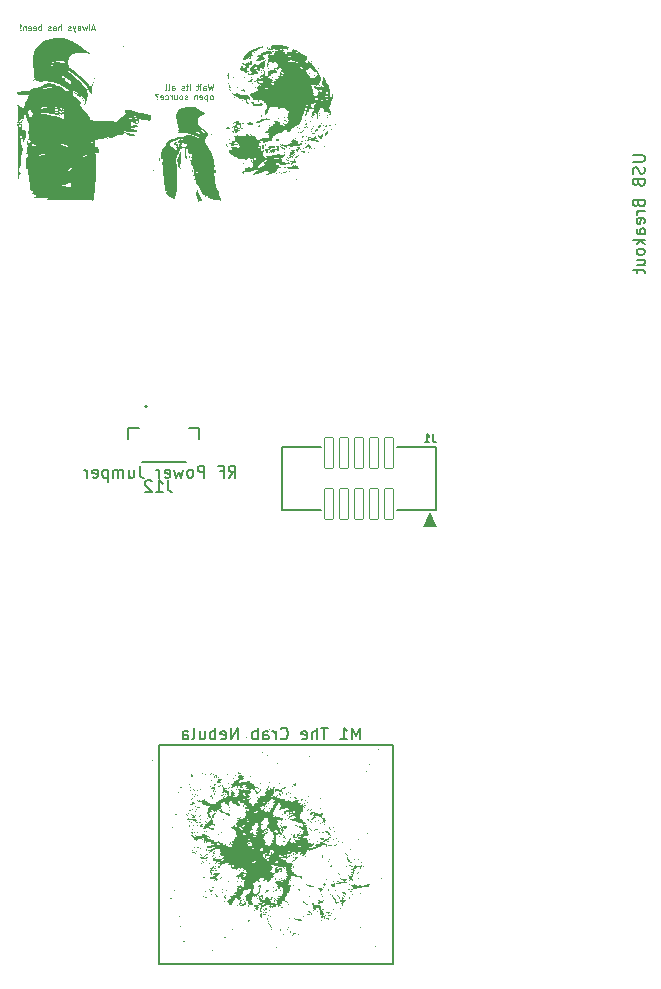
<source format=gbr>
%TF.GenerationSoftware,KiCad,Pcbnew,7.0.1*%
%TF.CreationDate,2024-01-18T19:19:16-07:00*%
%TF.ProjectId,flight_computer_dev_board_rfm98pw,666c6967-6874-45f6-936f-6d7075746572,rev?*%
%TF.SameCoordinates,Original*%
%TF.FileFunction,Legend,Bot*%
%TF.FilePolarity,Positive*%
%FSLAX46Y46*%
G04 Gerber Fmt 4.6, Leading zero omitted, Abs format (unit mm)*
G04 Created by KiCad (PCBNEW 7.0.1) date 2024-01-18 19:19:16*
%MOMM*%
%LPD*%
G01*
G04 APERTURE LIST*
G04 Aperture macros list*
%AMRoundRect*
0 Rectangle with rounded corners*
0 $1 Rounding radius*
0 $2 $3 $4 $5 $6 $7 $8 $9 X,Y pos of 4 corners*
0 Add a 4 corners polygon primitive as box body*
4,1,4,$2,$3,$4,$5,$6,$7,$8,$9,$2,$3,0*
0 Add four circle primitives for the rounded corners*
1,1,$1+$1,$2,$3*
1,1,$1+$1,$4,$5*
1,1,$1+$1,$6,$7*
1,1,$1+$1,$8,$9*
0 Add four rect primitives between the rounded corners*
20,1,$1+$1,$2,$3,$4,$5,0*
20,1,$1+$1,$4,$5,$6,$7,0*
20,1,$1+$1,$6,$7,$8,$9,0*
20,1,$1+$1,$8,$9,$2,$3,0*%
G04 Aperture macros list end*
%ADD10C,0.150000*%
%ADD11C,0.125000*%
%ADD12C,0.146304*%
%ADD13C,0.127000*%
%ADD14C,0.200000*%
%ADD15C,2.000000*%
%ADD16C,2.050000*%
%ADD17C,2.250000*%
%ADD18C,5.000000*%
%ADD19O,2.416000X1.208000*%
%ADD20R,1.700000X1.700000*%
%ADD21O,1.700000X1.700000*%
%ADD22C,1.000000*%
%ADD23RoundRect,0.050800X0.380000X1.300000X-0.380000X1.300000X-0.380000X-1.300000X0.380000X-1.300000X0*%
%ADD24R,0.600000X1.550000*%
%ADD25R,1.200000X1.800000*%
G04 APERTURE END LIST*
D10*
X181510000Y-119960000D02*
X201300000Y-119960000D01*
X201300000Y-138480000D01*
X181510000Y-138480000D01*
X181510000Y-119960000D01*
X198531904Y-119457619D02*
X198531904Y-118457619D01*
X198531904Y-118457619D02*
X198198571Y-119171904D01*
X198198571Y-119171904D02*
X197865238Y-118457619D01*
X197865238Y-118457619D02*
X197865238Y-119457619D01*
X196865238Y-119457619D02*
X197436666Y-119457619D01*
X197150952Y-119457619D02*
X197150952Y-118457619D01*
X197150952Y-118457619D02*
X197246190Y-118600476D01*
X197246190Y-118600476D02*
X197341428Y-118695714D01*
X197341428Y-118695714D02*
X197436666Y-118743333D01*
X195817618Y-118457619D02*
X195246190Y-118457619D01*
X195531904Y-119457619D02*
X195531904Y-118457619D01*
X194912856Y-119457619D02*
X194912856Y-118457619D01*
X194484285Y-119457619D02*
X194484285Y-118933809D01*
X194484285Y-118933809D02*
X194531904Y-118838571D01*
X194531904Y-118838571D02*
X194627142Y-118790952D01*
X194627142Y-118790952D02*
X194769999Y-118790952D01*
X194769999Y-118790952D02*
X194865237Y-118838571D01*
X194865237Y-118838571D02*
X194912856Y-118886190D01*
X193627142Y-119410000D02*
X193722380Y-119457619D01*
X193722380Y-119457619D02*
X193912856Y-119457619D01*
X193912856Y-119457619D02*
X194008094Y-119410000D01*
X194008094Y-119410000D02*
X194055713Y-119314761D01*
X194055713Y-119314761D02*
X194055713Y-118933809D01*
X194055713Y-118933809D02*
X194008094Y-118838571D01*
X194008094Y-118838571D02*
X193912856Y-118790952D01*
X193912856Y-118790952D02*
X193722380Y-118790952D01*
X193722380Y-118790952D02*
X193627142Y-118838571D01*
X193627142Y-118838571D02*
X193579523Y-118933809D01*
X193579523Y-118933809D02*
X193579523Y-119029047D01*
X193579523Y-119029047D02*
X194055713Y-119124285D01*
X191817618Y-119362380D02*
X191865237Y-119410000D01*
X191865237Y-119410000D02*
X192008094Y-119457619D01*
X192008094Y-119457619D02*
X192103332Y-119457619D01*
X192103332Y-119457619D02*
X192246189Y-119410000D01*
X192246189Y-119410000D02*
X192341427Y-119314761D01*
X192341427Y-119314761D02*
X192389046Y-119219523D01*
X192389046Y-119219523D02*
X192436665Y-119029047D01*
X192436665Y-119029047D02*
X192436665Y-118886190D01*
X192436665Y-118886190D02*
X192389046Y-118695714D01*
X192389046Y-118695714D02*
X192341427Y-118600476D01*
X192341427Y-118600476D02*
X192246189Y-118505238D01*
X192246189Y-118505238D02*
X192103332Y-118457619D01*
X192103332Y-118457619D02*
X192008094Y-118457619D01*
X192008094Y-118457619D02*
X191865237Y-118505238D01*
X191865237Y-118505238D02*
X191817618Y-118552857D01*
X191389046Y-119457619D02*
X191389046Y-118790952D01*
X191389046Y-118981428D02*
X191341427Y-118886190D01*
X191341427Y-118886190D02*
X191293808Y-118838571D01*
X191293808Y-118838571D02*
X191198570Y-118790952D01*
X191198570Y-118790952D02*
X191103332Y-118790952D01*
X190341427Y-119457619D02*
X190341427Y-118933809D01*
X190341427Y-118933809D02*
X190389046Y-118838571D01*
X190389046Y-118838571D02*
X190484284Y-118790952D01*
X190484284Y-118790952D02*
X190674760Y-118790952D01*
X190674760Y-118790952D02*
X190769998Y-118838571D01*
X190341427Y-119410000D02*
X190436665Y-119457619D01*
X190436665Y-119457619D02*
X190674760Y-119457619D01*
X190674760Y-119457619D02*
X190769998Y-119410000D01*
X190769998Y-119410000D02*
X190817617Y-119314761D01*
X190817617Y-119314761D02*
X190817617Y-119219523D01*
X190817617Y-119219523D02*
X190769998Y-119124285D01*
X190769998Y-119124285D02*
X190674760Y-119076666D01*
X190674760Y-119076666D02*
X190436665Y-119076666D01*
X190436665Y-119076666D02*
X190341427Y-119029047D01*
X189865236Y-119457619D02*
X189865236Y-118457619D01*
X189865236Y-118838571D02*
X189769998Y-118790952D01*
X189769998Y-118790952D02*
X189579522Y-118790952D01*
X189579522Y-118790952D02*
X189484284Y-118838571D01*
X189484284Y-118838571D02*
X189436665Y-118886190D01*
X189436665Y-118886190D02*
X189389046Y-118981428D01*
X189389046Y-118981428D02*
X189389046Y-119267142D01*
X189389046Y-119267142D02*
X189436665Y-119362380D01*
X189436665Y-119362380D02*
X189484284Y-119410000D01*
X189484284Y-119410000D02*
X189579522Y-119457619D01*
X189579522Y-119457619D02*
X189769998Y-119457619D01*
X189769998Y-119457619D02*
X189865236Y-119410000D01*
X188198569Y-119457619D02*
X188198569Y-118457619D01*
X188198569Y-118457619D02*
X187627141Y-119457619D01*
X187627141Y-119457619D02*
X187627141Y-118457619D01*
X186769998Y-119410000D02*
X186865236Y-119457619D01*
X186865236Y-119457619D02*
X187055712Y-119457619D01*
X187055712Y-119457619D02*
X187150950Y-119410000D01*
X187150950Y-119410000D02*
X187198569Y-119314761D01*
X187198569Y-119314761D02*
X187198569Y-118933809D01*
X187198569Y-118933809D02*
X187150950Y-118838571D01*
X187150950Y-118838571D02*
X187055712Y-118790952D01*
X187055712Y-118790952D02*
X186865236Y-118790952D01*
X186865236Y-118790952D02*
X186769998Y-118838571D01*
X186769998Y-118838571D02*
X186722379Y-118933809D01*
X186722379Y-118933809D02*
X186722379Y-119029047D01*
X186722379Y-119029047D02*
X187198569Y-119124285D01*
X186293807Y-119457619D02*
X186293807Y-118457619D01*
X186293807Y-118838571D02*
X186198569Y-118790952D01*
X186198569Y-118790952D02*
X186008093Y-118790952D01*
X186008093Y-118790952D02*
X185912855Y-118838571D01*
X185912855Y-118838571D02*
X185865236Y-118886190D01*
X185865236Y-118886190D02*
X185817617Y-118981428D01*
X185817617Y-118981428D02*
X185817617Y-119267142D01*
X185817617Y-119267142D02*
X185865236Y-119362380D01*
X185865236Y-119362380D02*
X185912855Y-119410000D01*
X185912855Y-119410000D02*
X186008093Y-119457619D01*
X186008093Y-119457619D02*
X186198569Y-119457619D01*
X186198569Y-119457619D02*
X186293807Y-119410000D01*
X184960474Y-118790952D02*
X184960474Y-119457619D01*
X185389045Y-118790952D02*
X185389045Y-119314761D01*
X185389045Y-119314761D02*
X185341426Y-119410000D01*
X185341426Y-119410000D02*
X185246188Y-119457619D01*
X185246188Y-119457619D02*
X185103331Y-119457619D01*
X185103331Y-119457619D02*
X185008093Y-119410000D01*
X185008093Y-119410000D02*
X184960474Y-119362380D01*
X184341426Y-119457619D02*
X184436664Y-119410000D01*
X184436664Y-119410000D02*
X184484283Y-119314761D01*
X184484283Y-119314761D02*
X184484283Y-118457619D01*
X183531902Y-119457619D02*
X183531902Y-118933809D01*
X183531902Y-118933809D02*
X183579521Y-118838571D01*
X183579521Y-118838571D02*
X183674759Y-118790952D01*
X183674759Y-118790952D02*
X183865235Y-118790952D01*
X183865235Y-118790952D02*
X183960473Y-118838571D01*
X183531902Y-119410000D02*
X183627140Y-119457619D01*
X183627140Y-119457619D02*
X183865235Y-119457619D01*
X183865235Y-119457619D02*
X183960473Y-119410000D01*
X183960473Y-119410000D02*
X184008092Y-119314761D01*
X184008092Y-119314761D02*
X184008092Y-119219523D01*
X184008092Y-119219523D02*
X183960473Y-119124285D01*
X183960473Y-119124285D02*
X183865235Y-119076666D01*
X183865235Y-119076666D02*
X183627140Y-119076666D01*
X183627140Y-119076666D02*
X183531902Y-119029047D01*
X221642619Y-69998095D02*
X222452142Y-69998095D01*
X222452142Y-69998095D02*
X222547380Y-70045714D01*
X222547380Y-70045714D02*
X222595000Y-70093333D01*
X222595000Y-70093333D02*
X222642619Y-70188571D01*
X222642619Y-70188571D02*
X222642619Y-70379047D01*
X222642619Y-70379047D02*
X222595000Y-70474285D01*
X222595000Y-70474285D02*
X222547380Y-70521904D01*
X222547380Y-70521904D02*
X222452142Y-70569523D01*
X222452142Y-70569523D02*
X221642619Y-70569523D01*
X222595000Y-70998095D02*
X222642619Y-71140952D01*
X222642619Y-71140952D02*
X222642619Y-71379047D01*
X222642619Y-71379047D02*
X222595000Y-71474285D01*
X222595000Y-71474285D02*
X222547380Y-71521904D01*
X222547380Y-71521904D02*
X222452142Y-71569523D01*
X222452142Y-71569523D02*
X222356904Y-71569523D01*
X222356904Y-71569523D02*
X222261666Y-71521904D01*
X222261666Y-71521904D02*
X222214047Y-71474285D01*
X222214047Y-71474285D02*
X222166428Y-71379047D01*
X222166428Y-71379047D02*
X222118809Y-71188571D01*
X222118809Y-71188571D02*
X222071190Y-71093333D01*
X222071190Y-71093333D02*
X222023571Y-71045714D01*
X222023571Y-71045714D02*
X221928333Y-70998095D01*
X221928333Y-70998095D02*
X221833095Y-70998095D01*
X221833095Y-70998095D02*
X221737857Y-71045714D01*
X221737857Y-71045714D02*
X221690238Y-71093333D01*
X221690238Y-71093333D02*
X221642619Y-71188571D01*
X221642619Y-71188571D02*
X221642619Y-71426666D01*
X221642619Y-71426666D02*
X221690238Y-71569523D01*
X222118809Y-72331428D02*
X222166428Y-72474285D01*
X222166428Y-72474285D02*
X222214047Y-72521904D01*
X222214047Y-72521904D02*
X222309285Y-72569523D01*
X222309285Y-72569523D02*
X222452142Y-72569523D01*
X222452142Y-72569523D02*
X222547380Y-72521904D01*
X222547380Y-72521904D02*
X222595000Y-72474285D01*
X222595000Y-72474285D02*
X222642619Y-72379047D01*
X222642619Y-72379047D02*
X222642619Y-71998095D01*
X222642619Y-71998095D02*
X221642619Y-71998095D01*
X221642619Y-71998095D02*
X221642619Y-72331428D01*
X221642619Y-72331428D02*
X221690238Y-72426666D01*
X221690238Y-72426666D02*
X221737857Y-72474285D01*
X221737857Y-72474285D02*
X221833095Y-72521904D01*
X221833095Y-72521904D02*
X221928333Y-72521904D01*
X221928333Y-72521904D02*
X222023571Y-72474285D01*
X222023571Y-72474285D02*
X222071190Y-72426666D01*
X222071190Y-72426666D02*
X222118809Y-72331428D01*
X222118809Y-72331428D02*
X222118809Y-71998095D01*
X222118809Y-74093333D02*
X222166428Y-74236190D01*
X222166428Y-74236190D02*
X222214047Y-74283809D01*
X222214047Y-74283809D02*
X222309285Y-74331428D01*
X222309285Y-74331428D02*
X222452142Y-74331428D01*
X222452142Y-74331428D02*
X222547380Y-74283809D01*
X222547380Y-74283809D02*
X222595000Y-74236190D01*
X222595000Y-74236190D02*
X222642619Y-74140952D01*
X222642619Y-74140952D02*
X222642619Y-73760000D01*
X222642619Y-73760000D02*
X221642619Y-73760000D01*
X221642619Y-73760000D02*
X221642619Y-74093333D01*
X221642619Y-74093333D02*
X221690238Y-74188571D01*
X221690238Y-74188571D02*
X221737857Y-74236190D01*
X221737857Y-74236190D02*
X221833095Y-74283809D01*
X221833095Y-74283809D02*
X221928333Y-74283809D01*
X221928333Y-74283809D02*
X222023571Y-74236190D01*
X222023571Y-74236190D02*
X222071190Y-74188571D01*
X222071190Y-74188571D02*
X222118809Y-74093333D01*
X222118809Y-74093333D02*
X222118809Y-73760000D01*
X222642619Y-74760000D02*
X221975952Y-74760000D01*
X222166428Y-74760000D02*
X222071190Y-74807619D01*
X222071190Y-74807619D02*
X222023571Y-74855238D01*
X222023571Y-74855238D02*
X221975952Y-74950476D01*
X221975952Y-74950476D02*
X221975952Y-75045714D01*
X222595000Y-75760000D02*
X222642619Y-75664762D01*
X222642619Y-75664762D02*
X222642619Y-75474286D01*
X222642619Y-75474286D02*
X222595000Y-75379048D01*
X222595000Y-75379048D02*
X222499761Y-75331429D01*
X222499761Y-75331429D02*
X222118809Y-75331429D01*
X222118809Y-75331429D02*
X222023571Y-75379048D01*
X222023571Y-75379048D02*
X221975952Y-75474286D01*
X221975952Y-75474286D02*
X221975952Y-75664762D01*
X221975952Y-75664762D02*
X222023571Y-75760000D01*
X222023571Y-75760000D02*
X222118809Y-75807619D01*
X222118809Y-75807619D02*
X222214047Y-75807619D01*
X222214047Y-75807619D02*
X222309285Y-75331429D01*
X222642619Y-76664762D02*
X222118809Y-76664762D01*
X222118809Y-76664762D02*
X222023571Y-76617143D01*
X222023571Y-76617143D02*
X221975952Y-76521905D01*
X221975952Y-76521905D02*
X221975952Y-76331429D01*
X221975952Y-76331429D02*
X222023571Y-76236191D01*
X222595000Y-76664762D02*
X222642619Y-76569524D01*
X222642619Y-76569524D02*
X222642619Y-76331429D01*
X222642619Y-76331429D02*
X222595000Y-76236191D01*
X222595000Y-76236191D02*
X222499761Y-76188572D01*
X222499761Y-76188572D02*
X222404523Y-76188572D01*
X222404523Y-76188572D02*
X222309285Y-76236191D01*
X222309285Y-76236191D02*
X222261666Y-76331429D01*
X222261666Y-76331429D02*
X222261666Y-76569524D01*
X222261666Y-76569524D02*
X222214047Y-76664762D01*
X222642619Y-77140953D02*
X221642619Y-77140953D01*
X222261666Y-77236191D02*
X222642619Y-77521905D01*
X221975952Y-77521905D02*
X222356904Y-77140953D01*
X222642619Y-78093334D02*
X222595000Y-77998096D01*
X222595000Y-77998096D02*
X222547380Y-77950477D01*
X222547380Y-77950477D02*
X222452142Y-77902858D01*
X222452142Y-77902858D02*
X222166428Y-77902858D01*
X222166428Y-77902858D02*
X222071190Y-77950477D01*
X222071190Y-77950477D02*
X222023571Y-77998096D01*
X222023571Y-77998096D02*
X221975952Y-78093334D01*
X221975952Y-78093334D02*
X221975952Y-78236191D01*
X221975952Y-78236191D02*
X222023571Y-78331429D01*
X222023571Y-78331429D02*
X222071190Y-78379048D01*
X222071190Y-78379048D02*
X222166428Y-78426667D01*
X222166428Y-78426667D02*
X222452142Y-78426667D01*
X222452142Y-78426667D02*
X222547380Y-78379048D01*
X222547380Y-78379048D02*
X222595000Y-78331429D01*
X222595000Y-78331429D02*
X222642619Y-78236191D01*
X222642619Y-78236191D02*
X222642619Y-78093334D01*
X221975952Y-79283810D02*
X222642619Y-79283810D01*
X221975952Y-78855239D02*
X222499761Y-78855239D01*
X222499761Y-78855239D02*
X222595000Y-78902858D01*
X222595000Y-78902858D02*
X222642619Y-78998096D01*
X222642619Y-78998096D02*
X222642619Y-79140953D01*
X222642619Y-79140953D02*
X222595000Y-79236191D01*
X222595000Y-79236191D02*
X222547380Y-79283810D01*
X221975952Y-79617144D02*
X221975952Y-79998096D01*
X221642619Y-79760001D02*
X222499761Y-79760001D01*
X222499761Y-79760001D02*
X222595000Y-79807620D01*
X222595000Y-79807620D02*
X222642619Y-79902858D01*
X222642619Y-79902858D02*
X222642619Y-79998096D01*
X187420476Y-97297619D02*
X187753809Y-96821428D01*
X187991904Y-97297619D02*
X187991904Y-96297619D01*
X187991904Y-96297619D02*
X187610952Y-96297619D01*
X187610952Y-96297619D02*
X187515714Y-96345238D01*
X187515714Y-96345238D02*
X187468095Y-96392857D01*
X187468095Y-96392857D02*
X187420476Y-96488095D01*
X187420476Y-96488095D02*
X187420476Y-96630952D01*
X187420476Y-96630952D02*
X187468095Y-96726190D01*
X187468095Y-96726190D02*
X187515714Y-96773809D01*
X187515714Y-96773809D02*
X187610952Y-96821428D01*
X187610952Y-96821428D02*
X187991904Y-96821428D01*
X186658571Y-96773809D02*
X186991904Y-96773809D01*
X186991904Y-97297619D02*
X186991904Y-96297619D01*
X186991904Y-96297619D02*
X186515714Y-96297619D01*
X185372856Y-97297619D02*
X185372856Y-96297619D01*
X185372856Y-96297619D02*
X184991904Y-96297619D01*
X184991904Y-96297619D02*
X184896666Y-96345238D01*
X184896666Y-96345238D02*
X184849047Y-96392857D01*
X184849047Y-96392857D02*
X184801428Y-96488095D01*
X184801428Y-96488095D02*
X184801428Y-96630952D01*
X184801428Y-96630952D02*
X184849047Y-96726190D01*
X184849047Y-96726190D02*
X184896666Y-96773809D01*
X184896666Y-96773809D02*
X184991904Y-96821428D01*
X184991904Y-96821428D02*
X185372856Y-96821428D01*
X184229999Y-97297619D02*
X184325237Y-97250000D01*
X184325237Y-97250000D02*
X184372856Y-97202380D01*
X184372856Y-97202380D02*
X184420475Y-97107142D01*
X184420475Y-97107142D02*
X184420475Y-96821428D01*
X184420475Y-96821428D02*
X184372856Y-96726190D01*
X184372856Y-96726190D02*
X184325237Y-96678571D01*
X184325237Y-96678571D02*
X184229999Y-96630952D01*
X184229999Y-96630952D02*
X184087142Y-96630952D01*
X184087142Y-96630952D02*
X183991904Y-96678571D01*
X183991904Y-96678571D02*
X183944285Y-96726190D01*
X183944285Y-96726190D02*
X183896666Y-96821428D01*
X183896666Y-96821428D02*
X183896666Y-97107142D01*
X183896666Y-97107142D02*
X183944285Y-97202380D01*
X183944285Y-97202380D02*
X183991904Y-97250000D01*
X183991904Y-97250000D02*
X184087142Y-97297619D01*
X184087142Y-97297619D02*
X184229999Y-97297619D01*
X183563332Y-96630952D02*
X183372856Y-97297619D01*
X183372856Y-97297619D02*
X183182380Y-96821428D01*
X183182380Y-96821428D02*
X182991904Y-97297619D01*
X182991904Y-97297619D02*
X182801428Y-96630952D01*
X182039523Y-97250000D02*
X182134761Y-97297619D01*
X182134761Y-97297619D02*
X182325237Y-97297619D01*
X182325237Y-97297619D02*
X182420475Y-97250000D01*
X182420475Y-97250000D02*
X182468094Y-97154761D01*
X182468094Y-97154761D02*
X182468094Y-96773809D01*
X182468094Y-96773809D02*
X182420475Y-96678571D01*
X182420475Y-96678571D02*
X182325237Y-96630952D01*
X182325237Y-96630952D02*
X182134761Y-96630952D01*
X182134761Y-96630952D02*
X182039523Y-96678571D01*
X182039523Y-96678571D02*
X181991904Y-96773809D01*
X181991904Y-96773809D02*
X181991904Y-96869047D01*
X181991904Y-96869047D02*
X182468094Y-96964285D01*
X181563332Y-97297619D02*
X181563332Y-96630952D01*
X181563332Y-96821428D02*
X181515713Y-96726190D01*
X181515713Y-96726190D02*
X181468094Y-96678571D01*
X181468094Y-96678571D02*
X181372856Y-96630952D01*
X181372856Y-96630952D02*
X181277618Y-96630952D01*
X179896665Y-96297619D02*
X179896665Y-97011904D01*
X179896665Y-97011904D02*
X179944284Y-97154761D01*
X179944284Y-97154761D02*
X180039522Y-97250000D01*
X180039522Y-97250000D02*
X180182379Y-97297619D01*
X180182379Y-97297619D02*
X180277617Y-97297619D01*
X178991903Y-96630952D02*
X178991903Y-97297619D01*
X179420474Y-96630952D02*
X179420474Y-97154761D01*
X179420474Y-97154761D02*
X179372855Y-97250000D01*
X179372855Y-97250000D02*
X179277617Y-97297619D01*
X179277617Y-97297619D02*
X179134760Y-97297619D01*
X179134760Y-97297619D02*
X179039522Y-97250000D01*
X179039522Y-97250000D02*
X178991903Y-97202380D01*
X178515712Y-97297619D02*
X178515712Y-96630952D01*
X178515712Y-96726190D02*
X178468093Y-96678571D01*
X178468093Y-96678571D02*
X178372855Y-96630952D01*
X178372855Y-96630952D02*
X178229998Y-96630952D01*
X178229998Y-96630952D02*
X178134760Y-96678571D01*
X178134760Y-96678571D02*
X178087141Y-96773809D01*
X178087141Y-96773809D02*
X178087141Y-97297619D01*
X178087141Y-96773809D02*
X178039522Y-96678571D01*
X178039522Y-96678571D02*
X177944284Y-96630952D01*
X177944284Y-96630952D02*
X177801427Y-96630952D01*
X177801427Y-96630952D02*
X177706188Y-96678571D01*
X177706188Y-96678571D02*
X177658569Y-96773809D01*
X177658569Y-96773809D02*
X177658569Y-97297619D01*
X177182379Y-96630952D02*
X177182379Y-97630952D01*
X177182379Y-96678571D02*
X177087141Y-96630952D01*
X177087141Y-96630952D02*
X176896665Y-96630952D01*
X176896665Y-96630952D02*
X176801427Y-96678571D01*
X176801427Y-96678571D02*
X176753808Y-96726190D01*
X176753808Y-96726190D02*
X176706189Y-96821428D01*
X176706189Y-96821428D02*
X176706189Y-97107142D01*
X176706189Y-97107142D02*
X176753808Y-97202380D01*
X176753808Y-97202380D02*
X176801427Y-97250000D01*
X176801427Y-97250000D02*
X176896665Y-97297619D01*
X176896665Y-97297619D02*
X177087141Y-97297619D01*
X177087141Y-97297619D02*
X177182379Y-97250000D01*
X175896665Y-97250000D02*
X175991903Y-97297619D01*
X175991903Y-97297619D02*
X176182379Y-97297619D01*
X176182379Y-97297619D02*
X176277617Y-97250000D01*
X176277617Y-97250000D02*
X176325236Y-97154761D01*
X176325236Y-97154761D02*
X176325236Y-96773809D01*
X176325236Y-96773809D02*
X176277617Y-96678571D01*
X176277617Y-96678571D02*
X176182379Y-96630952D01*
X176182379Y-96630952D02*
X175991903Y-96630952D01*
X175991903Y-96630952D02*
X175896665Y-96678571D01*
X175896665Y-96678571D02*
X175849046Y-96773809D01*
X175849046Y-96773809D02*
X175849046Y-96869047D01*
X175849046Y-96869047D02*
X176325236Y-96964285D01*
X175420474Y-97297619D02*
X175420474Y-96630952D01*
X175420474Y-96821428D02*
X175372855Y-96726190D01*
X175372855Y-96726190D02*
X175325236Y-96678571D01*
X175325236Y-96678571D02*
X175229998Y-96630952D01*
X175229998Y-96630952D02*
X175134760Y-96630952D01*
D11*
X176084761Y-59275952D02*
X175846666Y-59275952D01*
X176132380Y-59418809D02*
X175965714Y-58918809D01*
X175965714Y-58918809D02*
X175799047Y-59418809D01*
X175560952Y-59418809D02*
X175608571Y-59395000D01*
X175608571Y-59395000D02*
X175632381Y-59347380D01*
X175632381Y-59347380D02*
X175632381Y-58918809D01*
X175418095Y-59085476D02*
X175322857Y-59418809D01*
X175322857Y-59418809D02*
X175227619Y-59180714D01*
X175227619Y-59180714D02*
X175132381Y-59418809D01*
X175132381Y-59418809D02*
X175037143Y-59085476D01*
X174632380Y-59418809D02*
X174632380Y-59156904D01*
X174632380Y-59156904D02*
X174656190Y-59109285D01*
X174656190Y-59109285D02*
X174703809Y-59085476D01*
X174703809Y-59085476D02*
X174799047Y-59085476D01*
X174799047Y-59085476D02*
X174846666Y-59109285D01*
X174632380Y-59395000D02*
X174679999Y-59418809D01*
X174679999Y-59418809D02*
X174799047Y-59418809D01*
X174799047Y-59418809D02*
X174846666Y-59395000D01*
X174846666Y-59395000D02*
X174870475Y-59347380D01*
X174870475Y-59347380D02*
X174870475Y-59299761D01*
X174870475Y-59299761D02*
X174846666Y-59252142D01*
X174846666Y-59252142D02*
X174799047Y-59228333D01*
X174799047Y-59228333D02*
X174679999Y-59228333D01*
X174679999Y-59228333D02*
X174632380Y-59204523D01*
X174441904Y-59085476D02*
X174322856Y-59418809D01*
X174203809Y-59085476D02*
X174322856Y-59418809D01*
X174322856Y-59418809D02*
X174370475Y-59537857D01*
X174370475Y-59537857D02*
X174394285Y-59561666D01*
X174394285Y-59561666D02*
X174441904Y-59585476D01*
X174037142Y-59395000D02*
X173989523Y-59418809D01*
X173989523Y-59418809D02*
X173894285Y-59418809D01*
X173894285Y-59418809D02*
X173846666Y-59395000D01*
X173846666Y-59395000D02*
X173822857Y-59347380D01*
X173822857Y-59347380D02*
X173822857Y-59323571D01*
X173822857Y-59323571D02*
X173846666Y-59275952D01*
X173846666Y-59275952D02*
X173894285Y-59252142D01*
X173894285Y-59252142D02*
X173965714Y-59252142D01*
X173965714Y-59252142D02*
X174013333Y-59228333D01*
X174013333Y-59228333D02*
X174037142Y-59180714D01*
X174037142Y-59180714D02*
X174037142Y-59156904D01*
X174037142Y-59156904D02*
X174013333Y-59109285D01*
X174013333Y-59109285D02*
X173965714Y-59085476D01*
X173965714Y-59085476D02*
X173894285Y-59085476D01*
X173894285Y-59085476D02*
X173846666Y-59109285D01*
X173227619Y-59418809D02*
X173227619Y-58918809D01*
X173013333Y-59418809D02*
X173013333Y-59156904D01*
X173013333Y-59156904D02*
X173037143Y-59109285D01*
X173037143Y-59109285D02*
X173084762Y-59085476D01*
X173084762Y-59085476D02*
X173156190Y-59085476D01*
X173156190Y-59085476D02*
X173203809Y-59109285D01*
X173203809Y-59109285D02*
X173227619Y-59133095D01*
X172560952Y-59418809D02*
X172560952Y-59156904D01*
X172560952Y-59156904D02*
X172584762Y-59109285D01*
X172584762Y-59109285D02*
X172632381Y-59085476D01*
X172632381Y-59085476D02*
X172727619Y-59085476D01*
X172727619Y-59085476D02*
X172775238Y-59109285D01*
X172560952Y-59395000D02*
X172608571Y-59418809D01*
X172608571Y-59418809D02*
X172727619Y-59418809D01*
X172727619Y-59418809D02*
X172775238Y-59395000D01*
X172775238Y-59395000D02*
X172799047Y-59347380D01*
X172799047Y-59347380D02*
X172799047Y-59299761D01*
X172799047Y-59299761D02*
X172775238Y-59252142D01*
X172775238Y-59252142D02*
X172727619Y-59228333D01*
X172727619Y-59228333D02*
X172608571Y-59228333D01*
X172608571Y-59228333D02*
X172560952Y-59204523D01*
X172346666Y-59395000D02*
X172299047Y-59418809D01*
X172299047Y-59418809D02*
X172203809Y-59418809D01*
X172203809Y-59418809D02*
X172156190Y-59395000D01*
X172156190Y-59395000D02*
X172132381Y-59347380D01*
X172132381Y-59347380D02*
X172132381Y-59323571D01*
X172132381Y-59323571D02*
X172156190Y-59275952D01*
X172156190Y-59275952D02*
X172203809Y-59252142D01*
X172203809Y-59252142D02*
X172275238Y-59252142D01*
X172275238Y-59252142D02*
X172322857Y-59228333D01*
X172322857Y-59228333D02*
X172346666Y-59180714D01*
X172346666Y-59180714D02*
X172346666Y-59156904D01*
X172346666Y-59156904D02*
X172322857Y-59109285D01*
X172322857Y-59109285D02*
X172275238Y-59085476D01*
X172275238Y-59085476D02*
X172203809Y-59085476D01*
X172203809Y-59085476D02*
X172156190Y-59109285D01*
X171537143Y-59418809D02*
X171537143Y-58918809D01*
X171537143Y-59109285D02*
X171489524Y-59085476D01*
X171489524Y-59085476D02*
X171394286Y-59085476D01*
X171394286Y-59085476D02*
X171346667Y-59109285D01*
X171346667Y-59109285D02*
X171322857Y-59133095D01*
X171322857Y-59133095D02*
X171299048Y-59180714D01*
X171299048Y-59180714D02*
X171299048Y-59323571D01*
X171299048Y-59323571D02*
X171322857Y-59371190D01*
X171322857Y-59371190D02*
X171346667Y-59395000D01*
X171346667Y-59395000D02*
X171394286Y-59418809D01*
X171394286Y-59418809D02*
X171489524Y-59418809D01*
X171489524Y-59418809D02*
X171537143Y-59395000D01*
X170894286Y-59395000D02*
X170941905Y-59418809D01*
X170941905Y-59418809D02*
X171037143Y-59418809D01*
X171037143Y-59418809D02*
X171084762Y-59395000D01*
X171084762Y-59395000D02*
X171108571Y-59347380D01*
X171108571Y-59347380D02*
X171108571Y-59156904D01*
X171108571Y-59156904D02*
X171084762Y-59109285D01*
X171084762Y-59109285D02*
X171037143Y-59085476D01*
X171037143Y-59085476D02*
X170941905Y-59085476D01*
X170941905Y-59085476D02*
X170894286Y-59109285D01*
X170894286Y-59109285D02*
X170870476Y-59156904D01*
X170870476Y-59156904D02*
X170870476Y-59204523D01*
X170870476Y-59204523D02*
X171108571Y-59252142D01*
X170465715Y-59395000D02*
X170513334Y-59418809D01*
X170513334Y-59418809D02*
X170608572Y-59418809D01*
X170608572Y-59418809D02*
X170656191Y-59395000D01*
X170656191Y-59395000D02*
X170680000Y-59347380D01*
X170680000Y-59347380D02*
X170680000Y-59156904D01*
X170680000Y-59156904D02*
X170656191Y-59109285D01*
X170656191Y-59109285D02*
X170608572Y-59085476D01*
X170608572Y-59085476D02*
X170513334Y-59085476D01*
X170513334Y-59085476D02*
X170465715Y-59109285D01*
X170465715Y-59109285D02*
X170441905Y-59156904D01*
X170441905Y-59156904D02*
X170441905Y-59204523D01*
X170441905Y-59204523D02*
X170680000Y-59252142D01*
X170227620Y-59085476D02*
X170227620Y-59418809D01*
X170227620Y-59133095D02*
X170203810Y-59109285D01*
X170203810Y-59109285D02*
X170156191Y-59085476D01*
X170156191Y-59085476D02*
X170084763Y-59085476D01*
X170084763Y-59085476D02*
X170037144Y-59109285D01*
X170037144Y-59109285D02*
X170013334Y-59156904D01*
X170013334Y-59156904D02*
X170013334Y-59418809D01*
X169775239Y-59371190D02*
X169751429Y-59395000D01*
X169751429Y-59395000D02*
X169775239Y-59418809D01*
X169775239Y-59418809D02*
X169799048Y-59395000D01*
X169799048Y-59395000D02*
X169775239Y-59371190D01*
X169775239Y-59371190D02*
X169775239Y-59418809D01*
X169775239Y-59228333D02*
X169799048Y-58942619D01*
X169799048Y-58942619D02*
X169775239Y-58918809D01*
X169775239Y-58918809D02*
X169751429Y-58942619D01*
X169751429Y-58942619D02*
X169775239Y-59228333D01*
X169775239Y-59228333D02*
X169775239Y-58918809D01*
X186108571Y-63968809D02*
X185989523Y-64468809D01*
X185989523Y-64468809D02*
X185894285Y-64111666D01*
X185894285Y-64111666D02*
X185799047Y-64468809D01*
X185799047Y-64468809D02*
X185680000Y-63968809D01*
X185275237Y-64468809D02*
X185275237Y-64206904D01*
X185275237Y-64206904D02*
X185299047Y-64159285D01*
X185299047Y-64159285D02*
X185346666Y-64135476D01*
X185346666Y-64135476D02*
X185441904Y-64135476D01*
X185441904Y-64135476D02*
X185489523Y-64159285D01*
X185275237Y-64445000D02*
X185322856Y-64468809D01*
X185322856Y-64468809D02*
X185441904Y-64468809D01*
X185441904Y-64468809D02*
X185489523Y-64445000D01*
X185489523Y-64445000D02*
X185513332Y-64397380D01*
X185513332Y-64397380D02*
X185513332Y-64349761D01*
X185513332Y-64349761D02*
X185489523Y-64302142D01*
X185489523Y-64302142D02*
X185441904Y-64278333D01*
X185441904Y-64278333D02*
X185322856Y-64278333D01*
X185322856Y-64278333D02*
X185275237Y-64254523D01*
X185037142Y-64468809D02*
X185037142Y-64135476D01*
X185037142Y-63968809D02*
X185060951Y-63992619D01*
X185060951Y-63992619D02*
X185037142Y-64016428D01*
X185037142Y-64016428D02*
X185013332Y-63992619D01*
X185013332Y-63992619D02*
X185037142Y-63968809D01*
X185037142Y-63968809D02*
X185037142Y-64016428D01*
X184870475Y-64135476D02*
X184679999Y-64135476D01*
X184799047Y-63968809D02*
X184799047Y-64397380D01*
X184799047Y-64397380D02*
X184775237Y-64445000D01*
X184775237Y-64445000D02*
X184727618Y-64468809D01*
X184727618Y-64468809D02*
X184679999Y-64468809D01*
X184132381Y-64468809D02*
X184132381Y-64135476D01*
X184132381Y-63968809D02*
X184156190Y-63992619D01*
X184156190Y-63992619D02*
X184132381Y-64016428D01*
X184132381Y-64016428D02*
X184108571Y-63992619D01*
X184108571Y-63992619D02*
X184132381Y-63968809D01*
X184132381Y-63968809D02*
X184132381Y-64016428D01*
X183965714Y-64135476D02*
X183775238Y-64135476D01*
X183894286Y-63968809D02*
X183894286Y-64397380D01*
X183894286Y-64397380D02*
X183870476Y-64445000D01*
X183870476Y-64445000D02*
X183822857Y-64468809D01*
X183822857Y-64468809D02*
X183775238Y-64468809D01*
X183632381Y-64445000D02*
X183584762Y-64468809D01*
X183584762Y-64468809D02*
X183489524Y-64468809D01*
X183489524Y-64468809D02*
X183441905Y-64445000D01*
X183441905Y-64445000D02*
X183418096Y-64397380D01*
X183418096Y-64397380D02*
X183418096Y-64373571D01*
X183418096Y-64373571D02*
X183441905Y-64325952D01*
X183441905Y-64325952D02*
X183489524Y-64302142D01*
X183489524Y-64302142D02*
X183560953Y-64302142D01*
X183560953Y-64302142D02*
X183608572Y-64278333D01*
X183608572Y-64278333D02*
X183632381Y-64230714D01*
X183632381Y-64230714D02*
X183632381Y-64206904D01*
X183632381Y-64206904D02*
X183608572Y-64159285D01*
X183608572Y-64159285D02*
X183560953Y-64135476D01*
X183560953Y-64135476D02*
X183489524Y-64135476D01*
X183489524Y-64135476D02*
X183441905Y-64159285D01*
X182608572Y-64468809D02*
X182608572Y-64206904D01*
X182608572Y-64206904D02*
X182632382Y-64159285D01*
X182632382Y-64159285D02*
X182680001Y-64135476D01*
X182680001Y-64135476D02*
X182775239Y-64135476D01*
X182775239Y-64135476D02*
X182822858Y-64159285D01*
X182608572Y-64445000D02*
X182656191Y-64468809D01*
X182656191Y-64468809D02*
X182775239Y-64468809D01*
X182775239Y-64468809D02*
X182822858Y-64445000D01*
X182822858Y-64445000D02*
X182846667Y-64397380D01*
X182846667Y-64397380D02*
X182846667Y-64349761D01*
X182846667Y-64349761D02*
X182822858Y-64302142D01*
X182822858Y-64302142D02*
X182775239Y-64278333D01*
X182775239Y-64278333D02*
X182656191Y-64278333D01*
X182656191Y-64278333D02*
X182608572Y-64254523D01*
X182299048Y-64468809D02*
X182346667Y-64445000D01*
X182346667Y-64445000D02*
X182370477Y-64397380D01*
X182370477Y-64397380D02*
X182370477Y-63968809D01*
X182037143Y-64468809D02*
X182084762Y-64445000D01*
X182084762Y-64445000D02*
X182108572Y-64397380D01*
X182108572Y-64397380D02*
X182108572Y-63968809D01*
X185989523Y-65278809D02*
X186037142Y-65255000D01*
X186037142Y-65255000D02*
X186060952Y-65231190D01*
X186060952Y-65231190D02*
X186084761Y-65183571D01*
X186084761Y-65183571D02*
X186084761Y-65040714D01*
X186084761Y-65040714D02*
X186060952Y-64993095D01*
X186060952Y-64993095D02*
X186037142Y-64969285D01*
X186037142Y-64969285D02*
X185989523Y-64945476D01*
X185989523Y-64945476D02*
X185918095Y-64945476D01*
X185918095Y-64945476D02*
X185870476Y-64969285D01*
X185870476Y-64969285D02*
X185846666Y-64993095D01*
X185846666Y-64993095D02*
X185822857Y-65040714D01*
X185822857Y-65040714D02*
X185822857Y-65183571D01*
X185822857Y-65183571D02*
X185846666Y-65231190D01*
X185846666Y-65231190D02*
X185870476Y-65255000D01*
X185870476Y-65255000D02*
X185918095Y-65278809D01*
X185918095Y-65278809D02*
X185989523Y-65278809D01*
X185608571Y-64945476D02*
X185608571Y-65445476D01*
X185608571Y-64969285D02*
X185560952Y-64945476D01*
X185560952Y-64945476D02*
X185465714Y-64945476D01*
X185465714Y-64945476D02*
X185418095Y-64969285D01*
X185418095Y-64969285D02*
X185394285Y-64993095D01*
X185394285Y-64993095D02*
X185370476Y-65040714D01*
X185370476Y-65040714D02*
X185370476Y-65183571D01*
X185370476Y-65183571D02*
X185394285Y-65231190D01*
X185394285Y-65231190D02*
X185418095Y-65255000D01*
X185418095Y-65255000D02*
X185465714Y-65278809D01*
X185465714Y-65278809D02*
X185560952Y-65278809D01*
X185560952Y-65278809D02*
X185608571Y-65255000D01*
X184965714Y-65255000D02*
X185013333Y-65278809D01*
X185013333Y-65278809D02*
X185108571Y-65278809D01*
X185108571Y-65278809D02*
X185156190Y-65255000D01*
X185156190Y-65255000D02*
X185179999Y-65207380D01*
X185179999Y-65207380D02*
X185179999Y-65016904D01*
X185179999Y-65016904D02*
X185156190Y-64969285D01*
X185156190Y-64969285D02*
X185108571Y-64945476D01*
X185108571Y-64945476D02*
X185013333Y-64945476D01*
X185013333Y-64945476D02*
X184965714Y-64969285D01*
X184965714Y-64969285D02*
X184941904Y-65016904D01*
X184941904Y-65016904D02*
X184941904Y-65064523D01*
X184941904Y-65064523D02*
X185179999Y-65112142D01*
X184727619Y-64945476D02*
X184727619Y-65278809D01*
X184727619Y-64993095D02*
X184703809Y-64969285D01*
X184703809Y-64969285D02*
X184656190Y-64945476D01*
X184656190Y-64945476D02*
X184584762Y-64945476D01*
X184584762Y-64945476D02*
X184537143Y-64969285D01*
X184537143Y-64969285D02*
X184513333Y-65016904D01*
X184513333Y-65016904D02*
X184513333Y-65278809D01*
X183918095Y-65255000D02*
X183870476Y-65278809D01*
X183870476Y-65278809D02*
X183775238Y-65278809D01*
X183775238Y-65278809D02*
X183727619Y-65255000D01*
X183727619Y-65255000D02*
X183703810Y-65207380D01*
X183703810Y-65207380D02*
X183703810Y-65183571D01*
X183703810Y-65183571D02*
X183727619Y-65135952D01*
X183727619Y-65135952D02*
X183775238Y-65112142D01*
X183775238Y-65112142D02*
X183846667Y-65112142D01*
X183846667Y-65112142D02*
X183894286Y-65088333D01*
X183894286Y-65088333D02*
X183918095Y-65040714D01*
X183918095Y-65040714D02*
X183918095Y-65016904D01*
X183918095Y-65016904D02*
X183894286Y-64969285D01*
X183894286Y-64969285D02*
X183846667Y-64945476D01*
X183846667Y-64945476D02*
X183775238Y-64945476D01*
X183775238Y-64945476D02*
X183727619Y-64969285D01*
X183418095Y-65278809D02*
X183465714Y-65255000D01*
X183465714Y-65255000D02*
X183489524Y-65231190D01*
X183489524Y-65231190D02*
X183513333Y-65183571D01*
X183513333Y-65183571D02*
X183513333Y-65040714D01*
X183513333Y-65040714D02*
X183489524Y-64993095D01*
X183489524Y-64993095D02*
X183465714Y-64969285D01*
X183465714Y-64969285D02*
X183418095Y-64945476D01*
X183418095Y-64945476D02*
X183346667Y-64945476D01*
X183346667Y-64945476D02*
X183299048Y-64969285D01*
X183299048Y-64969285D02*
X183275238Y-64993095D01*
X183275238Y-64993095D02*
X183251429Y-65040714D01*
X183251429Y-65040714D02*
X183251429Y-65183571D01*
X183251429Y-65183571D02*
X183275238Y-65231190D01*
X183275238Y-65231190D02*
X183299048Y-65255000D01*
X183299048Y-65255000D02*
X183346667Y-65278809D01*
X183346667Y-65278809D02*
X183418095Y-65278809D01*
X182822857Y-64945476D02*
X182822857Y-65278809D01*
X183037143Y-64945476D02*
X183037143Y-65207380D01*
X183037143Y-65207380D02*
X183013333Y-65255000D01*
X183013333Y-65255000D02*
X182965714Y-65278809D01*
X182965714Y-65278809D02*
X182894286Y-65278809D01*
X182894286Y-65278809D02*
X182846667Y-65255000D01*
X182846667Y-65255000D02*
X182822857Y-65231190D01*
X182584762Y-65278809D02*
X182584762Y-64945476D01*
X182584762Y-65040714D02*
X182560952Y-64993095D01*
X182560952Y-64993095D02*
X182537143Y-64969285D01*
X182537143Y-64969285D02*
X182489524Y-64945476D01*
X182489524Y-64945476D02*
X182441905Y-64945476D01*
X182060952Y-65255000D02*
X182108571Y-65278809D01*
X182108571Y-65278809D02*
X182203809Y-65278809D01*
X182203809Y-65278809D02*
X182251428Y-65255000D01*
X182251428Y-65255000D02*
X182275238Y-65231190D01*
X182275238Y-65231190D02*
X182299047Y-65183571D01*
X182299047Y-65183571D02*
X182299047Y-65040714D01*
X182299047Y-65040714D02*
X182275238Y-64993095D01*
X182275238Y-64993095D02*
X182251428Y-64969285D01*
X182251428Y-64969285D02*
X182203809Y-64945476D01*
X182203809Y-64945476D02*
X182108571Y-64945476D01*
X182108571Y-64945476D02*
X182060952Y-64969285D01*
X181656191Y-65255000D02*
X181703810Y-65278809D01*
X181703810Y-65278809D02*
X181799048Y-65278809D01*
X181799048Y-65278809D02*
X181846667Y-65255000D01*
X181846667Y-65255000D02*
X181870476Y-65207380D01*
X181870476Y-65207380D02*
X181870476Y-65016904D01*
X181870476Y-65016904D02*
X181846667Y-64969285D01*
X181846667Y-64969285D02*
X181799048Y-64945476D01*
X181799048Y-64945476D02*
X181703810Y-64945476D01*
X181703810Y-64945476D02*
X181656191Y-64969285D01*
X181656191Y-64969285D02*
X181632381Y-65016904D01*
X181632381Y-65016904D02*
X181632381Y-65064523D01*
X181632381Y-65064523D02*
X181870476Y-65112142D01*
X181346667Y-65231190D02*
X181322858Y-65255000D01*
X181322858Y-65255000D02*
X181346667Y-65278809D01*
X181346667Y-65278809D02*
X181370477Y-65255000D01*
X181370477Y-65255000D02*
X181346667Y-65231190D01*
X181346667Y-65231190D02*
X181346667Y-65278809D01*
X181441905Y-64802619D02*
X181394286Y-64778809D01*
X181394286Y-64778809D02*
X181275239Y-64778809D01*
X181275239Y-64778809D02*
X181227620Y-64802619D01*
X181227620Y-64802619D02*
X181203810Y-64850238D01*
X181203810Y-64850238D02*
X181203810Y-64897857D01*
X181203810Y-64897857D02*
X181227620Y-64945476D01*
X181227620Y-64945476D02*
X181251429Y-64969285D01*
X181251429Y-64969285D02*
X181299048Y-64993095D01*
X181299048Y-64993095D02*
X181322858Y-65016904D01*
X181322858Y-65016904D02*
X181346667Y-65064523D01*
X181346667Y-65064523D02*
X181346667Y-65088333D01*
D12*
%TO.C,J1*%
X204690883Y-93631937D02*
X204690883Y-94108006D01*
X204690883Y-94108006D02*
X204722620Y-94203220D01*
X204722620Y-94203220D02*
X204786096Y-94266696D01*
X204786096Y-94266696D02*
X204881310Y-94298433D01*
X204881310Y-94298433D02*
X204944786Y-94298433D01*
X204024387Y-94298433D02*
X204405242Y-94298433D01*
X204214814Y-94298433D02*
X204214814Y-93631937D01*
X204214814Y-93631937D02*
X204278290Y-93727151D01*
X204278290Y-93727151D02*
X204341766Y-93790627D01*
X204341766Y-93790627D02*
X204405242Y-93822365D01*
D10*
%TO.C,J12*%
X182274523Y-97520119D02*
X182274523Y-98234404D01*
X182274523Y-98234404D02*
X182322142Y-98377261D01*
X182322142Y-98377261D02*
X182417380Y-98472500D01*
X182417380Y-98472500D02*
X182560237Y-98520119D01*
X182560237Y-98520119D02*
X182655475Y-98520119D01*
X181274523Y-98520119D02*
X181845951Y-98520119D01*
X181560237Y-98520119D02*
X181560237Y-97520119D01*
X181560237Y-97520119D02*
X181655475Y-97662976D01*
X181655475Y-97662976D02*
X181750713Y-97758214D01*
X181750713Y-97758214D02*
X181845951Y-97805833D01*
X180893570Y-97615357D02*
X180845951Y-97567738D01*
X180845951Y-97567738D02*
X180750713Y-97520119D01*
X180750713Y-97520119D02*
X180512618Y-97520119D01*
X180512618Y-97520119D02*
X180417380Y-97567738D01*
X180417380Y-97567738D02*
X180369761Y-97615357D01*
X180369761Y-97615357D02*
X180322142Y-97710595D01*
X180322142Y-97710595D02*
X180322142Y-97805833D01*
X180322142Y-97805833D02*
X180369761Y-97948690D01*
X180369761Y-97948690D02*
X180941189Y-98520119D01*
X180941189Y-98520119D02*
X180322142Y-98520119D01*
D13*
%TO.C,J1*%
X204940000Y-100080000D02*
X201640000Y-100080000D01*
X204940000Y-94680000D02*
X204940000Y-100080000D01*
X201640000Y-94680000D02*
X204940000Y-94680000D01*
X195240000Y-94680000D02*
X191940000Y-94680000D01*
X191940000Y-100080000D02*
X195240000Y-100080000D01*
X191940000Y-94680000D02*
X191940000Y-100080000D01*
G36*
X205042745Y-101443500D02*
G01*
X203837255Y-101443500D01*
X204440000Y-100238010D01*
X205042745Y-101443500D01*
G37*
%TO.C,G\u002A\u002A\u002A*%
G36*
X196456577Y-67511678D02*
G01*
X196439530Y-67528725D01*
X196422483Y-67511678D01*
X196439530Y-67494631D01*
X196456577Y-67511678D01*
G37*
G36*
X196217920Y-65500134D02*
G01*
X196200873Y-65517181D01*
X196183826Y-65500134D01*
X196200873Y-65483087D01*
X196217920Y-65500134D01*
G37*
G36*
X196115638Y-67443490D02*
G01*
X196098591Y-67460537D01*
X196081544Y-67443490D01*
X196098591Y-67426443D01*
X196115638Y-67443490D01*
G37*
G36*
X196115638Y-67375302D02*
G01*
X196098591Y-67392349D01*
X196081544Y-67375302D01*
X196098591Y-67358255D01*
X196115638Y-67375302D01*
G37*
G36*
X196081544Y-68466309D02*
G01*
X196064497Y-68483356D01*
X196047450Y-68466309D01*
X196064497Y-68449262D01*
X196081544Y-68466309D01*
G37*
G36*
X196013356Y-68261745D02*
G01*
X195996309Y-68278792D01*
X195979262Y-68261745D01*
X195996309Y-68244698D01*
X196013356Y-68261745D01*
G37*
G36*
X195911074Y-66557047D02*
G01*
X195894027Y-66574094D01*
X195876980Y-66557047D01*
X195894027Y-66540000D01*
X195911074Y-66557047D01*
G37*
G36*
X195876980Y-66488859D02*
G01*
X195859933Y-66505906D01*
X195842886Y-66488859D01*
X195859933Y-66471812D01*
X195876980Y-66488859D01*
G37*
G36*
X195842886Y-66727517D02*
G01*
X195825839Y-66744564D01*
X195808792Y-66727517D01*
X195825839Y-66710470D01*
X195842886Y-66727517D01*
G37*
G36*
X195808792Y-66625235D02*
G01*
X195791745Y-66642282D01*
X195774698Y-66625235D01*
X195791745Y-66608188D01*
X195808792Y-66625235D01*
G37*
G36*
X195774698Y-69182282D02*
G01*
X195757651Y-69199329D01*
X195740604Y-69182282D01*
X195757651Y-69165235D01*
X195774698Y-69182282D01*
G37*
G36*
X195740604Y-64988725D02*
G01*
X195723557Y-65005772D01*
X195706510Y-64988725D01*
X195723557Y-64971678D01*
X195740604Y-64988725D01*
G37*
G36*
X195706510Y-66761611D02*
G01*
X195689463Y-66778658D01*
X195672416Y-66761611D01*
X195689463Y-66744564D01*
X195706510Y-66761611D01*
G37*
G36*
X195672416Y-63590872D02*
G01*
X195655369Y-63607919D01*
X195638322Y-63590872D01*
X195655369Y-63573825D01*
X195672416Y-63590872D01*
G37*
G36*
X195604228Y-66557047D02*
G01*
X195587181Y-66574094D01*
X195570134Y-66557047D01*
X195587181Y-66540000D01*
X195604228Y-66557047D01*
G37*
G36*
X195536040Y-69250470D02*
G01*
X195518994Y-69267517D01*
X195501947Y-69250470D01*
X195518994Y-69233423D01*
X195536040Y-69250470D01*
G37*
G36*
X195536040Y-63284027D02*
G01*
X195518994Y-63301074D01*
X195501947Y-63284027D01*
X195518994Y-63266980D01*
X195536040Y-63284027D01*
G37*
G36*
X195467853Y-63284027D02*
G01*
X195450806Y-63301074D01*
X195433759Y-63284027D01*
X195450806Y-63266980D01*
X195467853Y-63284027D01*
G37*
G36*
X195229195Y-69216376D02*
G01*
X195212148Y-69233423D01*
X195195101Y-69216376D01*
X195212148Y-69199329D01*
X195229195Y-69216376D01*
G37*
G36*
X195229195Y-67238926D02*
G01*
X195212148Y-67255973D01*
X195195101Y-67238926D01*
X195212148Y-67221879D01*
X195229195Y-67238926D01*
G37*
G36*
X195195101Y-69284564D02*
G01*
X195178054Y-69301611D01*
X195161007Y-69284564D01*
X195178054Y-69267517D01*
X195195101Y-69284564D01*
G37*
G36*
X195195101Y-66420671D02*
G01*
X195178054Y-66437718D01*
X195161007Y-66420671D01*
X195178054Y-66403624D01*
X195195101Y-66420671D01*
G37*
G36*
X195126913Y-66352483D02*
G01*
X195109866Y-66369530D01*
X195092819Y-66352483D01*
X195109866Y-66335436D01*
X195126913Y-66352483D01*
G37*
G36*
X195092819Y-68125369D02*
G01*
X195075772Y-68142416D01*
X195058725Y-68125369D01*
X195075772Y-68108322D01*
X195092819Y-68125369D01*
G37*
G36*
X194956443Y-69489127D02*
G01*
X194939396Y-69506174D01*
X194922349Y-69489127D01*
X194939396Y-69472080D01*
X194956443Y-69489127D01*
G37*
G36*
X194922349Y-68227651D02*
G01*
X194905302Y-68244698D01*
X194888255Y-68227651D01*
X194905302Y-68210604D01*
X194922349Y-68227651D01*
G37*
G36*
X194888255Y-69523221D02*
G01*
X194871208Y-69540268D01*
X194854161Y-69523221D01*
X194871208Y-69506174D01*
X194888255Y-69523221D01*
G37*
G36*
X194854161Y-69250470D02*
G01*
X194837114Y-69267517D01*
X194820067Y-69250470D01*
X194837114Y-69233423D01*
X194854161Y-69250470D01*
G37*
G36*
X194820067Y-69352752D02*
G01*
X194803020Y-69369798D01*
X194785973Y-69352752D01*
X194803020Y-69335705D01*
X194820067Y-69352752D01*
G37*
G36*
X194820067Y-63045369D02*
G01*
X194803020Y-63062416D01*
X194785973Y-63045369D01*
X194803020Y-63028322D01*
X194820067Y-63045369D01*
G37*
G36*
X194717785Y-69420939D02*
G01*
X194700738Y-69437986D01*
X194683691Y-69420939D01*
X194700738Y-69403892D01*
X194717785Y-69420939D01*
G37*
G36*
X194717785Y-63147651D02*
G01*
X194700738Y-63164698D01*
X194683691Y-63147651D01*
X194700738Y-63130604D01*
X194717785Y-63147651D01*
G37*
G36*
X194649598Y-62227114D02*
G01*
X194632551Y-62244161D01*
X194615504Y-62227114D01*
X194632551Y-62210067D01*
X194649598Y-62227114D01*
G37*
G36*
X194581410Y-69864161D02*
G01*
X194564363Y-69881208D01*
X194547316Y-69864161D01*
X194564363Y-69847114D01*
X194581410Y-69864161D01*
G37*
G36*
X194581410Y-69045906D02*
G01*
X194564363Y-69062953D01*
X194547316Y-69045906D01*
X194564363Y-69028859D01*
X194581410Y-69045906D01*
G37*
G36*
X194581410Y-68909530D02*
G01*
X194564363Y-68926577D01*
X194547316Y-68909530D01*
X194564363Y-68892483D01*
X194581410Y-68909530D01*
G37*
G36*
X194581410Y-67613960D02*
G01*
X194564363Y-67631007D01*
X194547316Y-67613960D01*
X194564363Y-67596913D01*
X194581410Y-67613960D01*
G37*
G36*
X194547316Y-62874899D02*
G01*
X194530269Y-62891946D01*
X194513222Y-62874899D01*
X194530269Y-62857852D01*
X194547316Y-62874899D01*
G37*
G36*
X194445034Y-69420939D02*
G01*
X194427987Y-69437986D01*
X194410940Y-69420939D01*
X194427987Y-69403892D01*
X194445034Y-69420939D01*
G37*
G36*
X194445034Y-67988993D02*
G01*
X194427987Y-68006040D01*
X194410940Y-67988993D01*
X194427987Y-67971946D01*
X194445034Y-67988993D01*
G37*
G36*
X194410940Y-68227651D02*
G01*
X194393893Y-68244698D01*
X194376846Y-68227651D01*
X194393893Y-68210604D01*
X194410940Y-68227651D01*
G37*
G36*
X194410940Y-67273020D02*
G01*
X194393893Y-67290067D01*
X194376846Y-67273020D01*
X194393893Y-67255973D01*
X194410940Y-67273020D01*
G37*
G36*
X194410940Y-63488590D02*
G01*
X194393893Y-63505637D01*
X194376846Y-63488590D01*
X194393893Y-63471543D01*
X194410940Y-63488590D01*
G37*
G36*
X194308658Y-69966443D02*
G01*
X194291611Y-69983490D01*
X194274564Y-69966443D01*
X194291611Y-69949396D01*
X194308658Y-69966443D01*
G37*
G36*
X194308658Y-66795705D02*
G01*
X194291611Y-66812752D01*
X194274564Y-66795705D01*
X194291611Y-66778658D01*
X194308658Y-66795705D01*
G37*
G36*
X194308658Y-66420671D02*
G01*
X194291611Y-66437718D01*
X194274564Y-66420671D01*
X194291611Y-66403624D01*
X194308658Y-66420671D01*
G37*
G36*
X194308658Y-61886174D02*
G01*
X194291611Y-61903221D01*
X194274564Y-61886174D01*
X194291611Y-61869127D01*
X194308658Y-61886174D01*
G37*
G36*
X194206376Y-69898255D02*
G01*
X194189329Y-69915302D01*
X194172282Y-69898255D01*
X194189329Y-69881208D01*
X194206376Y-69898255D01*
G37*
G36*
X194206376Y-69761879D02*
G01*
X194189329Y-69778926D01*
X194172282Y-69761879D01*
X194189329Y-69744832D01*
X194206376Y-69761879D01*
G37*
G36*
X194206376Y-66284295D02*
G01*
X194189329Y-66301342D01*
X194172282Y-66284295D01*
X194189329Y-66267248D01*
X194206376Y-66284295D01*
G37*
G36*
X194172282Y-61749798D02*
G01*
X194155235Y-61766845D01*
X194138188Y-61749798D01*
X194155235Y-61732752D01*
X194172282Y-61749798D01*
G37*
G36*
X194104094Y-67648054D02*
G01*
X194087047Y-67665101D01*
X194070000Y-67648054D01*
X194087047Y-67631007D01*
X194104094Y-67648054D01*
G37*
G36*
X194070000Y-62806711D02*
G01*
X194052953Y-62823758D01*
X194035906Y-62806711D01*
X194052953Y-62789664D01*
X194070000Y-62806711D01*
G37*
G36*
X194035906Y-62090738D02*
G01*
X194018859Y-62107785D01*
X194001812Y-62090738D01*
X194018859Y-62073691D01*
X194035906Y-62090738D01*
G37*
G36*
X193694967Y-70477852D02*
G01*
X193677920Y-70494899D01*
X193660873Y-70477852D01*
X193677920Y-70460805D01*
X193694967Y-70477852D01*
G37*
G36*
X193558591Y-70239194D02*
G01*
X193541544Y-70256241D01*
X193524497Y-70239194D01*
X193541544Y-70222147D01*
X193558591Y-70239194D01*
G37*
G36*
X193490403Y-70955168D02*
G01*
X193473356Y-70972215D01*
X193456309Y-70955168D01*
X193473356Y-70938121D01*
X193490403Y-70955168D01*
G37*
G36*
X193388121Y-69966443D02*
G01*
X193371074Y-69983490D01*
X193354027Y-69966443D01*
X193371074Y-69949396D01*
X193388121Y-69966443D01*
G37*
G36*
X193319933Y-71262013D02*
G01*
X193302886Y-71279060D01*
X193285839Y-71262013D01*
X193302886Y-71244966D01*
X193319933Y-71262013D01*
G37*
G36*
X193319933Y-70341476D02*
G01*
X193302886Y-70358523D01*
X193285839Y-70341476D01*
X193302886Y-70324429D01*
X193319933Y-70341476D01*
G37*
G36*
X193285839Y-69761879D02*
G01*
X193268792Y-69778926D01*
X193251745Y-69761879D01*
X193268792Y-69744832D01*
X193285839Y-69761879D01*
G37*
G36*
X193251745Y-67648054D02*
G01*
X193234698Y-67665101D01*
X193217651Y-67648054D01*
X193234698Y-67631007D01*
X193251745Y-67648054D01*
G37*
G36*
X193217651Y-70273288D02*
G01*
X193200604Y-70290335D01*
X193183557Y-70273288D01*
X193200604Y-70256241D01*
X193217651Y-70273288D01*
G37*
G36*
X193183557Y-72046174D02*
G01*
X193166510Y-72063221D01*
X193149463Y-72046174D01*
X193166510Y-72029127D01*
X193183557Y-72046174D01*
G37*
G36*
X193149463Y-69898255D02*
G01*
X193132416Y-69915302D01*
X193115369Y-69898255D01*
X193132416Y-69881208D01*
X193149463Y-69898255D01*
G37*
G36*
X193047181Y-70682416D02*
G01*
X193030134Y-70699463D01*
X193013087Y-70682416D01*
X193030134Y-70665369D01*
X193047181Y-70682416D01*
G37*
G36*
X193013087Y-70443758D02*
G01*
X192996040Y-70460805D01*
X192978994Y-70443758D01*
X192996040Y-70426711D01*
X193013087Y-70443758D01*
G37*
G36*
X192808524Y-70818792D02*
G01*
X192791477Y-70835839D01*
X192774430Y-70818792D01*
X192791477Y-70801745D01*
X192808524Y-70818792D01*
G37*
G36*
X192672148Y-70409664D02*
G01*
X192655101Y-70426711D01*
X192638054Y-70409664D01*
X192655101Y-70392617D01*
X192672148Y-70409664D01*
G37*
G36*
X192672148Y-69352752D02*
G01*
X192655101Y-69369798D01*
X192638054Y-69352752D01*
X192655101Y-69335705D01*
X192672148Y-69352752D01*
G37*
G36*
X192672148Y-62022550D02*
G01*
X192655101Y-62039597D01*
X192638054Y-62022550D01*
X192655101Y-62005503D01*
X192672148Y-62022550D01*
G37*
G36*
X192603960Y-71364295D02*
G01*
X192586913Y-71381342D01*
X192569866Y-71364295D01*
X192586913Y-71347248D01*
X192603960Y-71364295D01*
G37*
G36*
X192569866Y-68636778D02*
G01*
X192552819Y-68653825D01*
X192535772Y-68636778D01*
X192552819Y-68619731D01*
X192569866Y-68636778D01*
G37*
G36*
X192535772Y-71398389D02*
G01*
X192518725Y-71415436D01*
X192501678Y-71398389D01*
X192518725Y-71381342D01*
X192535772Y-71398389D01*
G37*
G36*
X192535772Y-61170201D02*
G01*
X192518725Y-61187248D01*
X192501678Y-61170201D01*
X192518725Y-61153154D01*
X192535772Y-61170201D01*
G37*
G36*
X192501678Y-69966443D02*
G01*
X192484631Y-69983490D01*
X192467584Y-69966443D01*
X192484631Y-69949396D01*
X192501678Y-69966443D01*
G37*
G36*
X192399396Y-70273288D02*
G01*
X192382349Y-70290335D01*
X192365302Y-70273288D01*
X192382349Y-70256241D01*
X192399396Y-70273288D01*
G37*
G36*
X192365302Y-68500403D02*
G01*
X192348255Y-68517450D01*
X192331208Y-68500403D01*
X192348255Y-68483356D01*
X192365302Y-68500403D01*
G37*
G36*
X192365302Y-66488859D02*
G01*
X192348255Y-66505906D01*
X192331208Y-66488859D01*
X192348255Y-66471812D01*
X192365302Y-66488859D01*
G37*
G36*
X192331208Y-71364295D02*
G01*
X192314161Y-71381342D01*
X192297114Y-71364295D01*
X192314161Y-71347248D01*
X192331208Y-71364295D01*
G37*
G36*
X192331208Y-66182013D02*
G01*
X192314161Y-66199060D01*
X192297114Y-66182013D01*
X192314161Y-66164966D01*
X192331208Y-66182013D01*
G37*
G36*
X192194832Y-69625503D02*
G01*
X192177785Y-69642550D01*
X192160738Y-69625503D01*
X192177785Y-69608456D01*
X192194832Y-69625503D01*
G37*
G36*
X192160738Y-71193825D02*
G01*
X192143691Y-71210872D01*
X192126645Y-71193825D01*
X192143691Y-71176778D01*
X192160738Y-71193825D01*
G37*
G36*
X191887987Y-70955168D02*
G01*
X191870940Y-70972215D01*
X191853893Y-70955168D01*
X191870940Y-70938121D01*
X191887987Y-70955168D01*
G37*
G36*
X191853893Y-66761611D02*
G01*
X191836846Y-66778658D01*
X191819799Y-66761611D01*
X191836846Y-66744564D01*
X191853893Y-66761611D01*
G37*
G36*
X191819799Y-68704966D02*
G01*
X191802752Y-68722013D01*
X191785705Y-68704966D01*
X191802752Y-68687919D01*
X191819799Y-68704966D01*
G37*
G36*
X191785705Y-71193825D02*
G01*
X191768658Y-71210872D01*
X191751611Y-71193825D01*
X191768658Y-71176778D01*
X191785705Y-71193825D01*
G37*
G36*
X191751611Y-69318658D02*
G01*
X191734564Y-69335705D01*
X191717517Y-69318658D01*
X191734564Y-69301611D01*
X191751611Y-69318658D01*
G37*
G36*
X191751611Y-67068456D02*
G01*
X191734564Y-67085503D01*
X191717517Y-67068456D01*
X191734564Y-67051409D01*
X191751611Y-67068456D01*
G37*
G36*
X191615235Y-66659329D02*
G01*
X191598188Y-66676376D01*
X191581141Y-66659329D01*
X191598188Y-66642282D01*
X191615235Y-66659329D01*
G37*
G36*
X191581141Y-71500671D02*
G01*
X191564094Y-71517718D01*
X191547047Y-71500671D01*
X191564094Y-71483624D01*
X191581141Y-71500671D01*
G37*
G36*
X191512953Y-69080000D02*
G01*
X191495906Y-69097047D01*
X191478859Y-69080000D01*
X191495906Y-69062953D01*
X191512953Y-69080000D01*
G37*
G36*
X191410671Y-62158926D02*
G01*
X191393624Y-62175973D01*
X191376577Y-62158926D01*
X191393624Y-62141879D01*
X191410671Y-62158926D01*
G37*
G36*
X191308389Y-69966443D02*
G01*
X191291342Y-69983490D01*
X191274296Y-69966443D01*
X191291342Y-69949396D01*
X191308389Y-69966443D01*
G37*
G36*
X191240202Y-71977986D02*
G01*
X191223155Y-71995033D01*
X191206108Y-71977986D01*
X191223155Y-71960939D01*
X191240202Y-71977986D01*
G37*
G36*
X191240202Y-63386309D02*
G01*
X191223155Y-63403356D01*
X191206108Y-63386309D01*
X191223155Y-63369262D01*
X191240202Y-63386309D01*
G37*
G36*
X191137920Y-63488590D02*
G01*
X191120873Y-63505637D01*
X191103826Y-63488590D01*
X191120873Y-63471543D01*
X191137920Y-63488590D01*
G37*
G36*
X190967450Y-60658792D02*
G01*
X190950403Y-60675839D01*
X190933356Y-60658792D01*
X190950403Y-60641745D01*
X190967450Y-60658792D01*
G37*
G36*
X190899262Y-69761879D02*
G01*
X190882215Y-69778926D01*
X190865168Y-69761879D01*
X190882215Y-69744832D01*
X190899262Y-69761879D01*
G37*
G36*
X190865168Y-69114094D02*
G01*
X190848121Y-69131141D01*
X190831074Y-69114094D01*
X190848121Y-69097047D01*
X190865168Y-69114094D01*
G37*
G36*
X190796980Y-71909798D02*
G01*
X190779933Y-71926845D01*
X190762886Y-71909798D01*
X190779933Y-71892752D01*
X190796980Y-71909798D01*
G37*
G36*
X190796980Y-67068456D02*
G01*
X190779933Y-67085503D01*
X190762886Y-67068456D01*
X190779933Y-67051409D01*
X190796980Y-67068456D01*
G37*
G36*
X190728792Y-71943892D02*
G01*
X190711745Y-71960939D01*
X190694698Y-71943892D01*
X190711745Y-71926845D01*
X190728792Y-71943892D01*
G37*
G36*
X190728792Y-70477852D02*
G01*
X190711745Y-70494899D01*
X190694698Y-70477852D01*
X190711745Y-70460805D01*
X190728792Y-70477852D01*
G37*
G36*
X190728792Y-67375302D02*
G01*
X190711745Y-67392349D01*
X190694698Y-67375302D01*
X190711745Y-67358255D01*
X190728792Y-67375302D01*
G37*
G36*
X190694698Y-66727517D02*
G01*
X190677651Y-66744564D01*
X190660604Y-66727517D01*
X190677651Y-66710470D01*
X190694698Y-66727517D01*
G37*
G36*
X190694698Y-63215839D02*
G01*
X190677651Y-63232886D01*
X190660604Y-63215839D01*
X190677651Y-63198792D01*
X190694698Y-63215839D01*
G37*
G36*
X190694698Y-60761074D02*
G01*
X190677651Y-60778121D01*
X190660604Y-60761074D01*
X190677651Y-60744027D01*
X190694698Y-60761074D01*
G37*
G36*
X190660604Y-72182550D02*
G01*
X190643557Y-72199597D01*
X190626510Y-72182550D01*
X190643557Y-72165503D01*
X190660604Y-72182550D01*
G37*
G36*
X190660604Y-69250470D02*
G01*
X190643557Y-69267517D01*
X190626510Y-69250470D01*
X190643557Y-69233423D01*
X190660604Y-69250470D01*
G37*
G36*
X190626510Y-60726980D02*
G01*
X190609463Y-60744027D01*
X190592416Y-60726980D01*
X190609463Y-60709933D01*
X190626510Y-60726980D01*
G37*
G36*
X190592416Y-71977986D02*
G01*
X190575369Y-71995033D01*
X190558322Y-71977986D01*
X190575369Y-71960939D01*
X190592416Y-71977986D01*
G37*
G36*
X190592416Y-62874899D02*
G01*
X190575369Y-62891946D01*
X190558322Y-62874899D01*
X190575369Y-62857852D01*
X190592416Y-62874899D01*
G37*
G36*
X190558322Y-69864161D02*
G01*
X190541275Y-69881208D01*
X190524228Y-69864161D01*
X190541275Y-69847114D01*
X190558322Y-69864161D01*
G37*
G36*
X190353759Y-66182013D02*
G01*
X190336712Y-66199060D01*
X190319665Y-66182013D01*
X190336712Y-66164966D01*
X190353759Y-66182013D01*
G37*
G36*
X190319665Y-61954362D02*
G01*
X190302618Y-61971409D01*
X190285571Y-61954362D01*
X190302618Y-61937315D01*
X190319665Y-61954362D01*
G37*
G36*
X190251477Y-69489127D02*
G01*
X190234430Y-69506174D01*
X190217383Y-69489127D01*
X190234430Y-69472080D01*
X190251477Y-69489127D01*
G37*
G36*
X190115101Y-63522684D02*
G01*
X190098054Y-63539731D01*
X190081007Y-63522684D01*
X190098054Y-63505637D01*
X190115101Y-63522684D01*
G37*
G36*
X189876443Y-68023087D02*
G01*
X189859396Y-68040134D01*
X189842349Y-68023087D01*
X189859396Y-68006040D01*
X189876443Y-68023087D01*
G37*
G36*
X189842349Y-64443221D02*
G01*
X189825302Y-64460268D01*
X189808255Y-64443221D01*
X189825302Y-64426174D01*
X189842349Y-64443221D01*
G37*
G36*
X189842349Y-63897718D02*
G01*
X189825302Y-63914765D01*
X189808255Y-63897718D01*
X189825302Y-63880671D01*
X189842349Y-63897718D01*
G37*
G36*
X189808255Y-64136376D02*
G01*
X189791208Y-64153423D01*
X189774161Y-64136376D01*
X189791208Y-64119329D01*
X189808255Y-64136376D01*
G37*
G36*
X189808255Y-63147651D02*
G01*
X189791208Y-63164698D01*
X189774161Y-63147651D01*
X189791208Y-63130604D01*
X189808255Y-63147651D01*
G37*
G36*
X189774161Y-62056644D02*
G01*
X189757114Y-62073691D01*
X189740067Y-62056644D01*
X189757114Y-62039597D01*
X189774161Y-62056644D01*
G37*
G36*
X189671879Y-64068188D02*
G01*
X189654832Y-64085235D01*
X189637785Y-64068188D01*
X189654832Y-64051141D01*
X189671879Y-64068188D01*
G37*
G36*
X189671879Y-63386309D02*
G01*
X189654832Y-63403356D01*
X189637785Y-63386309D01*
X189654832Y-63369262D01*
X189671879Y-63386309D01*
G37*
G36*
X189501410Y-65363758D02*
G01*
X189484363Y-65380805D01*
X189467316Y-65363758D01*
X189484363Y-65346711D01*
X189501410Y-65363758D01*
G37*
G36*
X189467316Y-63454496D02*
G01*
X189450269Y-63471543D01*
X189433222Y-63454496D01*
X189450269Y-63437450D01*
X189467316Y-63454496D01*
G37*
G36*
X189467316Y-62022550D02*
G01*
X189450269Y-62039597D01*
X189433222Y-62022550D01*
X189450269Y-62005503D01*
X189467316Y-62022550D01*
G37*
G36*
X189433222Y-70955168D02*
G01*
X189416175Y-70972215D01*
X189399128Y-70955168D01*
X189416175Y-70938121D01*
X189433222Y-70955168D01*
G37*
G36*
X189262752Y-65841074D02*
G01*
X189245705Y-65858121D01*
X189228658Y-65841074D01*
X189245705Y-65824027D01*
X189262752Y-65841074D01*
G37*
G36*
X189262752Y-65636510D02*
G01*
X189245705Y-65653557D01*
X189228658Y-65636510D01*
X189245705Y-65619463D01*
X189262752Y-65636510D01*
G37*
G36*
X189262752Y-64715973D02*
G01*
X189245705Y-64733020D01*
X189228658Y-64715973D01*
X189245705Y-64698926D01*
X189262752Y-64715973D01*
G37*
G36*
X189194564Y-63011275D02*
G01*
X189177517Y-63028322D01*
X189160470Y-63011275D01*
X189177517Y-62994228D01*
X189194564Y-63011275D01*
G37*
G36*
X189160470Y-62738523D02*
G01*
X189143423Y-62755570D01*
X189126376Y-62738523D01*
X189143423Y-62721476D01*
X189160470Y-62738523D01*
G37*
G36*
X189126376Y-67920805D02*
G01*
X189109329Y-67937852D01*
X189092282Y-67920805D01*
X189109329Y-67903758D01*
X189126376Y-67920805D01*
G37*
G36*
X189126376Y-67750335D02*
G01*
X189109329Y-67767382D01*
X189092282Y-67750335D01*
X189109329Y-67733288D01*
X189126376Y-67750335D01*
G37*
G36*
X189058188Y-71398389D02*
G01*
X189041141Y-71415436D01*
X189024094Y-71398389D01*
X189041141Y-71381342D01*
X189058188Y-71398389D01*
G37*
G36*
X189024094Y-70375570D02*
G01*
X189007047Y-70392617D01*
X188990000Y-70375570D01*
X189007047Y-70358523D01*
X189024094Y-70375570D01*
G37*
G36*
X188990000Y-71602953D02*
G01*
X188972953Y-71620000D01*
X188955906Y-71602953D01*
X188972953Y-71585906D01*
X188990000Y-71602953D01*
G37*
G36*
X188921812Y-71739329D02*
G01*
X188904765Y-71756376D01*
X188887718Y-71739329D01*
X188904765Y-71722282D01*
X188921812Y-71739329D01*
G37*
G36*
X188887718Y-65636510D02*
G01*
X188870671Y-65653557D01*
X188853624Y-65636510D01*
X188870671Y-65619463D01*
X188887718Y-65636510D01*
G37*
G36*
X188819530Y-61988456D02*
G01*
X188802483Y-62005503D01*
X188785436Y-61988456D01*
X188802483Y-61971409D01*
X188819530Y-61988456D01*
G37*
G36*
X188785436Y-63659060D02*
G01*
X188768389Y-63676107D01*
X188751342Y-63659060D01*
X188768389Y-63642013D01*
X188785436Y-63659060D01*
G37*
G36*
X188683155Y-71193825D02*
G01*
X188666108Y-71210872D01*
X188649061Y-71193825D01*
X188666108Y-71176778D01*
X188683155Y-71193825D01*
G37*
G36*
X188614967Y-63045369D02*
G01*
X188597920Y-63062416D01*
X188580873Y-63045369D01*
X188597920Y-63028322D01*
X188614967Y-63045369D01*
G37*
G36*
X188580873Y-71330201D02*
G01*
X188563826Y-71347248D01*
X188546779Y-71330201D01*
X188563826Y-71313154D01*
X188580873Y-71330201D01*
G37*
G36*
X188546779Y-71398389D02*
G01*
X188529732Y-71415436D01*
X188512685Y-71398389D01*
X188529732Y-71381342D01*
X188546779Y-71398389D01*
G37*
G36*
X188512685Y-71057450D02*
G01*
X188495638Y-71074496D01*
X188478591Y-71057450D01*
X188495638Y-71040403D01*
X188512685Y-71057450D01*
G37*
G36*
X188478591Y-71330201D02*
G01*
X188461544Y-71347248D01*
X188444497Y-71330201D01*
X188461544Y-71313154D01*
X188478591Y-71330201D01*
G37*
G36*
X188478591Y-68125369D02*
G01*
X188461544Y-68142416D01*
X188444497Y-68125369D01*
X188461544Y-68108322D01*
X188478591Y-68125369D01*
G37*
G36*
X188478591Y-67238926D02*
G01*
X188461544Y-67255973D01*
X188444497Y-67238926D01*
X188461544Y-67221879D01*
X188478591Y-67238926D01*
G37*
G36*
X188478591Y-62261208D02*
G01*
X188461544Y-62278255D01*
X188444497Y-62261208D01*
X188461544Y-62244161D01*
X188478591Y-62261208D01*
G37*
G36*
X188444497Y-68023087D02*
G01*
X188427450Y-68040134D01*
X188410403Y-68023087D01*
X188427450Y-68006040D01*
X188444497Y-68023087D01*
G37*
G36*
X188410403Y-71807517D02*
G01*
X188393356Y-71824564D01*
X188376309Y-71807517D01*
X188393356Y-71790470D01*
X188410403Y-71807517D01*
G37*
G36*
X188376309Y-62568054D02*
G01*
X188359262Y-62585101D01*
X188342215Y-62568054D01*
X188359262Y-62551007D01*
X188376309Y-62568054D01*
G37*
G36*
X188342215Y-70989262D02*
G01*
X188325168Y-71006309D01*
X188308121Y-70989262D01*
X188325168Y-70972215D01*
X188342215Y-70989262D01*
G37*
G36*
X188342215Y-68125369D02*
G01*
X188325168Y-68142416D01*
X188308121Y-68125369D01*
X188325168Y-68108322D01*
X188342215Y-68125369D01*
G37*
G36*
X188308121Y-63386309D02*
G01*
X188291074Y-63403356D01*
X188274027Y-63386309D01*
X188291074Y-63369262D01*
X188308121Y-63386309D01*
G37*
G36*
X188171745Y-69216376D02*
G01*
X188154698Y-69233423D01*
X188137651Y-69216376D01*
X188154698Y-69199329D01*
X188171745Y-69216376D01*
G37*
G36*
X188103557Y-69080000D02*
G01*
X188086510Y-69097047D01*
X188069463Y-69080000D01*
X188086510Y-69062953D01*
X188103557Y-69080000D01*
G37*
G36*
X188103557Y-65329664D02*
G01*
X188086510Y-65346711D01*
X188069463Y-65329664D01*
X188086510Y-65312617D01*
X188103557Y-65329664D01*
G37*
G36*
X188001275Y-69080000D02*
G01*
X187984228Y-69097047D01*
X187967181Y-69080000D01*
X187984228Y-69062953D01*
X188001275Y-69080000D01*
G37*
G36*
X187864900Y-63420403D02*
G01*
X187847853Y-63437450D01*
X187830806Y-63420403D01*
X187847853Y-63403356D01*
X187864900Y-63420403D01*
G37*
G36*
X187830806Y-68466309D02*
G01*
X187813759Y-68483356D01*
X187796712Y-68466309D01*
X187813759Y-68449262D01*
X187830806Y-68466309D01*
G37*
G36*
X187796712Y-67443490D02*
G01*
X187779665Y-67460537D01*
X187762618Y-67443490D01*
X187779665Y-67426443D01*
X187796712Y-67443490D01*
G37*
G36*
X187762618Y-69284564D02*
G01*
X187745571Y-69301611D01*
X187728524Y-69284564D01*
X187745571Y-69267517D01*
X187762618Y-69284564D01*
G37*
G36*
X187660336Y-68841342D02*
G01*
X187643289Y-68858389D01*
X187626242Y-68841342D01*
X187643289Y-68824295D01*
X187660336Y-68841342D01*
G37*
G36*
X187660336Y-68500403D02*
G01*
X187643289Y-68517450D01*
X187626242Y-68500403D01*
X187643289Y-68483356D01*
X187660336Y-68500403D01*
G37*
G36*
X187660336Y-67682147D02*
G01*
X187643289Y-67699194D01*
X187626242Y-67682147D01*
X187643289Y-67665101D01*
X187660336Y-67682147D01*
G37*
G36*
X187660336Y-67443490D02*
G01*
X187643289Y-67460537D01*
X187626242Y-67443490D01*
X187643289Y-67426443D01*
X187660336Y-67443490D01*
G37*
G36*
X187626242Y-63693154D02*
G01*
X187609195Y-63710201D01*
X187592148Y-63693154D01*
X187609195Y-63676107D01*
X187626242Y-63693154D01*
G37*
G36*
X187523960Y-68807248D02*
G01*
X187506913Y-68824295D01*
X187489866Y-68807248D01*
X187506913Y-68790201D01*
X187523960Y-68807248D01*
G37*
G36*
X187523960Y-68739060D02*
G01*
X187506913Y-68756107D01*
X187489866Y-68739060D01*
X187506913Y-68722013D01*
X187523960Y-68739060D01*
G37*
G36*
X187523960Y-68432215D02*
G01*
X187506913Y-68449262D01*
X187489866Y-68432215D01*
X187506913Y-68415168D01*
X187523960Y-68432215D01*
G37*
G36*
X187523960Y-67579866D02*
G01*
X187506913Y-67596913D01*
X187489866Y-67579866D01*
X187506913Y-67562819D01*
X187523960Y-67579866D01*
G37*
G36*
X187489866Y-63863624D02*
G01*
X187472819Y-63880671D01*
X187455772Y-63863624D01*
X187472819Y-63846577D01*
X187489866Y-63863624D01*
G37*
G36*
X187421678Y-69114094D02*
G01*
X187404631Y-69131141D01*
X187387584Y-69114094D01*
X187404631Y-69097047D01*
X187421678Y-69114094D01*
G37*
G36*
X187387584Y-68909530D02*
G01*
X187370537Y-68926577D01*
X187353490Y-68909530D01*
X187370537Y-68892483D01*
X187387584Y-68909530D01*
G37*
G36*
X187353490Y-69250470D02*
G01*
X187336443Y-69267517D01*
X187319396Y-69250470D01*
X187336443Y-69233423D01*
X187353490Y-69250470D01*
G37*
G36*
X187353490Y-69114094D02*
G01*
X187336443Y-69131141D01*
X187319396Y-69114094D01*
X187336443Y-69097047D01*
X187353490Y-69114094D01*
G37*
G36*
X187319396Y-68670872D02*
G01*
X187302349Y-68687919D01*
X187285302Y-68670872D01*
X187302349Y-68653825D01*
X187319396Y-68670872D01*
G37*
G36*
X187148926Y-68023087D02*
G01*
X187131879Y-68040134D01*
X187114832Y-68023087D01*
X187131879Y-68006040D01*
X187148926Y-68023087D01*
G37*
G36*
X187114832Y-67682147D02*
G01*
X187097785Y-67699194D01*
X187080738Y-67682147D01*
X187097785Y-67665101D01*
X187114832Y-67682147D01*
G37*
G36*
X186978457Y-68568590D02*
G01*
X186961410Y-68585637D01*
X186944363Y-68568590D01*
X186961410Y-68551543D01*
X186978457Y-68568590D01*
G37*
G36*
X186705705Y-69114094D02*
G01*
X186688658Y-69131141D01*
X186671611Y-69114094D01*
X186688658Y-69097047D01*
X186705705Y-69114094D01*
G37*
G36*
X186023826Y-73819060D02*
G01*
X186006779Y-73836107D01*
X185989732Y-73819060D01*
X186006779Y-73802013D01*
X186023826Y-73819060D01*
G37*
G36*
X185819262Y-67886711D02*
G01*
X185802215Y-67903758D01*
X185785168Y-67886711D01*
X185802215Y-67869664D01*
X185819262Y-67886711D01*
G37*
G36*
X183875906Y-70477852D02*
G01*
X183858859Y-70494899D01*
X183841812Y-70477852D01*
X183858859Y-70460805D01*
X183875906Y-70477852D01*
G37*
G36*
X178557249Y-66625235D02*
G01*
X178540202Y-66642282D01*
X178523155Y-66625235D01*
X178540202Y-66608188D01*
X178557249Y-66625235D01*
G37*
G36*
X178523155Y-60795168D02*
G01*
X178506108Y-60812215D01*
X178489061Y-60795168D01*
X178506108Y-60778121D01*
X178523155Y-60795168D01*
G37*
G36*
X175079665Y-65193288D02*
G01*
X175062618Y-65210335D01*
X175045571Y-65193288D01*
X175062618Y-65176241D01*
X175079665Y-65193288D01*
G37*
G36*
X175045571Y-65295570D02*
G01*
X175028524Y-65312617D01*
X175011477Y-65295570D01*
X175028524Y-65278523D01*
X175045571Y-65295570D01*
G37*
G36*
X170067853Y-70341476D02*
G01*
X170050806Y-70358523D01*
X170033759Y-70341476D01*
X170050806Y-70324429D01*
X170067853Y-70341476D01*
G37*
G36*
X195808792Y-66812752D02*
G01*
X195806332Y-66830801D01*
X195786063Y-66835481D01*
X195781982Y-66830484D01*
X195786063Y-66790022D01*
X195796318Y-66784688D01*
X195808792Y-66812752D01*
G37*
G36*
X195706510Y-66471812D02*
G01*
X195704050Y-66489861D01*
X195683781Y-66494541D01*
X195679701Y-66489544D01*
X195683781Y-66449083D01*
X195694036Y-66443749D01*
X195706510Y-66471812D01*
G37*
G36*
X195354206Y-71529083D02*
G01*
X195359540Y-71539337D01*
X195331477Y-71551812D01*
X195313427Y-71549351D01*
X195308747Y-71529083D01*
X195313744Y-71525002D01*
X195354206Y-71529083D01*
G37*
G36*
X195149642Y-68801566D02*
G01*
X195154976Y-68811821D01*
X195126913Y-68824295D01*
X195108864Y-68821835D01*
X195104184Y-68801566D01*
X195109181Y-68797485D01*
X195149642Y-68801566D01*
G37*
G36*
X195124221Y-66622394D02*
G01*
X195121811Y-66656974D01*
X195106315Y-66667142D01*
X195099558Y-66655080D01*
X195103623Y-66601795D01*
X195115895Y-66586014D01*
X195124221Y-66622394D01*
G37*
G36*
X195092819Y-64153423D02*
G01*
X195090359Y-64171472D01*
X195070090Y-64176152D01*
X195066009Y-64171155D01*
X195070090Y-64130693D01*
X195080345Y-64125359D01*
X195092819Y-64153423D01*
G37*
G36*
X194919658Y-68020246D02*
G01*
X194917247Y-68054826D01*
X194901751Y-68064994D01*
X194894995Y-68052932D01*
X194899059Y-67999647D01*
X194911331Y-67983867D01*
X194919658Y-68020246D01*
G37*
G36*
X194876891Y-64539821D02*
G01*
X194882224Y-64550076D01*
X194854161Y-64562550D01*
X194836112Y-64560090D01*
X194831432Y-64539821D01*
X194836429Y-64535740D01*
X194876891Y-64539821D01*
G37*
G36*
X194808703Y-68733378D02*
G01*
X194814037Y-68743633D01*
X194785973Y-68756107D01*
X194767924Y-68753647D01*
X194763244Y-68733378D01*
X194768241Y-68729298D01*
X194808703Y-68733378D01*
G37*
G36*
X194749188Y-62360649D02*
G01*
X194746777Y-62395229D01*
X194731281Y-62405397D01*
X194724525Y-62393335D01*
X194728589Y-62340050D01*
X194740861Y-62324269D01*
X194749188Y-62360649D01*
G37*
G36*
X194740515Y-64369351D02*
G01*
X194745849Y-64379606D01*
X194717785Y-64392080D01*
X194699736Y-64389620D01*
X194695056Y-64369351D01*
X194700053Y-64365271D01*
X194740515Y-64369351D01*
G37*
G36*
X194683691Y-69744832D02*
G01*
X194681231Y-69762881D01*
X194660962Y-69767561D01*
X194656882Y-69762564D01*
X194660962Y-69722103D01*
X194671217Y-69716769D01*
X194683691Y-69744832D01*
G37*
G36*
X194547316Y-67528725D02*
G01*
X194544855Y-67546774D01*
X194524586Y-67551454D01*
X194520506Y-67546457D01*
X194524586Y-67505995D01*
X194534841Y-67500661D01*
X194547316Y-67528725D01*
G37*
G36*
X194513222Y-68892483D02*
G01*
X194510761Y-68910532D01*
X194490492Y-68915212D01*
X194486412Y-68910215D01*
X194490492Y-68869754D01*
X194500747Y-68864420D01*
X194513222Y-68892483D01*
G37*
G36*
X194553708Y-68050938D02*
G01*
X194569489Y-68063210D01*
X194533110Y-68071536D01*
X194498530Y-68069126D01*
X194488362Y-68053630D01*
X194500424Y-68046873D01*
X194553708Y-68050938D01*
G37*
G36*
X194274564Y-70051678D02*
G01*
X194272103Y-70069727D01*
X194251835Y-70074407D01*
X194247754Y-70069410D01*
X194251835Y-70028948D01*
X194262090Y-70023614D01*
X194274564Y-70051678D01*
G37*
G36*
X194104094Y-69028859D02*
G01*
X194101634Y-69046908D01*
X194081365Y-69051588D01*
X194077284Y-69046591D01*
X194081365Y-69006130D01*
X194091620Y-69000796D01*
X194104094Y-69028859D01*
G37*
G36*
X194058636Y-69926667D02*
G01*
X194063969Y-69936921D01*
X194035906Y-69949396D01*
X194017857Y-69946935D01*
X194013177Y-69926667D01*
X194018174Y-69922586D01*
X194058636Y-69926667D01*
G37*
G36*
X193967718Y-69813020D02*
G01*
X193965258Y-69831069D01*
X193944989Y-69835749D01*
X193940909Y-69830752D01*
X193944989Y-69790291D01*
X193955244Y-69784957D01*
X193967718Y-69813020D01*
G37*
G36*
X193899530Y-69233423D02*
G01*
X193897070Y-69251472D01*
X193876801Y-69256152D01*
X193872721Y-69251155D01*
X193876801Y-69210693D01*
X193887056Y-69205359D01*
X193899530Y-69233423D01*
G37*
G36*
X193558591Y-62551007D02*
G01*
X193556130Y-62569056D01*
X193535862Y-62573736D01*
X193531781Y-62568739D01*
X193535862Y-62528277D01*
X193546116Y-62522943D01*
X193558591Y-62551007D01*
G37*
G36*
X193376756Y-69722103D02*
G01*
X193382090Y-69732358D01*
X193354027Y-69744832D01*
X193335978Y-69742372D01*
X193331298Y-69722103D01*
X193336295Y-69718022D01*
X193376756Y-69722103D01*
G37*
G36*
X192771738Y-71225078D02*
G01*
X192769327Y-71259658D01*
X192753831Y-71269826D01*
X192747075Y-71257764D01*
X192751140Y-71204480D01*
X192763412Y-71188699D01*
X192771738Y-71225078D01*
G37*
G36*
X192399396Y-69915302D02*
G01*
X192396936Y-69933351D01*
X192376667Y-69938031D01*
X192372587Y-69933034D01*
X192376667Y-69892573D01*
X192386922Y-69887239D01*
X192399396Y-69915302D01*
G37*
G36*
X192399396Y-66949127D02*
G01*
X192396936Y-66967177D01*
X192376667Y-66971857D01*
X192372587Y-66966860D01*
X192376667Y-66926398D01*
X192386922Y-66921064D01*
X192399396Y-66949127D01*
G37*
G36*
X192319844Y-71256331D02*
G01*
X192325178Y-71266586D01*
X192297114Y-71279060D01*
X192279065Y-71276600D01*
X192274385Y-71256331D01*
X192279382Y-71252251D01*
X192319844Y-71256331D01*
G37*
G36*
X192297114Y-69744832D02*
G01*
X192294654Y-69762881D01*
X192274385Y-69767561D01*
X192270305Y-69762564D01*
X192274385Y-69722103D01*
X192284640Y-69716769D01*
X192297114Y-69744832D01*
G37*
G36*
X192149374Y-68051499D02*
G01*
X192154708Y-68061754D01*
X192126645Y-68074228D01*
X192108595Y-68071768D01*
X192103915Y-68051499D01*
X192108912Y-68047418D01*
X192149374Y-68051499D01*
G37*
G36*
X192058457Y-70392617D02*
G01*
X192055996Y-70410667D01*
X192035727Y-70415347D01*
X192031647Y-70410350D01*
X192035727Y-70369888D01*
X192045982Y-70364554D01*
X192058457Y-70392617D01*
G37*
G36*
X192055765Y-69827226D02*
G01*
X192053354Y-69861806D01*
X192037858Y-69871974D01*
X192031102Y-69859912D01*
X192035167Y-69806627D01*
X192047439Y-69790846D01*
X192055765Y-69827226D01*
G37*
G36*
X191910716Y-71529083D02*
G01*
X191916050Y-71539337D01*
X191887987Y-71551812D01*
X191869938Y-71549351D01*
X191865257Y-71529083D01*
X191870255Y-71525002D01*
X191910716Y-71529083D01*
G37*
G36*
X191547047Y-59993960D02*
G01*
X191544587Y-60012009D01*
X191524318Y-60016689D01*
X191520238Y-60011692D01*
X191524318Y-59971230D01*
X191534573Y-59965896D01*
X191547047Y-59993960D01*
G37*
G36*
X191501589Y-71529083D02*
G01*
X191506922Y-71539337D01*
X191478859Y-71551812D01*
X191460810Y-71549351D01*
X191456130Y-71529083D01*
X191461127Y-71525002D01*
X191501589Y-71529083D01*
G37*
G36*
X191262931Y-63176062D02*
G01*
X191268265Y-63186317D01*
X191240202Y-63198792D01*
X191222152Y-63196331D01*
X191217472Y-63176062D01*
X191222469Y-63171982D01*
X191262931Y-63176062D01*
G37*
G36*
X191042030Y-69755636D02*
G01*
X191057811Y-69767908D01*
X191021432Y-69776234D01*
X190986852Y-69773824D01*
X190976684Y-69758328D01*
X190988746Y-69751571D01*
X191042030Y-69755636D01*
G37*
G36*
X190967450Y-62619194D02*
G01*
X190964989Y-62637244D01*
X190944721Y-62641924D01*
X190940640Y-62636927D01*
X190944721Y-62596465D01*
X190954975Y-62591131D01*
X190967450Y-62619194D01*
G37*
G36*
X190899262Y-62619194D02*
G01*
X190896801Y-62637244D01*
X190876533Y-62641924D01*
X190872452Y-62636927D01*
X190876533Y-62596465D01*
X190886788Y-62591131D01*
X190899262Y-62619194D01*
G37*
G36*
X190728792Y-62039597D02*
G01*
X190726332Y-62057646D01*
X190706063Y-62062326D01*
X190701982Y-62057329D01*
X190706063Y-62016868D01*
X190716318Y-62011534D01*
X190728792Y-62039597D01*
G37*
G36*
X190649240Y-68392438D02*
G01*
X190654573Y-68402693D01*
X190626510Y-68415168D01*
X190608461Y-68412707D01*
X190603781Y-68392438D01*
X190608778Y-68388358D01*
X190649240Y-68392438D01*
G37*
G36*
X189899172Y-61164519D02*
G01*
X189904506Y-61174774D01*
X189876443Y-61187248D01*
X189858394Y-61184788D01*
X189853714Y-61164519D01*
X189858711Y-61160438D01*
X189899172Y-61164519D01*
G37*
G36*
X189671879Y-65517181D02*
G01*
X189669419Y-65535230D01*
X189649150Y-65539910D01*
X189645070Y-65534913D01*
X189649150Y-65494452D01*
X189659405Y-65489118D01*
X189671879Y-65517181D01*
G37*
G36*
X189592327Y-67062774D02*
G01*
X189597661Y-67073029D01*
X189569598Y-67085503D01*
X189551548Y-67083043D01*
X189546868Y-67062774D01*
X189551865Y-67058694D01*
X189592327Y-67062774D01*
G37*
G36*
X189330940Y-70938121D02*
G01*
X189328479Y-70956170D01*
X189308211Y-70960850D01*
X189304130Y-70955853D01*
X189308211Y-70915391D01*
X189318465Y-70910057D01*
X189330940Y-70938121D01*
G37*
G36*
X189100806Y-63653527D02*
G01*
X189106589Y-63665366D01*
X189058188Y-63670724D01*
X189011288Y-63665971D01*
X189015571Y-63653527D01*
X189031003Y-63649024D01*
X189100806Y-63653527D01*
G37*
G36*
X189012730Y-62664653D02*
G01*
X189018063Y-62674908D01*
X188990000Y-62687382D01*
X188971951Y-62684922D01*
X188967271Y-62664653D01*
X188972268Y-62660573D01*
X189012730Y-62664653D01*
G37*
G36*
X188887718Y-67971946D02*
G01*
X188885258Y-67989995D01*
X188864989Y-67994675D01*
X188860909Y-67989678D01*
X188864989Y-67949217D01*
X188875244Y-67943883D01*
X188887718Y-67971946D01*
G37*
G36*
X188910448Y-63755660D02*
G01*
X188915782Y-63765915D01*
X188887718Y-63778389D01*
X188869669Y-63775929D01*
X188864989Y-63755660D01*
X188869986Y-63751579D01*
X188910448Y-63755660D01*
G37*
G36*
X188751342Y-63130604D02*
G01*
X188748882Y-63148653D01*
X188728613Y-63153333D01*
X188724533Y-63148336D01*
X188728613Y-63107875D01*
X188738868Y-63102541D01*
X188751342Y-63130604D01*
G37*
G36*
X188296756Y-68221969D02*
G01*
X188302090Y-68232223D01*
X188274027Y-68244698D01*
X188255978Y-68242237D01*
X188251298Y-68221969D01*
X188256295Y-68217888D01*
X188296756Y-68221969D01*
G37*
G36*
X188035369Y-69233423D02*
G01*
X188032909Y-69251472D01*
X188012640Y-69256152D01*
X188008560Y-69251155D01*
X188012640Y-69210693D01*
X188022895Y-69205359D01*
X188035369Y-69233423D01*
G37*
G36*
X187898994Y-64733020D02*
G01*
X187896533Y-64751069D01*
X187876264Y-64755749D01*
X187872184Y-64750752D01*
X187876264Y-64710291D01*
X187886519Y-64704957D01*
X187898994Y-64733020D01*
G37*
G36*
X187762618Y-68381074D02*
G01*
X187760157Y-68399123D01*
X187739888Y-68403803D01*
X187735808Y-68398806D01*
X187739888Y-68358344D01*
X187750143Y-68353010D01*
X187762618Y-68381074D01*
G37*
G36*
X187592148Y-68892483D02*
G01*
X187589687Y-68910532D01*
X187569419Y-68915212D01*
X187565338Y-68910215D01*
X187569419Y-68869754D01*
X187579673Y-68864420D01*
X187592148Y-68892483D01*
G37*
G36*
X187421678Y-63096510D02*
G01*
X187419218Y-63114559D01*
X187398949Y-63119239D01*
X187394868Y-63114242D01*
X187398949Y-63073781D01*
X187409204Y-63068447D01*
X187421678Y-63096510D01*
G37*
G36*
X187319396Y-68994765D02*
G01*
X187316936Y-69012814D01*
X187296667Y-69017494D01*
X187292587Y-69012497D01*
X187296667Y-68972036D01*
X187306922Y-68966702D01*
X187319396Y-68994765D01*
G37*
G36*
X186864810Y-68494720D02*
G01*
X186870144Y-68504975D01*
X186842081Y-68517450D01*
X186824032Y-68514989D01*
X186819351Y-68494720D01*
X186824349Y-68490640D01*
X186864810Y-68494720D01*
G37*
G36*
X186773893Y-68108322D02*
G01*
X186771432Y-68126371D01*
X186751164Y-68131051D01*
X186747083Y-68126054D01*
X186751164Y-68085593D01*
X186761418Y-68080259D01*
X186773893Y-68108322D01*
G37*
G36*
X185705615Y-73847472D02*
G01*
X185710949Y-73857727D01*
X185682886Y-73870201D01*
X185664837Y-73867741D01*
X185660157Y-73847472D01*
X185665154Y-73843391D01*
X185705615Y-73847472D01*
G37*
G36*
X185410134Y-73904295D02*
G01*
X185407674Y-73922344D01*
X185387405Y-73927024D01*
X185383325Y-73922027D01*
X185387405Y-73881566D01*
X185397660Y-73876232D01*
X185410134Y-73904295D01*
G37*
G36*
X183353132Y-68665190D02*
G01*
X183358466Y-68675445D01*
X183330403Y-68687919D01*
X183312354Y-68685459D01*
X183307674Y-68665190D01*
X183312671Y-68661110D01*
X183353132Y-68665190D01*
G37*
G36*
X181818904Y-72858747D02*
G01*
X181824238Y-72869002D01*
X181796175Y-72881476D01*
X181778125Y-72879016D01*
X181773445Y-72858747D01*
X181778442Y-72854667D01*
X181818904Y-72858747D01*
G37*
G36*
X181068837Y-71290425D02*
G01*
X181074171Y-71300680D01*
X181046108Y-71313154D01*
X181028058Y-71310694D01*
X181023378Y-71290425D01*
X181028375Y-71286345D01*
X181068837Y-71290425D01*
G37*
G36*
X175145161Y-65326823D02*
G01*
X175142750Y-65361403D01*
X175127254Y-65371571D01*
X175120498Y-65359509D01*
X175124563Y-65306225D01*
X175136835Y-65290444D01*
X175145161Y-65326823D01*
G37*
G36*
X174500067Y-64869396D02*
G01*
X174497607Y-64887445D01*
X174477338Y-64892125D01*
X174473258Y-64887128D01*
X174477338Y-64846667D01*
X174487593Y-64841333D01*
X174500067Y-64869396D01*
G37*
G36*
X171999844Y-73813378D02*
G01*
X172005178Y-73823633D01*
X171977114Y-73836107D01*
X171959065Y-73833647D01*
X171954385Y-73813378D01*
X171959382Y-73809298D01*
X171999844Y-73813378D01*
G37*
G36*
X169590537Y-72540537D02*
G01*
X169588077Y-72558586D01*
X169567808Y-72563266D01*
X169563727Y-72558269D01*
X169567808Y-72517807D01*
X169578063Y-72512474D01*
X169590537Y-72540537D01*
G37*
G36*
X196130493Y-67845564D02*
G01*
X196113490Y-67877382D01*
X196088128Y-67887613D01*
X196084477Y-67871180D01*
X196111407Y-67826479D01*
X196115897Y-67822073D01*
X196140873Y-67805733D01*
X196130493Y-67845564D01*
G37*
G36*
X196069390Y-64954028D02*
G01*
X196096399Y-64995778D01*
X196098826Y-65002246D01*
X196105979Y-65036409D01*
X196077313Y-65014863D01*
X196057859Y-64989795D01*
X196054034Y-64953729D01*
X196069390Y-64954028D01*
G37*
G36*
X195448312Y-69310839D02*
G01*
X195426579Y-69349313D01*
X195399878Y-69374085D01*
X195370680Y-69385675D01*
X195368136Y-69362537D01*
X195396146Y-69322263D01*
X195437115Y-69301611D01*
X195448312Y-69310839D01*
G37*
G36*
X195249355Y-66071480D02*
G01*
X195255859Y-66102980D01*
X195242085Y-66170920D01*
X195214654Y-66250201D01*
X195202123Y-66170562D01*
X195199562Y-66109487D01*
X195216600Y-66064593D01*
X195249355Y-66071480D01*
G37*
G36*
X195024631Y-69418927D02*
G01*
X195023964Y-69436141D01*
X195007859Y-69470573D01*
X194974946Y-69440342D01*
X194970313Y-69428049D01*
X194989981Y-69387189D01*
X195007857Y-69383812D01*
X195024631Y-69418927D01*
G37*
G36*
X194738088Y-69637282D02*
G01*
X194733559Y-69644223D01*
X194699872Y-69675622D01*
X194683691Y-69661609D01*
X194686739Y-69653941D01*
X194723053Y-69622248D01*
X194742107Y-69613952D01*
X194738088Y-69637282D01*
G37*
G36*
X194556648Y-63120478D02*
G01*
X194581410Y-63166710D01*
X194579609Y-63185830D01*
X194561819Y-63193870D01*
X194534307Y-63145880D01*
X194528332Y-63119286D01*
X194547706Y-63113798D01*
X194556648Y-63120478D01*
G37*
G36*
X194573526Y-69206053D02*
G01*
X194547316Y-69233423D01*
X194516431Y-69252538D01*
X194484175Y-69264087D01*
X194496175Y-69233423D01*
X194503473Y-69224137D01*
X194557851Y-69199851D01*
X194573526Y-69206053D01*
G37*
G36*
X194363055Y-69466813D02*
G01*
X194352530Y-69481958D01*
X194323693Y-69506174D01*
X194318927Y-69505842D01*
X194311418Y-69486107D01*
X194348020Y-69451778D01*
X194367073Y-69443482D01*
X194363055Y-69466813D01*
G37*
G36*
X193919833Y-70250974D02*
G01*
X193909309Y-70266119D01*
X193880471Y-70290335D01*
X193875705Y-70290004D01*
X193868197Y-70270268D01*
X193904798Y-70235939D01*
X193923851Y-70227643D01*
X193919833Y-70250974D01*
G37*
G36*
X193953949Y-67053896D02*
G01*
X193929728Y-67087911D01*
X193905324Y-67100459D01*
X193869696Y-67098111D01*
X193881425Y-67053121D01*
X193892837Y-67040688D01*
X193939620Y-67038068D01*
X193953949Y-67053896D01*
G37*
G36*
X193749522Y-67571915D02*
G01*
X193755790Y-67585390D01*
X193743280Y-67635582D01*
X193720998Y-67661384D01*
X193702220Y-67635720D01*
X193698041Y-67604013D01*
X193715817Y-67566316D01*
X193749522Y-67571915D01*
G37*
G36*
X193745764Y-67971390D02*
G01*
X193749141Y-67989266D01*
X193714026Y-68006040D01*
X193696812Y-68005373D01*
X193662380Y-67989268D01*
X193692611Y-67956355D01*
X193704904Y-67951722D01*
X193745764Y-67971390D01*
G37*
G36*
X193340394Y-68049230D02*
G01*
X193346662Y-68062705D01*
X193334152Y-68112898D01*
X193311871Y-68138700D01*
X193293093Y-68113035D01*
X193288914Y-68081328D01*
X193306690Y-68043632D01*
X193340394Y-68049230D01*
G37*
G36*
X193081275Y-70866263D02*
G01*
X193076686Y-70877506D01*
X193033385Y-70892662D01*
X193012779Y-70887222D01*
X193002864Y-70847399D01*
X193019315Y-70826067D01*
X193059517Y-70825608D01*
X193081275Y-70866263D01*
G37*
G36*
X192543667Y-69841371D02*
G01*
X192545248Y-69842978D01*
X192551576Y-69864022D01*
X192498945Y-69856278D01*
X192455008Y-69837822D01*
X192462923Y-69820256D01*
X192484728Y-69817337D01*
X192543667Y-69841371D01*
G37*
G36*
X192448572Y-71418616D02*
G01*
X192437035Y-71430805D01*
X192380337Y-71449530D01*
X192341114Y-71445159D01*
X192340357Y-71428214D01*
X192399443Y-71405545D01*
X192437663Y-71401192D01*
X192448572Y-71418616D01*
G37*
G36*
X192408488Y-70183823D02*
G01*
X192412893Y-70188313D01*
X192429234Y-70213289D01*
X192389402Y-70202909D01*
X192357585Y-70185906D01*
X192347353Y-70160544D01*
X192363787Y-70156893D01*
X192408488Y-70183823D01*
G37*
G36*
X192309304Y-70295714D02*
G01*
X192342871Y-70339740D01*
X192347019Y-70368673D01*
X192312425Y-70370186D01*
X192277473Y-70346427D01*
X192263918Y-70309010D01*
X192293467Y-70290335D01*
X192309304Y-70295714D01*
G37*
G36*
X191671269Y-62840203D02*
G01*
X191698278Y-62881952D01*
X191700705Y-62888420D01*
X191707859Y-62922583D01*
X191679192Y-62901038D01*
X191659738Y-62875970D01*
X191655914Y-62839903D01*
X191671269Y-62840203D01*
G37*
G36*
X191499162Y-69705470D02*
G01*
X191488637Y-69720616D01*
X191459800Y-69744832D01*
X191455034Y-69744500D01*
X191447526Y-69724764D01*
X191484127Y-69690435D01*
X191503180Y-69682140D01*
X191499162Y-69705470D01*
G37*
G36*
X190369128Y-65513636D02*
G01*
X190387853Y-65570334D01*
X190383482Y-65609557D01*
X190366537Y-65610314D01*
X190343868Y-65551228D01*
X190339515Y-65513008D01*
X190356938Y-65502099D01*
X190369128Y-65513636D01*
G37*
G36*
X189622140Y-61287262D02*
G01*
X189613401Y-61298663D01*
X189566241Y-61323624D01*
X189555044Y-61314395D01*
X189576777Y-61275922D01*
X189610217Y-61246839D01*
X189636149Y-61244992D01*
X189622140Y-61287262D01*
G37*
G36*
X188698431Y-68197595D02*
G01*
X188724599Y-68209402D01*
X188751342Y-68231299D01*
X188741893Y-68244000D01*
X188702815Y-68239257D01*
X188666349Y-68210994D01*
X188663236Y-68195212D01*
X188698431Y-68197595D01*
G37*
G36*
X188590205Y-65302491D02*
G01*
X188614967Y-65348723D01*
X188613166Y-65367844D01*
X188595376Y-65375883D01*
X188567864Y-65327894D01*
X188561889Y-65301299D01*
X188581263Y-65295812D01*
X188590205Y-65302491D01*
G37*
G36*
X188533988Y-64196612D02*
G01*
X188512001Y-64239481D01*
X188484144Y-64266657D01*
X188453271Y-64275844D01*
X188447941Y-64251147D01*
X188474206Y-64208820D01*
X188518872Y-64187517D01*
X188533988Y-64196612D01*
G37*
G36*
X188489906Y-68237360D02*
G01*
X188494182Y-68281148D01*
X188485254Y-68294226D01*
X188455733Y-68308993D01*
X188444497Y-68259733D01*
X188449497Y-68235402D01*
X188479147Y-68227995D01*
X188489906Y-68237360D01*
G37*
G36*
X188398249Y-70920471D02*
G01*
X188425258Y-70962221D01*
X188427685Y-70968689D01*
X188434838Y-71002852D01*
X188406172Y-70981306D01*
X188386718Y-70956238D01*
X188382893Y-70920171D01*
X188398249Y-70920471D01*
G37*
G36*
X188212594Y-69063810D02*
G01*
X188220678Y-69100619D01*
X188208275Y-69116535D01*
X188168407Y-69127468D01*
X188149016Y-69083250D01*
X188154456Y-69062644D01*
X188194279Y-69052729D01*
X188212594Y-69063810D01*
G37*
G36*
X187987484Y-62613927D02*
G01*
X187982955Y-62620867D01*
X187949268Y-62652267D01*
X187933087Y-62638254D01*
X187936135Y-62630585D01*
X187972449Y-62598892D01*
X187991503Y-62590596D01*
X187987484Y-62613927D01*
G37*
G36*
X187813960Y-67242946D02*
G01*
X187840117Y-67287900D01*
X187843150Y-67330970D01*
X187809900Y-67335009D01*
X187795315Y-67328214D01*
X187763831Y-67285665D01*
X187792835Y-67241322D01*
X187813960Y-67242946D01*
G37*
G36*
X187779321Y-67630450D02*
G01*
X187782698Y-67648326D01*
X187747583Y-67665101D01*
X187730369Y-67664434D01*
X187695937Y-67648328D01*
X187726168Y-67615416D01*
X187738461Y-67610783D01*
X187779321Y-67630450D01*
G37*
G36*
X187539117Y-68629410D02*
G01*
X187503693Y-68660418D01*
X187429381Y-68679520D01*
X187336443Y-68685857D01*
X187421678Y-68636955D01*
X187500192Y-68596941D01*
X187541355Y-68592349D01*
X187539117Y-68629410D01*
G37*
G36*
X181953012Y-72822385D02*
G01*
X181959280Y-72835860D01*
X181946769Y-72886052D01*
X181924488Y-72911854D01*
X181905710Y-72886190D01*
X181901531Y-72854483D01*
X181919307Y-72816786D01*
X181953012Y-72822385D01*
G37*
G36*
X196252014Y-67731276D02*
G01*
X196250703Y-67741173D01*
X196217920Y-67767382D01*
X196210204Y-67766991D01*
X196183826Y-67752348D01*
X196185395Y-67746879D01*
X196217920Y-67716241D01*
X196231126Y-67710914D01*
X196252014Y-67731276D01*
G37*
G36*
X196044832Y-67432519D02*
G01*
X196006537Y-67487812D01*
X195965608Y-67519554D01*
X195924226Y-67521484D01*
X195917098Y-67472281D01*
X195931012Y-67442407D01*
X195987785Y-67407110D01*
X196024849Y-67406497D01*
X196044832Y-67432519D01*
G37*
G36*
X195920698Y-67563794D02*
G01*
X195945168Y-67596913D01*
X195938663Y-67613206D01*
X195892015Y-67631007D01*
X195867662Y-67626100D01*
X195859933Y-67596913D01*
X195866911Y-67587601D01*
X195913086Y-67562819D01*
X195920698Y-67563794D01*
G37*
G36*
X195299194Y-67292790D02*
G01*
X195348524Y-67324161D01*
X195346537Y-67345130D01*
X195299395Y-67358255D01*
X195257836Y-67351594D01*
X195229195Y-67324161D01*
X195234259Y-67309130D01*
X195278324Y-67290067D01*
X195299194Y-67292790D01*
G37*
G36*
X195114078Y-66413518D02*
G01*
X195121392Y-66435799D01*
X195108802Y-66495912D01*
X195098819Y-66518333D01*
X195081573Y-66538478D01*
X195067482Y-66494714D01*
X195063322Y-66446848D01*
X195080369Y-66405942D01*
X195114078Y-66413518D01*
G37*
G36*
X195067676Y-62624404D02*
G01*
X195075772Y-62653288D01*
X195068784Y-62663603D01*
X195041678Y-62687382D01*
X195036747Y-62685778D01*
X195007584Y-62653288D01*
X195004854Y-62635231D01*
X195041678Y-62619194D01*
X195067676Y-62624404D01*
G37*
G36*
X195028008Y-68054804D02*
G01*
X195038166Y-68079910D01*
X195034805Y-68085007D01*
X195007584Y-68108322D01*
X195004963Y-68107861D01*
X194977002Y-68079910D01*
X194974408Y-68066651D01*
X195007584Y-68051499D01*
X195028008Y-68054804D01*
G37*
G36*
X194726866Y-63222273D02*
G01*
X194751879Y-63272662D01*
X194727168Y-63297494D01*
X194675915Y-63296729D01*
X194634758Y-63270552D01*
X194631532Y-63253953D01*
X194663507Y-63221760D01*
X194664851Y-63221254D01*
X194726866Y-63222273D01*
G37*
G36*
X194669107Y-67370783D02*
G01*
X194630597Y-67406608D01*
X194584422Y-67433841D01*
X194548357Y-67438848D01*
X194546201Y-67435380D01*
X194563885Y-67405996D01*
X194612578Y-67374116D01*
X194664637Y-67358777D01*
X194669107Y-67370783D01*
G37*
G36*
X194623388Y-67530035D02*
G01*
X194649598Y-67562819D01*
X194649207Y-67570534D01*
X194634563Y-67596913D01*
X194629094Y-67595344D01*
X194598457Y-67562819D01*
X194593129Y-67549612D01*
X194613491Y-67528725D01*
X194623388Y-67530035D01*
G37*
G36*
X194601913Y-62995797D02*
G01*
X194632551Y-63028322D01*
X194637878Y-63041529D01*
X194617516Y-63062416D01*
X194607619Y-63061106D01*
X194581410Y-63028322D01*
X194581801Y-63020606D01*
X194596444Y-62994228D01*
X194601913Y-62995797D01*
G37*
G36*
X194615504Y-67243472D02*
G01*
X194615253Y-67248945D01*
X194592774Y-67301432D01*
X194588051Y-67305490D01*
X194552430Y-67306546D01*
X194549110Y-67291983D01*
X194575159Y-67248586D01*
X194598206Y-67230795D01*
X194615504Y-67243472D01*
G37*
G36*
X194423003Y-67157109D02*
G01*
X194459030Y-67201154D01*
X194458467Y-67217521D01*
X194404659Y-67203606D01*
X194334182Y-67178389D01*
X194308140Y-67152869D01*
X194329274Y-67119437D01*
X194364133Y-67111212D01*
X194423003Y-67157109D01*
G37*
G36*
X194324951Y-67773888D02*
G01*
X194342752Y-67820535D01*
X194337846Y-67844888D01*
X194308658Y-67852617D01*
X194299347Y-67845639D01*
X194274564Y-67799464D01*
X194275540Y-67791853D01*
X194308658Y-67767382D01*
X194324951Y-67773888D01*
G37*
G36*
X194259487Y-68518984D02*
G01*
X194291611Y-68551543D01*
X194297961Y-68563614D01*
X194295635Y-68585637D01*
X194289641Y-68584103D01*
X194257517Y-68551543D01*
X194251167Y-68539472D01*
X194253493Y-68517450D01*
X194259487Y-68518984D01*
G37*
G36*
X194016156Y-68383751D02*
G01*
X194018859Y-68415168D01*
X194011862Y-68425371D01*
X193982753Y-68449262D01*
X193979351Y-68448375D01*
X193967718Y-68415168D01*
X193969106Y-68405823D01*
X194003824Y-68381074D01*
X194016156Y-68383751D01*
G37*
G36*
X194009962Y-67529715D02*
G01*
X194035906Y-67562819D01*
X194034916Y-67570968D01*
X194001812Y-67596913D01*
X193993663Y-67595922D01*
X193967718Y-67562819D01*
X193968709Y-67554669D01*
X194001812Y-67528725D01*
X194009962Y-67529715D01*
G37*
G36*
X193949201Y-68733778D02*
G01*
X193974906Y-68751108D01*
X194001812Y-68812143D01*
X194000200Y-68839851D01*
X193984028Y-68847096D01*
X193938023Y-68804690D01*
X193893688Y-68750630D01*
X193894266Y-68722731D01*
X193949201Y-68733778D01*
G37*
G36*
X193912941Y-67577906D02*
G01*
X193930731Y-67615586D01*
X193891007Y-67679813D01*
X193857590Y-67705385D01*
X193823341Y-67686898D01*
X193806161Y-67654634D01*
X193806539Y-67596856D01*
X193865436Y-67572193D01*
X193912941Y-67577906D01*
G37*
G36*
X193748078Y-67871198D02*
G01*
X193780202Y-67903758D01*
X193786552Y-67915829D01*
X193784226Y-67937852D01*
X193778231Y-67936318D01*
X193746108Y-67903758D01*
X193739757Y-67891687D01*
X193742083Y-67869664D01*
X193748078Y-67871198D01*
G37*
G36*
X193538841Y-69474757D02*
G01*
X193541544Y-69506174D01*
X193534546Y-69516377D01*
X193505438Y-69540268D01*
X193502035Y-69539382D01*
X193490403Y-69506174D01*
X193491790Y-69496830D01*
X193526509Y-69472080D01*
X193538841Y-69474757D01*
G37*
G36*
X193475326Y-67837104D02*
G01*
X193507450Y-67869664D01*
X193513800Y-67881735D01*
X193511474Y-67903758D01*
X193505480Y-67902224D01*
X193473356Y-67869664D01*
X193467006Y-67857593D01*
X193469332Y-67835570D01*
X193475326Y-67837104D01*
G37*
G36*
X193470653Y-69713415D02*
G01*
X193473356Y-69744832D01*
X193466358Y-69755035D01*
X193437250Y-69778926D01*
X193433847Y-69778040D01*
X193422215Y-69744832D01*
X193423602Y-69735487D01*
X193458321Y-69710738D01*
X193470653Y-69713415D01*
G37*
G36*
X193422215Y-67720787D02*
G01*
X193421964Y-67726260D01*
X193399486Y-67778747D01*
X193394763Y-67782806D01*
X193359141Y-67783861D01*
X193355821Y-67769299D01*
X193381870Y-67725901D01*
X193404917Y-67708111D01*
X193422215Y-67720787D01*
G37*
G36*
X193338950Y-68348514D02*
G01*
X193371074Y-68381074D01*
X193377424Y-68393145D01*
X193375098Y-68415168D01*
X193369104Y-68413633D01*
X193336980Y-68381074D01*
X193330630Y-68369003D01*
X193332956Y-68346980D01*
X193338950Y-68348514D01*
G37*
G36*
X193293988Y-68416158D02*
G01*
X193319933Y-68449262D01*
X193318942Y-68457411D01*
X193285839Y-68483356D01*
X193277690Y-68482365D01*
X193251745Y-68449262D01*
X193252736Y-68441112D01*
X193285839Y-68415168D01*
X193293988Y-68416158D01*
G37*
G36*
X193089160Y-68552854D02*
G01*
X193115369Y-68585637D01*
X193114978Y-68593353D01*
X193100334Y-68619731D01*
X193094865Y-68618163D01*
X193064228Y-68585637D01*
X193058901Y-68572431D01*
X193079263Y-68551543D01*
X193089160Y-68552854D01*
G37*
G36*
X193087803Y-71214018D02*
G01*
X193107066Y-71222444D01*
X193064228Y-71244966D01*
X193002231Y-71270544D01*
X192982681Y-71271365D01*
X192996040Y-71244966D01*
X193013262Y-71228907D01*
X193074764Y-71213269D01*
X193087803Y-71214018D01*
G37*
G36*
X192994482Y-70122492D02*
G01*
X192996040Y-70153960D01*
X192989073Y-70163173D01*
X192940875Y-70188054D01*
X192929411Y-70185427D01*
X192927853Y-70153960D01*
X192934820Y-70144746D01*
X192983018Y-70119866D01*
X192994482Y-70122492D01*
G37*
G36*
X192944900Y-68651813D02*
G01*
X192943589Y-68661709D01*
X192910806Y-68687919D01*
X192903090Y-68687528D01*
X192876712Y-68672884D01*
X192878280Y-68667415D01*
X192910806Y-68636778D01*
X192924012Y-68631451D01*
X192944900Y-68651813D01*
G37*
G36*
X192909925Y-71245599D02*
G01*
X192942149Y-71252639D01*
X192910806Y-71279060D01*
X192877368Y-71299977D01*
X192847854Y-71308830D01*
X192842618Y-71279060D01*
X192851705Y-71261110D01*
X192902282Y-71245488D01*
X192909925Y-71245599D01*
G37*
G36*
X192706242Y-71237711D02*
G01*
X192689719Y-71255588D01*
X192629960Y-71270296D01*
X192614450Y-71271294D01*
X192578982Y-71267051D01*
X192604390Y-71243979D01*
X192620557Y-71234292D01*
X192683245Y-71212657D01*
X192706242Y-71237711D01*
G37*
G36*
X192610303Y-69510347D02*
G01*
X192638054Y-69540268D01*
X192637136Y-69548357D01*
X192605972Y-69574362D01*
X192596407Y-69573062D01*
X192552819Y-69540268D01*
X192549612Y-69522703D01*
X192584901Y-69506174D01*
X192610303Y-69510347D01*
G37*
G36*
X192569465Y-69324316D02*
G01*
X192597936Y-69381147D01*
X192596283Y-69412424D01*
X192555319Y-69437986D01*
X192523336Y-69425567D01*
X192501678Y-69366957D01*
X192503560Y-69346562D01*
X192530071Y-69311618D01*
X192569465Y-69324316D01*
G37*
G36*
X192374926Y-69779902D02*
G01*
X192399396Y-69813020D01*
X192392891Y-69829313D01*
X192346243Y-69847114D01*
X192321890Y-69842208D01*
X192314161Y-69813020D01*
X192321140Y-69803709D01*
X192367314Y-69778926D01*
X192374926Y-69779902D01*
G37*
G36*
X192212724Y-71311788D02*
G01*
X192176669Y-71334956D01*
X192101903Y-71347248D01*
X192079044Y-71346950D01*
X192031415Y-71340044D01*
X192051131Y-71324166D01*
X192138025Y-71299537D01*
X192204066Y-71291159D01*
X192212724Y-71311788D01*
G37*
G36*
X192155796Y-66765493D02*
G01*
X192187027Y-66806382D01*
X192186509Y-66827099D01*
X192146540Y-66826174D01*
X192119869Y-66811564D01*
X192092551Y-66772169D01*
X192092637Y-66769641D01*
X192114695Y-66749755D01*
X192155796Y-66765493D01*
G37*
G36*
X192061119Y-70188334D02*
G01*
X192106086Y-70216465D01*
X192108383Y-70230098D01*
X192074004Y-70244877D01*
X192051955Y-70241902D01*
X192024363Y-70216465D01*
X192024978Y-70210929D01*
X192056444Y-70188054D01*
X192061119Y-70188334D01*
G37*
G36*
X192033681Y-68351886D02*
G01*
X192041410Y-68381074D01*
X192034431Y-68390385D01*
X191988257Y-68415168D01*
X191980645Y-68414192D01*
X191956175Y-68381074D01*
X191962680Y-68364780D01*
X192009328Y-68346980D01*
X192033681Y-68351886D01*
G37*
G36*
X191828750Y-69034069D02*
G01*
X191836846Y-69062953D01*
X191829858Y-69073268D01*
X191802752Y-69097047D01*
X191797820Y-69095442D01*
X191768658Y-69062953D01*
X191765927Y-69044895D01*
X191802752Y-69028859D01*
X191828750Y-69034069D01*
G37*
G36*
X191778901Y-71422515D02*
G01*
X191751611Y-71449530D01*
X191722405Y-71465604D01*
X191666376Y-71482580D01*
X191656133Y-71476545D01*
X191683423Y-71449530D01*
X191712629Y-71433456D01*
X191768658Y-71416480D01*
X191778901Y-71422515D01*
G37*
G36*
X191691572Y-68484346D02*
G01*
X191717517Y-68517450D01*
X191716526Y-68525599D01*
X191683423Y-68551543D01*
X191675274Y-68550553D01*
X191649329Y-68517450D01*
X191650320Y-68509300D01*
X191683423Y-68483356D01*
X191691572Y-68484346D01*
G37*
G36*
X191672058Y-66824116D02*
G01*
X191676985Y-66832757D01*
X191667778Y-66878671D01*
X191645727Y-66902298D01*
X191602593Y-66912967D01*
X191581141Y-66882952D01*
X191591426Y-66854046D01*
X191632182Y-66821546D01*
X191672058Y-66824116D01*
G37*
G36*
X191566064Y-72030661D02*
G01*
X191598188Y-72063221D01*
X191604539Y-72075292D01*
X191602212Y-72097315D01*
X191596218Y-72095781D01*
X191564094Y-72063221D01*
X191557744Y-72051150D01*
X191560070Y-72029127D01*
X191566064Y-72030661D01*
G37*
G36*
X191429688Y-72064755D02*
G01*
X191461812Y-72097315D01*
X191468163Y-72109386D01*
X191465837Y-72131409D01*
X191459842Y-72129875D01*
X191427718Y-72097315D01*
X191421368Y-72085244D01*
X191423694Y-72063221D01*
X191429688Y-72064755D01*
G37*
G36*
X191220451Y-69747509D02*
G01*
X191223155Y-69778926D01*
X191216157Y-69789129D01*
X191187048Y-69813020D01*
X191183646Y-69812134D01*
X191172014Y-69778926D01*
X191173401Y-69769581D01*
X191208120Y-69744832D01*
X191220451Y-69747509D01*
G37*
G36*
X191160144Y-71967221D02*
G01*
X191184343Y-72012080D01*
X191189703Y-72038230D01*
X191170944Y-72063221D01*
X191155762Y-72057460D01*
X191137920Y-72012080D01*
X191139401Y-71988780D01*
X191151319Y-71960939D01*
X191160144Y-71967221D01*
G37*
G36*
X191205986Y-61161008D02*
G01*
X191251050Y-61200436D01*
X191251117Y-61231087D01*
X191203025Y-61230415D01*
X191184480Y-61224889D01*
X191129115Y-61194818D01*
X191120752Y-61166016D01*
X191166354Y-61153154D01*
X191205986Y-61161008D01*
G37*
G36*
X191122843Y-63370796D02*
G01*
X191154967Y-63403356D01*
X191161317Y-63415427D01*
X191158991Y-63437450D01*
X191152997Y-63435915D01*
X191120873Y-63403356D01*
X191114522Y-63391285D01*
X191116848Y-63369262D01*
X191122843Y-63370796D01*
G37*
G36*
X190905741Y-67464383D02*
G01*
X190933356Y-67494631D01*
X190927586Y-67510315D01*
X190882215Y-67528725D01*
X190858689Y-67524878D01*
X190831074Y-67494631D01*
X190836844Y-67478947D01*
X190882215Y-67460537D01*
X190905741Y-67464383D01*
G37*
G36*
X190872721Y-60915797D02*
G01*
X190916309Y-60948590D01*
X190919516Y-60966156D01*
X190884227Y-60982684D01*
X190858825Y-60978512D01*
X190831074Y-60948590D01*
X190831992Y-60940501D01*
X190863156Y-60914496D01*
X190872721Y-60915797D01*
G37*
G36*
X190803443Y-71726002D02*
G01*
X190831074Y-71755306D01*
X190823834Y-71769414D01*
X190779933Y-71768705D01*
X190755452Y-71757665D01*
X190728792Y-71735681D01*
X190734445Y-71729576D01*
X190779933Y-71722282D01*
X190803443Y-71726002D01*
G37*
G36*
X190745644Y-62593266D02*
G01*
X190796980Y-62636241D01*
X190815721Y-62666852D01*
X190805329Y-62687382D01*
X190780129Y-62679217D01*
X190728792Y-62636241D01*
X190710051Y-62605631D01*
X190720443Y-62585101D01*
X190745644Y-62593266D01*
G37*
G36*
X190647014Y-62075260D02*
G01*
X190677651Y-62107785D01*
X190682979Y-62120992D01*
X190662616Y-62141879D01*
X190652720Y-62140569D01*
X190626510Y-62107785D01*
X190626901Y-62100069D01*
X190641545Y-62073691D01*
X190647014Y-62075260D01*
G37*
G36*
X190509152Y-61938849D02*
G01*
X190541275Y-61971409D01*
X190547626Y-61983480D01*
X190545300Y-62005503D01*
X190539305Y-62003969D01*
X190507181Y-61971409D01*
X190500831Y-61959338D01*
X190503157Y-61937315D01*
X190509152Y-61938849D01*
G37*
G36*
X190497688Y-61563582D02*
G01*
X190541275Y-61596376D01*
X190544483Y-61613941D01*
X190509194Y-61630470D01*
X190483792Y-61626297D01*
X190456040Y-61596376D01*
X190456959Y-61588287D01*
X190488122Y-61562282D01*
X190497688Y-61563582D01*
G37*
G36*
X190236400Y-69234957D02*
G01*
X190268524Y-69267517D01*
X190274874Y-69279588D01*
X190272548Y-69301611D01*
X190266554Y-69300076D01*
X190234430Y-69267517D01*
X190228079Y-69255446D01*
X190230406Y-69233423D01*
X190236400Y-69234957D01*
G37*
G36*
X190238720Y-66618160D02*
G01*
X190242901Y-66642833D01*
X190214964Y-66696337D01*
X190180121Y-66727609D01*
X190155129Y-66711225D01*
X190153265Y-66703497D01*
X190165320Y-66652957D01*
X190201444Y-66616006D01*
X190238720Y-66618160D01*
G37*
G36*
X190090325Y-64056047D02*
G01*
X190098054Y-64085235D01*
X190091076Y-64094546D01*
X190044901Y-64119329D01*
X190037289Y-64118353D01*
X190012819Y-64085235D01*
X190019324Y-64068941D01*
X190065972Y-64051141D01*
X190090325Y-64056047D01*
G37*
G36*
X190053256Y-68589810D02*
G01*
X190081007Y-68619731D01*
X190080089Y-68627820D01*
X190048925Y-68653825D01*
X190039360Y-68652525D01*
X189995772Y-68619731D01*
X189992565Y-68602166D01*
X190027854Y-68585637D01*
X190053256Y-68589810D01*
G37*
G36*
X189958975Y-64019724D02*
G01*
X189961678Y-64051141D01*
X189954680Y-64061344D01*
X189925572Y-64085235D01*
X189922169Y-64084348D01*
X189910537Y-64051141D01*
X189911925Y-64041796D01*
X189946643Y-64017047D01*
X189958975Y-64019724D01*
G37*
G36*
X189850233Y-68143726D02*
G01*
X189876443Y-68176510D01*
X189876052Y-68184226D01*
X189861408Y-68210604D01*
X189855939Y-68209035D01*
X189825302Y-68176510D01*
X189819975Y-68163303D01*
X189840337Y-68142416D01*
X189850233Y-68143726D01*
G37*
G36*
X189726392Y-64203161D02*
G01*
X189740067Y-64271681D01*
X189730066Y-64328799D01*
X189692694Y-64337668D01*
X189668550Y-64316566D01*
X189662577Y-64253503D01*
X189665383Y-64243616D01*
X189696120Y-64192544D01*
X189726392Y-64203161D01*
G37*
G36*
X189618844Y-63861730D02*
G01*
X189682966Y-63873942D01*
X189732045Y-63895377D01*
X189722321Y-63908527D01*
X189664029Y-63906915D01*
X189597575Y-63893315D01*
X189550829Y-63873267D01*
X189560915Y-63861266D01*
X189618844Y-63861730D01*
G37*
G36*
X189433222Y-61920268D02*
G01*
X189426105Y-61944574D01*
X189382081Y-61949645D01*
X189357487Y-61938997D01*
X189330940Y-61920268D01*
X189337283Y-61913144D01*
X189382081Y-61890892D01*
X189410299Y-61886883D01*
X189433222Y-61920268D01*
G37*
G36*
X189439564Y-63884844D02*
G01*
X189467316Y-63914765D01*
X189466397Y-63922854D01*
X189435234Y-63948859D01*
X189425668Y-63947558D01*
X189382081Y-63914765D01*
X189378873Y-63897199D01*
X189414163Y-63880671D01*
X189439564Y-63884844D01*
G37*
G36*
X189399128Y-63404426D02*
G01*
X189393366Y-63419607D01*
X189347987Y-63437450D01*
X189324686Y-63435969D01*
X189296846Y-63424050D01*
X189303127Y-63415226D01*
X189347987Y-63391026D01*
X189374137Y-63385667D01*
X189399128Y-63404426D01*
G37*
G36*
X189118771Y-63011275D02*
G01*
X189125138Y-63019418D01*
X189175072Y-63070939D01*
X189182588Y-63085096D01*
X189149105Y-63096510D01*
X189118803Y-63087387D01*
X189092804Y-63036845D01*
X189097678Y-63007937D01*
X189118771Y-63011275D01*
G37*
G36*
X189010504Y-62757139D02*
G01*
X189041141Y-62789664D01*
X189046468Y-62802871D01*
X189026106Y-62823758D01*
X189016210Y-62822448D01*
X188990000Y-62789664D01*
X188990391Y-62781949D01*
X189005035Y-62755570D01*
X189010504Y-62757139D01*
G37*
G36*
X188994589Y-71462390D02*
G01*
X189005772Y-71485687D01*
X189005524Y-71486083D01*
X188964162Y-71512736D01*
X188912851Y-71514864D01*
X188887718Y-71490879D01*
X188900731Y-71474252D01*
X188956643Y-71458849D01*
X188994589Y-71462390D01*
G37*
G36*
X188866662Y-63581065D02*
G01*
X188865954Y-63624966D01*
X188854914Y-63649447D01*
X188832930Y-63676107D01*
X188826825Y-63670455D01*
X188819530Y-63624966D01*
X188823251Y-63601456D01*
X188852554Y-63573825D01*
X188866662Y-63581065D01*
G37*
G36*
X188702172Y-67530259D02*
G01*
X188734296Y-67562819D01*
X188740646Y-67574890D01*
X188738320Y-67596913D01*
X188732325Y-67595378D01*
X188700202Y-67562819D01*
X188693851Y-67550748D01*
X188696177Y-67528725D01*
X188702172Y-67530259D01*
G37*
G36*
X188683155Y-70697451D02*
G01*
X188681844Y-70707347D01*
X188649061Y-70733557D01*
X188641345Y-70733166D01*
X188614967Y-70718522D01*
X188616536Y-70713053D01*
X188649061Y-70682416D01*
X188662267Y-70677089D01*
X188683155Y-70697451D01*
G37*
G36*
X188633984Y-63234420D02*
G01*
X188666108Y-63266980D01*
X188672458Y-63279051D01*
X188670132Y-63301074D01*
X188664137Y-63299540D01*
X188632014Y-63266980D01*
X188625663Y-63254909D01*
X188627989Y-63232886D01*
X188633984Y-63234420D01*
G37*
G36*
X188533189Y-63268549D02*
G01*
X188563826Y-63301074D01*
X188569153Y-63314280D01*
X188548791Y-63335168D01*
X188538895Y-63333857D01*
X188512685Y-63301074D01*
X188513076Y-63293358D01*
X188527720Y-63266980D01*
X188533189Y-63268549D01*
G37*
G36*
X188184082Y-64203542D02*
G01*
X188193709Y-64271495D01*
X188191194Y-64301597D01*
X188177072Y-64333158D01*
X188142141Y-64308861D01*
X188120108Y-64276548D01*
X188118582Y-64224882D01*
X188152361Y-64190233D01*
X188184082Y-64203542D01*
G37*
G36*
X188010899Y-70598157D02*
G01*
X188035369Y-70631275D01*
X188028864Y-70647569D01*
X187982216Y-70665369D01*
X187957864Y-70660463D01*
X187950134Y-70631275D01*
X187957113Y-70621964D01*
X188003288Y-70597181D01*
X188010899Y-70598157D01*
G37*
G36*
X187940972Y-68211914D02*
G01*
X187967181Y-68244698D01*
X187966791Y-68252414D01*
X187952147Y-68278792D01*
X187946678Y-68277223D01*
X187916040Y-68244698D01*
X187910713Y-68231491D01*
X187931075Y-68210604D01*
X187940972Y-68211914D01*
G37*
G36*
X187924200Y-65096119D02*
G01*
X187960237Y-65143698D01*
X187979794Y-65186717D01*
X187971118Y-65210335D01*
X187967794Y-65209960D01*
X187934219Y-65179583D01*
X187907970Y-65126542D01*
X187908005Y-65087677D01*
X187924200Y-65096119D01*
G37*
G36*
X187730238Y-64478184D02*
G01*
X187779665Y-64528456D01*
X187813717Y-64575798D01*
X187810197Y-64596644D01*
X187781456Y-64581711D01*
X187736436Y-64528456D01*
X187711881Y-64484583D01*
X187705904Y-64460268D01*
X187730238Y-64478184D01*
G37*
G36*
X187563815Y-63812075D02*
G01*
X187591533Y-63866579D01*
X187569419Y-63926130D01*
X187547524Y-63944553D01*
X187531193Y-63932248D01*
X187516210Y-63866737D01*
X187514687Y-63807816D01*
X187546330Y-63802196D01*
X187563815Y-63812075D01*
G37*
G36*
X187244231Y-69050262D02*
G01*
X187250172Y-69115798D01*
X187248253Y-69168416D01*
X187238023Y-69188879D01*
X187212545Y-69153425D01*
X187193854Y-69106568D01*
X187213581Y-69052848D01*
X187221962Y-69045458D01*
X187244231Y-69050262D01*
G37*
G36*
X186476671Y-72302855D02*
G01*
X186501141Y-72335973D01*
X186494636Y-72352267D01*
X186447988Y-72370067D01*
X186423635Y-72365161D01*
X186415906Y-72335973D01*
X186422885Y-72326662D01*
X186469059Y-72301879D01*
X186476671Y-72302855D01*
G37*
G36*
X186038919Y-68264532D02*
G01*
X186060020Y-68280469D01*
X186082190Y-68306681D01*
X186049401Y-68312886D01*
X186021524Y-68308855D01*
X185971283Y-68276523D01*
X185956398Y-68240371D01*
X185978046Y-68230341D01*
X186038919Y-68264532D01*
G37*
G36*
X183645772Y-70422362D02*
G01*
X183682138Y-70453567D01*
X183705436Y-70482027D01*
X183704877Y-70488009D01*
X183682663Y-70488240D01*
X183632900Y-70435235D01*
X183613854Y-70410532D01*
X183605388Y-70392876D01*
X183645772Y-70422362D01*
G37*
G36*
X177363960Y-72163491D02*
G01*
X177362650Y-72173387D01*
X177329866Y-72199597D01*
X177322150Y-72199206D01*
X177295772Y-72184562D01*
X177297341Y-72179093D01*
X177329866Y-72148456D01*
X177343073Y-72143129D01*
X177363960Y-72163491D01*
G37*
G36*
X176341141Y-70390605D02*
G01*
X176339831Y-70400501D01*
X176307047Y-70426711D01*
X176299331Y-70426320D01*
X176272953Y-70411676D01*
X176274522Y-70406207D01*
X176307047Y-70375570D01*
X176320254Y-70370243D01*
X176341141Y-70390605D01*
G37*
G36*
X174991727Y-65213012D02*
G01*
X174994430Y-65244429D01*
X174987432Y-65254632D01*
X174958324Y-65278523D01*
X174954921Y-65277637D01*
X174943289Y-65244429D01*
X174944676Y-65235085D01*
X174979395Y-65210335D01*
X174991727Y-65213012D01*
G37*
G36*
X173355217Y-66099455D02*
G01*
X173357920Y-66130872D01*
X173350922Y-66141075D01*
X173321814Y-66164966D01*
X173318411Y-66164080D01*
X173306779Y-66130872D01*
X173308166Y-66121528D01*
X173342885Y-66096778D01*
X173355217Y-66099455D01*
G37*
G36*
X173321123Y-66644959D02*
G01*
X173323826Y-66676376D01*
X173316828Y-66686579D01*
X173287720Y-66710470D01*
X173284317Y-66709583D01*
X173272685Y-66676376D01*
X173274072Y-66667031D01*
X173308791Y-66642282D01*
X173321123Y-66644959D01*
G37*
G36*
X194525350Y-67738580D02*
G01*
X194523092Y-67801510D01*
X194517335Y-67820519D01*
X194482310Y-67867332D01*
X194434869Y-67848135D01*
X194427553Y-67824666D01*
X194443364Y-67771795D01*
X194477180Y-67725400D01*
X194511732Y-67715320D01*
X194525350Y-67738580D01*
G37*
G36*
X194449171Y-61994488D02*
G01*
X194492663Y-62054871D01*
X194495453Y-62108952D01*
X194494164Y-62110966D01*
X194464155Y-62121742D01*
X194424336Y-62069774D01*
X194401906Y-62026632D01*
X194380129Y-61964328D01*
X194396330Y-61952264D01*
X194449171Y-61994488D01*
G37*
G36*
X194309485Y-63070844D02*
G01*
X194344440Y-63100619D01*
X194355581Y-63137428D01*
X194343991Y-63149438D01*
X194286355Y-63163971D01*
X194231454Y-63144318D01*
X194224603Y-63131662D01*
X194228804Y-63077734D01*
X194255744Y-63049248D01*
X194309485Y-63070844D01*
G37*
G36*
X193927587Y-68970538D02*
G01*
X193928292Y-69006643D01*
X193891007Y-69040373D01*
X193874261Y-69047106D01*
X193840936Y-69060261D01*
X193839843Y-69054798D01*
X193853107Y-69011812D01*
X193865907Y-68987803D01*
X193903178Y-68960671D01*
X193927587Y-68970538D01*
G37*
G36*
X193044092Y-70287174D02*
G01*
X193013771Y-70340652D01*
X192980554Y-70368110D01*
X192902033Y-70392617D01*
X192863188Y-70388717D01*
X192868279Y-70368611D01*
X192925050Y-70320543D01*
X192971443Y-70288784D01*
X193026130Y-70269012D01*
X193044092Y-70287174D01*
G37*
G36*
X192236322Y-71031317D02*
G01*
X192302346Y-71049570D01*
X192331208Y-71078471D01*
X192326400Y-71093777D01*
X192275183Y-71106729D01*
X192166380Y-71086348D01*
X192119883Y-71065911D01*
X192125966Y-71040822D01*
X192163979Y-71029372D01*
X192236322Y-71031317D01*
G37*
G36*
X191676973Y-63261340D02*
G01*
X191678629Y-63305502D01*
X191643871Y-63361082D01*
X191621157Y-63378201D01*
X191577172Y-63383856D01*
X191562024Y-63347370D01*
X191584555Y-63293500D01*
X191634918Y-63253639D01*
X191640826Y-63251646D01*
X191676973Y-63261340D01*
G37*
G36*
X189296311Y-61705462D02*
G01*
X189284406Y-61777675D01*
X189278243Y-61799102D01*
X189244446Y-61843585D01*
X189174723Y-61842844D01*
X189085670Y-61825820D01*
X189182734Y-61748248D01*
X189220426Y-61719147D01*
X189277335Y-61686633D01*
X189296311Y-61705462D01*
G37*
G36*
X196514334Y-67335473D02*
G01*
X196502036Y-67373521D01*
X196490671Y-67436050D01*
X196484743Y-67456161D01*
X196451950Y-67435453D01*
X196451900Y-67435403D01*
X196435492Y-67391612D01*
X196475613Y-67334876D01*
X196511663Y-67300054D01*
X196528013Y-67293350D01*
X196514334Y-67335473D01*
G37*
G36*
X195512094Y-67404922D02*
G01*
X195518690Y-67469060D01*
X195512811Y-67517875D01*
X195506298Y-67553225D01*
X195497996Y-67554411D01*
X195451430Y-67541294D01*
X195419718Y-67513893D01*
X195435583Y-67457129D01*
X195436236Y-67455913D01*
X195480666Y-67399973D01*
X195512094Y-67404922D01*
G37*
G36*
X191496291Y-68844545D02*
G01*
X191565789Y-68859656D01*
X191613449Y-68881287D01*
X191614375Y-68882436D01*
X191589355Y-68888379D01*
X191519690Y-68886286D01*
X191512995Y-68885724D01*
X191440505Y-68871608D01*
X191410671Y-68850487D01*
X191434723Y-68840475D01*
X191496291Y-68844545D01*
G37*
G36*
X188714188Y-63369570D02*
G01*
X188774514Y-63413265D01*
X188777826Y-63431970D01*
X188737100Y-63426196D01*
X188693879Y-63413932D01*
X188603655Y-63402833D01*
X188599323Y-63402786D01*
X188556218Y-63395488D01*
X188576123Y-63372918D01*
X188630071Y-63357112D01*
X188714188Y-63369570D01*
G37*
G36*
X188578623Y-67663473D02*
G01*
X188592247Y-67691804D01*
X188593658Y-67740184D01*
X188554945Y-67763369D01*
X188504027Y-67764296D01*
X188479113Y-67741812D01*
X188483916Y-67722090D01*
X188513207Y-67665101D01*
X188516274Y-67660480D01*
X188547473Y-67631456D01*
X188578623Y-67663473D01*
G37*
G36*
X187730715Y-67449360D02*
G01*
X187749218Y-67508889D01*
X187753631Y-67542486D01*
X187715124Y-67562819D01*
X187688310Y-67559507D01*
X187660858Y-67537248D01*
X187666202Y-67515512D01*
X187689119Y-67469595D01*
X187715233Y-67433188D01*
X187728002Y-67432178D01*
X187730715Y-67449360D01*
G37*
G36*
X184363714Y-71280605D02*
G01*
X184383832Y-71317655D01*
X184384731Y-71378046D01*
X184364586Y-71426801D01*
X184354259Y-71435617D01*
X184307823Y-71447749D01*
X184285034Y-71418225D01*
X184292000Y-71371506D01*
X184320779Y-71307507D01*
X184356869Y-71279060D01*
X184363714Y-71280605D01*
G37*
G36*
X184136326Y-70020927D02*
G01*
X184161890Y-70064109D01*
X184142904Y-70153139D01*
X184137274Y-70167445D01*
X184109587Y-70210191D01*
X184082898Y-70191982D01*
X184075480Y-70176191D01*
X184068572Y-70109520D01*
X184084322Y-70045929D01*
X184116528Y-70017584D01*
X184136326Y-70020927D01*
G37*
G36*
X169615552Y-72300764D02*
G01*
X169624631Y-72370067D01*
X169624600Y-72375107D01*
X169614563Y-72441843D01*
X169590537Y-72455302D01*
X169572567Y-72434494D01*
X169556443Y-72370067D01*
X169561598Y-72333062D01*
X169590537Y-72284832D01*
X169592160Y-72283928D01*
X169615552Y-72300764D01*
G37*
G36*
X195526203Y-67838402D02*
G01*
X195455989Y-67915299D01*
X195413679Y-67931687D01*
X195399665Y-67886711D01*
X195403511Y-67863185D01*
X195433759Y-67835570D01*
X195446091Y-67832449D01*
X195459329Y-67794334D01*
X195470636Y-67767429D01*
X195526203Y-67747911D01*
X195601600Y-67742725D01*
X195526203Y-67838402D01*
G37*
G36*
X192153708Y-69753356D02*
G01*
X192164806Y-69784766D01*
X192197332Y-69813020D01*
X192204982Y-69814046D01*
X192228926Y-69847403D01*
X192216077Y-69861582D01*
X192164140Y-69841326D01*
X192128834Y-69808274D01*
X192120516Y-69747279D01*
X192123534Y-69739765D01*
X192140875Y-69713835D01*
X192153708Y-69753356D01*
G37*
G36*
X190702629Y-60832368D02*
G01*
X190729730Y-60856969D01*
X190728935Y-60875868D01*
X190726101Y-60940067D01*
X190726092Y-60940262D01*
X190720102Y-60977269D01*
X190704476Y-60948590D01*
X190695022Y-60926383D01*
X190654124Y-60857570D01*
X190642305Y-60832293D01*
X190676686Y-60825612D01*
X190702629Y-60832368D01*
G37*
G36*
X190558607Y-69063850D02*
G01*
X190583451Y-69084178D01*
X190567916Y-69096525D01*
X190549270Y-69104221D01*
X190545993Y-69148188D01*
X190550516Y-69174572D01*
X190526806Y-69199329D01*
X190483077Y-69173131D01*
X190461720Y-69115206D01*
X190477369Y-69062081D01*
X190498501Y-69050726D01*
X190558607Y-69063850D01*
G37*
G36*
X190440347Y-62791160D02*
G01*
X190441228Y-62792133D01*
X190477575Y-62837571D01*
X190464705Y-62855014D01*
X190393137Y-62857852D01*
X190382376Y-62857804D01*
X190306039Y-62850104D01*
X190291286Y-62823934D01*
X190332781Y-62771677D01*
X190350551Y-62755661D01*
X190389953Y-62747328D01*
X190440347Y-62791160D01*
G37*
G36*
X189696941Y-63696505D02*
G01*
X189694554Y-63720103D01*
X189731584Y-63763388D01*
X189759369Y-63785558D01*
X189758319Y-63801106D01*
X189696984Y-63800853D01*
X189678996Y-63799124D01*
X189616600Y-63774012D01*
X189609244Y-63733820D01*
X189662317Y-63695000D01*
X189692148Y-63686393D01*
X189696941Y-63696505D01*
G37*
G36*
X181609123Y-70196523D02*
G01*
X181612306Y-70241983D01*
X181600054Y-70290020D01*
X181591611Y-70378359D01*
X181589948Y-70406933D01*
X181568556Y-70455357D01*
X181534548Y-70444770D01*
X181503349Y-70375647D01*
X181493490Y-70292108D01*
X181517170Y-70216215D01*
X181577142Y-70188054D01*
X181609123Y-70196523D01*
G37*
G36*
X176119033Y-63192015D02*
G01*
X176116615Y-63234435D01*
X176106441Y-63363464D01*
X176094521Y-63461374D01*
X176082955Y-63509653D01*
X176066675Y-63531447D01*
X176055489Y-63526465D01*
X176055358Y-63477325D01*
X176066437Y-63376344D01*
X176088880Y-63215839D01*
X176133717Y-62908993D01*
X176119033Y-63192015D01*
G37*
G36*
X193748358Y-68359938D02*
G01*
X193776926Y-68393197D01*
X193743044Y-68452646D01*
X193706368Y-68491011D01*
X193670607Y-68515438D01*
X193669396Y-68485762D01*
X193661685Y-68456752D01*
X193616358Y-68408120D01*
X193584549Y-68382337D01*
X193584395Y-68363310D01*
X193645344Y-68354672D01*
X193658197Y-68353732D01*
X193748358Y-68359938D01*
G37*
G36*
X190118683Y-67490023D02*
G01*
X190135263Y-67496375D01*
X190172681Y-67515582D01*
X190156627Y-67531861D01*
X190081007Y-67555866D01*
X189996679Y-67579745D01*
X189937878Y-67590779D01*
X189914636Y-67580471D01*
X189910537Y-67548069D01*
X189911389Y-67538130D01*
X189948603Y-67491484D01*
X190025014Y-67473409D01*
X190118683Y-67490023D01*
G37*
G36*
X189385529Y-70413812D02*
G01*
X189399128Y-70477852D01*
X189399106Y-70481704D01*
X189382558Y-70545467D01*
X189325656Y-70563087D01*
X189288384Y-70561839D01*
X189272242Y-70546846D01*
X189308683Y-70500656D01*
X189339986Y-70454370D01*
X189342379Y-70415421D01*
X189336647Y-70406504D01*
X189359351Y-70392617D01*
X189385529Y-70413812D01*
G37*
G36*
X194012680Y-67295756D02*
G01*
X194056150Y-67329333D01*
X194057400Y-67364126D01*
X194017552Y-67414568D01*
X193971750Y-67442960D01*
X193897816Y-67455763D01*
X193852582Y-67408026D01*
X193849216Y-67373552D01*
X193891551Y-67365409D01*
X193922963Y-67363813D01*
X193942148Y-67332684D01*
X193941286Y-67324263D01*
X193964273Y-67294363D01*
X194012680Y-67295756D01*
G37*
G36*
X187872006Y-67964737D02*
G01*
X187898994Y-68044309D01*
X187898993Y-68044432D01*
X187875489Y-68096411D01*
X187824013Y-68105100D01*
X187772835Y-68065705D01*
X187758199Y-68048517D01*
X187702953Y-68023087D01*
X187687840Y-68021993D01*
X187658676Y-67999788D01*
X187676827Y-67964042D01*
X187735035Y-67934743D01*
X187800357Y-67929313D01*
X187872006Y-67964737D01*
G37*
G36*
X187550765Y-64413631D02*
G01*
X187587424Y-64495467D01*
X187590499Y-64504512D01*
X187604439Y-64566739D01*
X187590781Y-64578753D01*
X187577947Y-64566863D01*
X187558054Y-64509397D01*
X187554540Y-64487737D01*
X187523960Y-64460268D01*
X187507666Y-64453763D01*
X187489866Y-64407115D01*
X187493682Y-64379098D01*
X187516270Y-64371900D01*
X187550765Y-64413631D01*
G37*
G36*
X195731664Y-67441177D02*
G01*
X195734040Y-67500121D01*
X195716417Y-67549373D01*
X195680130Y-67571342D01*
X195663946Y-67570716D01*
X195638322Y-67596913D01*
X195637437Y-67604975D01*
X195607177Y-67631007D01*
X195593234Y-67624919D01*
X195588752Y-67582626D01*
X195609131Y-67520271D01*
X195644793Y-67461993D01*
X195686160Y-67431933D01*
X195691667Y-67430967D01*
X195731664Y-67441177D01*
G37*
G36*
X194898384Y-67786693D02*
G01*
X194917596Y-67809849D01*
X194958539Y-67817228D01*
X194990545Y-67805104D01*
X194988201Y-67827004D01*
X194954336Y-67872208D01*
X194896779Y-67926822D01*
X194839413Y-67970867D01*
X194780306Y-67999706D01*
X194757418Y-67975482D01*
X194765178Y-67896930D01*
X194775607Y-67855609D01*
X194812887Y-67780226D01*
X194857288Y-67754378D01*
X194898384Y-67786693D01*
G37*
G36*
X190077580Y-62804593D02*
G01*
X190091700Y-62821064D01*
X190092533Y-62876993D01*
X190087468Y-62889241D01*
X190065720Y-62907410D01*
X190029523Y-62868665D01*
X190021935Y-62858597D01*
X189980951Y-62828185D01*
X189931274Y-62854790D01*
X189895693Y-62877520D01*
X189876443Y-62862676D01*
X189889588Y-62839139D01*
X189946183Y-62809268D01*
X190019263Y-62794745D01*
X190077580Y-62804593D01*
G37*
G36*
X183095556Y-69037382D02*
G01*
X183095588Y-69037738D01*
X183102060Y-69100449D01*
X183112189Y-69190805D01*
X183113175Y-69200366D01*
X183111113Y-69272180D01*
X183092531Y-69301611D01*
X183069339Y-69293877D01*
X183027844Y-69240577D01*
X183002629Y-69159256D01*
X183004261Y-69076824D01*
X183008552Y-69062062D01*
X183040665Y-69007423D01*
X183075714Y-68996584D01*
X183095556Y-69037382D01*
G37*
G36*
X183045272Y-68867202D02*
G01*
X182989463Y-68951368D01*
X182988724Y-68952311D01*
X182941062Y-69026739D01*
X182921275Y-69084598D01*
X182904949Y-69126327D01*
X182865194Y-69119785D01*
X182820484Y-69065738D01*
X182806750Y-69025937D01*
X182824004Y-68976681D01*
X182890089Y-68912316D01*
X182933673Y-68877466D01*
X183012372Y-68828284D01*
X183051240Y-68825518D01*
X183045272Y-68867202D01*
G37*
G36*
X193617949Y-68041456D02*
G01*
X193612846Y-68071308D01*
X193542613Y-68114038D01*
X193489855Y-68148275D01*
X193476437Y-68181495D01*
X193480354Y-68191167D01*
X193458321Y-68210604D01*
X193448500Y-68209419D01*
X193422215Y-68179298D01*
X193420491Y-68161868D01*
X193403047Y-68098041D01*
X193399539Y-68082827D01*
X193423469Y-68051767D01*
X193505329Y-68033911D01*
X193560607Y-68030255D01*
X193617949Y-68041456D01*
G37*
G36*
X192734078Y-70189780D02*
G01*
X192696212Y-70223053D01*
X192620341Y-70241194D01*
X192548794Y-70255681D01*
X192508993Y-70285438D01*
X192503286Y-70297721D01*
X192464454Y-70324429D01*
X192454256Y-70307778D01*
X192475496Y-70256241D01*
X192509419Y-70213807D01*
X192552497Y-70187588D01*
X192591637Y-70182551D01*
X192668189Y-70165371D01*
X192672143Y-70164330D01*
X192728383Y-70159186D01*
X192734078Y-70189780D01*
G37*
G36*
X193827388Y-69358434D02*
G01*
X193821300Y-69405848D01*
X193788725Y-69449501D01*
X193744026Y-69459858D01*
X193660873Y-69465434D01*
X193656862Y-69465364D01*
X193612649Y-69460267D01*
X193635302Y-69448579D01*
X193666836Y-69434977D01*
X193694967Y-69397745D01*
X193701445Y-69382773D01*
X193743972Y-69381308D01*
X193772949Y-69383091D01*
X193808205Y-69342338D01*
X193809918Y-69336027D01*
X193821392Y-69314308D01*
X193827388Y-69358434D01*
G37*
G36*
X192203393Y-66986755D02*
G01*
X192254955Y-67021570D01*
X192320005Y-67077178D01*
X192375750Y-67133164D01*
X192399396Y-67169110D01*
X192391160Y-67183995D01*
X192352723Y-67183651D01*
X192315082Y-67155180D01*
X192302811Y-67143285D01*
X192250344Y-67139685D01*
X192236333Y-67142655D01*
X192182026Y-67121902D01*
X192142761Y-67071545D01*
X192142768Y-67018809D01*
X192150875Y-67007838D01*
X192191866Y-66983221D01*
X192203393Y-66986755D01*
G37*
G36*
X188577024Y-67265178D02*
G01*
X188672210Y-67296916D01*
X188686308Y-67302225D01*
X188756754Y-67336658D01*
X188785436Y-67365104D01*
X188785366Y-67366820D01*
X188756456Y-67390027D01*
X188695230Y-67391112D01*
X188631051Y-67373697D01*
X188593277Y-67341404D01*
X188579314Y-67318399D01*
X188543206Y-67309322D01*
X188532959Y-67313549D01*
X188512685Y-67292079D01*
X188513503Y-67279014D01*
X188529268Y-67259367D01*
X188577024Y-67265178D01*
G37*
G36*
X187464291Y-67649107D02*
G01*
X187526020Y-67684629D01*
X187529363Y-67688704D01*
X187552945Y-67735313D01*
X187521768Y-67769459D01*
X187502072Y-67780906D01*
X187421208Y-67797090D01*
X187352291Y-67748890D01*
X187318237Y-67719940D01*
X187273110Y-67731843D01*
X187225120Y-67762998D01*
X187177550Y-67757511D01*
X187163670Y-67707718D01*
X187198522Y-67666818D01*
X187276413Y-67641739D01*
X187373046Y-67635323D01*
X187464291Y-67649107D01*
G37*
G36*
X193190679Y-70205101D02*
G01*
X193181397Y-70223483D01*
X193148947Y-70233933D01*
X193074862Y-70230349D01*
X193052212Y-70223850D01*
X193030105Y-70205101D01*
X193115369Y-70205101D01*
X193132416Y-70222147D01*
X193149463Y-70205101D01*
X193132416Y-70188054D01*
X193115369Y-70205101D01*
X193030105Y-70205101D01*
X193027255Y-70202684D01*
X193059878Y-70160745D01*
X193065624Y-70155104D01*
X193114494Y-70126720D01*
X193166413Y-70153879D01*
X193198035Y-70190533D01*
X193190679Y-70205101D01*
G37*
G36*
X192247773Y-71412524D02*
G01*
X192243664Y-71426965D01*
X192271331Y-71458115D01*
X192276627Y-71460412D01*
X192263941Y-71470195D01*
X192199854Y-71475893D01*
X192191978Y-71476169D01*
X192110473Y-71484441D01*
X192066320Y-71498490D01*
X192052129Y-71506880D01*
X191993110Y-71516289D01*
X191982988Y-71513475D01*
X191997084Y-71489563D01*
X192058457Y-71449530D01*
X192114543Y-71421036D01*
X192198244Y-71389073D01*
X192246719Y-71385441D01*
X192247773Y-71412524D01*
G37*
G36*
X191655579Y-68633161D02*
G01*
X191699511Y-68652273D01*
X191700143Y-68666383D01*
X191661155Y-68675546D01*
X191632468Y-68678608D01*
X191590485Y-68713513D01*
X191591500Y-68737927D01*
X191637957Y-68735867D01*
X191649548Y-68732177D01*
X191679250Y-68727022D01*
X191649329Y-68752369D01*
X191590845Y-68781683D01*
X191513770Y-68782450D01*
X191465349Y-68735984D01*
X191457299Y-68706584D01*
X191460486Y-68655972D01*
X191502175Y-68636039D01*
X191578599Y-68627923D01*
X191655579Y-68633161D01*
G37*
G36*
X192432968Y-70384094D02*
G01*
X192441195Y-70405781D01*
X192490313Y-70426711D01*
X192527165Y-70430707D01*
X192526740Y-70445469D01*
X192478795Y-70465192D01*
X192394087Y-70483524D01*
X192384801Y-70485011D01*
X192305982Y-70501001D01*
X192265862Y-70515150D01*
X192261770Y-70518198D01*
X192214721Y-70527628D01*
X192210279Y-70526778D01*
X192222287Y-70507612D01*
X192280067Y-70471531D01*
X192285048Y-70468838D01*
X192361690Y-70420335D01*
X192407398Y-70379138D01*
X192423118Y-70361353D01*
X192432968Y-70384094D01*
G37*
G36*
X192216370Y-69398900D02*
G01*
X192179713Y-69448235D01*
X192148060Y-69492100D01*
X192169566Y-69517790D01*
X192184338Y-69528765D01*
X192152215Y-69537577D01*
X192119626Y-69530457D01*
X192092028Y-69480604D01*
X192087232Y-69450579D01*
X192066458Y-69457520D01*
X192063648Y-69461500D01*
X192008981Y-69507490D01*
X191957070Y-69511413D01*
X191931369Y-69470940D01*
X191933851Y-69445673D01*
X191971210Y-69409950D01*
X192063069Y-69386066D01*
X192119167Y-69377737D01*
X192197416Y-69376055D01*
X192216370Y-69398900D01*
G37*
G36*
X190223908Y-62796467D02*
G01*
X190251477Y-62840805D01*
X190247630Y-62864331D01*
X190217383Y-62891946D01*
X190204546Y-62892750D01*
X190182276Y-62912039D01*
X190209361Y-62946965D01*
X190277047Y-62984020D01*
X190322972Y-63003326D01*
X190340207Y-63018813D01*
X190299378Y-63024695D01*
X190238374Y-63010725D01*
X190166242Y-62960134D01*
X190134120Y-62912570D01*
X190142841Y-62891946D01*
X190159761Y-62884578D01*
X190161524Y-62840805D01*
X190157976Y-62810627D01*
X190196688Y-62789664D01*
X190223908Y-62796467D01*
G37*
G36*
X193859175Y-69676051D02*
G01*
X193879585Y-69736485D01*
X193869329Y-69813020D01*
X193868529Y-69815125D01*
X193851612Y-69833818D01*
X193838317Y-69786719D01*
X193826409Y-69709277D01*
X193758886Y-69786719D01*
X193712308Y-69838220D01*
X193699968Y-69839197D01*
X193711612Y-69790275D01*
X193715774Y-69773807D01*
X193713002Y-69731770D01*
X193666121Y-69733581D01*
X193624954Y-69736768D01*
X193577473Y-69713708D01*
X193586692Y-69686584D01*
X193656072Y-69676644D01*
X193737670Y-69671634D01*
X193807026Y-69657669D01*
X193817433Y-69654988D01*
X193859175Y-69676051D01*
G37*
G36*
X187488533Y-64036877D02*
G01*
X187502398Y-64058447D01*
X187499103Y-64065871D01*
X187518756Y-64085235D01*
X187535136Y-64101653D01*
X187532444Y-64158754D01*
X187526759Y-64205079D01*
X187550973Y-64208940D01*
X187582106Y-64209314D01*
X187621353Y-64249446D01*
X187645584Y-64309774D01*
X187639661Y-64363856D01*
X187617620Y-64381648D01*
X187578420Y-64351635D01*
X187552459Y-64326551D01*
X187502476Y-64313855D01*
X187470863Y-64295637D01*
X187447634Y-64231613D01*
X187431430Y-64156613D01*
X187408609Y-64084017D01*
X187404962Y-64046737D01*
X187452425Y-64031659D01*
X187488533Y-64036877D01*
G37*
G36*
X195177260Y-67579866D02*
G01*
X195151996Y-67615934D01*
X195089116Y-67656190D01*
X195085376Y-67657185D01*
X195043419Y-67677328D01*
X195064366Y-67703403D01*
X195090365Y-67724957D01*
X195073712Y-67731395D01*
X195010373Y-67712594D01*
X194983436Y-67694238D01*
X194956443Y-67632304D01*
X194974211Y-67582306D01*
X194976193Y-67579866D01*
X195058725Y-67579866D01*
X195075772Y-67596913D01*
X195092819Y-67579866D01*
X195075772Y-67562819D01*
X195058725Y-67579866D01*
X194976193Y-67579866D01*
X195027186Y-67517080D01*
X195096578Y-67458632D01*
X195163160Y-67422796D01*
X195207702Y-67425406D01*
X195222077Y-67473143D01*
X195200672Y-67546442D01*
X195177260Y-67579866D01*
G37*
G36*
X191978129Y-69301611D02*
G01*
X192001389Y-69313512D01*
X192024363Y-69303544D01*
X192025766Y-69293614D01*
X192060469Y-69267517D01*
X192076315Y-69270512D01*
X192078299Y-69295910D01*
X192041175Y-69333891D01*
X191978256Y-69368159D01*
X191970355Y-69370910D01*
X191884748Y-69375503D01*
X191814710Y-69342583D01*
X191785957Y-69283878D01*
X191861177Y-69283878D01*
X191865257Y-69324340D01*
X191875512Y-69329674D01*
X191887987Y-69301611D01*
X191885526Y-69283561D01*
X191865257Y-69278881D01*
X191861177Y-69283878D01*
X191785957Y-69283878D01*
X191785705Y-69283364D01*
X191803668Y-69242316D01*
X191861194Y-69240752D01*
X191948589Y-69286497D01*
X191978129Y-69301611D01*
G37*
G36*
X190345116Y-69120434D02*
G01*
X190373907Y-69178192D01*
X190376341Y-69258993D01*
X190374702Y-69307513D01*
X190392580Y-69335705D01*
X190402205Y-69333497D01*
X190421947Y-69295928D01*
X190423205Y-69282294D01*
X190439147Y-69273353D01*
X190440427Y-69275116D01*
X190439673Y-69320613D01*
X190418765Y-69398364D01*
X190415714Y-69406738D01*
X190377242Y-69477239D01*
X190337353Y-69506174D01*
X190314194Y-69497498D01*
X190280167Y-69446364D01*
X190266991Y-69377420D01*
X190284198Y-69323440D01*
X190297216Y-69288922D01*
X190284384Y-69213254D01*
X190271380Y-69160576D01*
X190290685Y-69110933D01*
X190301663Y-69105936D01*
X190345116Y-69120434D01*
G37*
G36*
X188687406Y-71333825D02*
G01*
X188701068Y-71384971D01*
X188698464Y-71469593D01*
X188696710Y-71484597D01*
X188696939Y-71555765D01*
X188717196Y-71568892D01*
X188730448Y-71563547D01*
X188751342Y-71583894D01*
X188738542Y-71604890D01*
X188683155Y-71620000D01*
X188641498Y-71612424D01*
X188615035Y-71578590D01*
X188645860Y-71536743D01*
X188660651Y-71507895D01*
X188656309Y-71440973D01*
X188643201Y-71395348D01*
X188631503Y-71390254D01*
X188615436Y-71449186D01*
X188595213Y-71497721D01*
X188572315Y-71497360D01*
X188572026Y-71448659D01*
X188601949Y-71387429D01*
X188644943Y-71339500D01*
X188683803Y-71330602D01*
X188687406Y-71333825D01*
G37*
G36*
X188658405Y-64359374D02*
G01*
X188683155Y-64394092D01*
X188687452Y-64407792D01*
X188722516Y-64405872D01*
X188740504Y-64397784D01*
X188739250Y-64418158D01*
X188736657Y-64451711D01*
X188770250Y-64508399D01*
X188797956Y-64549197D01*
X188799939Y-64600761D01*
X188780117Y-64619146D01*
X188749012Y-64591269D01*
X188745361Y-64585721D01*
X188686836Y-64553723D01*
X188601327Y-64549034D01*
X188521550Y-64574118D01*
X188497231Y-64576800D01*
X188487910Y-64529193D01*
X188495875Y-64488584D01*
X188519940Y-64456007D01*
X188528989Y-64454607D01*
X188589396Y-64445933D01*
X188605148Y-64440510D01*
X188623490Y-64399054D01*
X188622816Y-64383501D01*
X188649061Y-64357986D01*
X188658405Y-64359374D01*
G37*
G36*
X194747040Y-68159463D02*
G01*
X194727181Y-68184965D01*
X194684129Y-68219782D01*
X194656790Y-68215135D01*
X194645353Y-68200866D01*
X194596254Y-68199120D01*
X194571778Y-68202927D01*
X194547316Y-68176510D01*
X194539625Y-68159463D01*
X194649598Y-68159463D01*
X194666645Y-68176510D01*
X194683691Y-68159463D01*
X194666645Y-68142416D01*
X194649598Y-68159463D01*
X194539625Y-68159463D01*
X194537926Y-68155696D01*
X194487651Y-68157835D01*
X194483980Y-68159220D01*
X194448578Y-68167065D01*
X194469159Y-68139062D01*
X194505891Y-68115490D01*
X194558394Y-68137463D01*
X194602367Y-68158502D01*
X194649249Y-68125789D01*
X194655638Y-68118695D01*
X194709520Y-68083418D01*
X194762228Y-68074281D01*
X194785973Y-68097114D01*
X194771693Y-68127804D01*
X194747040Y-68159463D01*
G37*
G36*
X193795720Y-68875436D02*
G01*
X193807207Y-68888131D01*
X193831342Y-68949811D01*
X193827004Y-68970787D01*
X193796692Y-68977374D01*
X193785975Y-68967736D01*
X193783476Y-68921279D01*
X193779064Y-68899655D01*
X193724367Y-68893315D01*
X193624851Y-68897736D01*
X193550803Y-68887226D01*
X193547017Y-68875436D01*
X193626779Y-68875436D01*
X193643826Y-68892483D01*
X193660873Y-68875436D01*
X193643826Y-68858389D01*
X193626779Y-68875436D01*
X193547017Y-68875436D01*
X193541544Y-68858389D01*
X193563523Y-68839951D01*
X193628791Y-68824295D01*
X193666501Y-68818177D01*
X193694967Y-68790201D01*
X193696354Y-68780856D01*
X193731073Y-68756107D01*
X193742084Y-68757863D01*
X193748495Y-68786338D01*
X193746835Y-68810681D01*
X193780577Y-68858701D01*
X193795720Y-68875436D01*
G37*
G36*
X195408264Y-68253031D02*
G01*
X195405402Y-68348094D01*
X195398603Y-68402317D01*
X195380516Y-68455488D01*
X195352142Y-68452265D01*
X195322099Y-68441179D01*
X195305500Y-68485244D01*
X195301476Y-68524372D01*
X195292512Y-68602684D01*
X195276834Y-68640816D01*
X195245888Y-68651892D01*
X195229195Y-68616084D01*
X195221141Y-68599221D01*
X195176283Y-68598646D01*
X195150392Y-68604611D01*
X195142745Y-68587603D01*
X195147191Y-68576527D01*
X195129057Y-68535821D01*
X195123121Y-68531453D01*
X195077707Y-68483354D01*
X195019973Y-68408626D01*
X194943952Y-68301864D01*
X195043956Y-68322034D01*
X195125941Y-68341415D01*
X195204011Y-68365435D01*
X195245790Y-68372470D01*
X195243984Y-68336344D01*
X195243604Y-68297932D01*
X195292497Y-68247313D01*
X195330182Y-68228459D01*
X195386344Y-68215967D01*
X195408264Y-68253031D01*
G37*
G36*
X189510481Y-63565252D02*
G01*
X189509991Y-63600639D01*
X189503993Y-63632873D01*
X189534977Y-63625291D01*
X189560683Y-63613691D01*
X189554949Y-63638132D01*
X189528822Y-63657652D01*
X189464446Y-63658150D01*
X189421676Y-63652835D01*
X189399128Y-63687209D01*
X189391868Y-63715135D01*
X189356879Y-63751036D01*
X189316084Y-63761592D01*
X189295809Y-63734702D01*
X189287538Y-63721898D01*
X189260021Y-63752819D01*
X189239177Y-63783638D01*
X189190277Y-63810477D01*
X189112118Y-63791788D01*
X189108839Y-63790504D01*
X189061955Y-63756392D01*
X189080092Y-63722052D01*
X189160470Y-63693154D01*
X189162057Y-63692800D01*
X189233229Y-63662698D01*
X189262752Y-63622257D01*
X189265207Y-63601403D01*
X189288322Y-63571649D01*
X189288734Y-63571614D01*
X189338835Y-63566903D01*
X189422026Y-63558776D01*
X189464393Y-63555890D01*
X189510481Y-63565252D01*
G37*
G36*
X189392162Y-62258367D02*
G01*
X189363412Y-62304073D01*
X189317789Y-62351240D01*
X189284325Y-62356651D01*
X189274267Y-62352091D01*
X189262752Y-62382441D01*
X189262748Y-62383054D01*
X189247305Y-62394668D01*
X189208380Y-62352176D01*
X189178252Y-62292071D01*
X189178766Y-62257484D01*
X189234015Y-62257484D01*
X189242153Y-62303115D01*
X189253792Y-62302587D01*
X189260060Y-62258367D01*
X189254601Y-62224854D01*
X189239462Y-62237768D01*
X189234015Y-62257484D01*
X189178766Y-62257484D01*
X189179879Y-62182644D01*
X189195437Y-62113135D01*
X189198762Y-62060985D01*
X189202348Y-62048480D01*
X189242108Y-62050546D01*
X189268550Y-62054754D01*
X189306146Y-62029158D01*
X189306425Y-62028352D01*
X189335344Y-62010230D01*
X189377919Y-62035479D01*
X189416445Y-62087376D01*
X189433222Y-62149200D01*
X189431368Y-62167739D01*
X189406252Y-62235967D01*
X189392162Y-62258367D01*
G37*
G36*
X189500309Y-67307114D02*
G01*
X189486238Y-67323436D01*
X189455060Y-67383925D01*
X189484563Y-67416629D01*
X189577292Y-67426443D01*
X189578291Y-67426444D01*
X189642581Y-67434040D01*
X189660135Y-67452013D01*
X189656875Y-67455410D01*
X189605474Y-67468738D01*
X189515423Y-67473157D01*
X189411162Y-67469386D01*
X189317133Y-67458147D01*
X189257777Y-67440158D01*
X189236631Y-67428658D01*
X189160470Y-67402307D01*
X189096796Y-67387632D01*
X189007047Y-67362905D01*
X188949071Y-67343738D01*
X188933524Y-67326844D01*
X188972953Y-67307665D01*
X188974456Y-67307114D01*
X189262752Y-67307114D01*
X189279799Y-67324161D01*
X189296846Y-67307114D01*
X189279799Y-67290067D01*
X189262752Y-67307114D01*
X188974456Y-67307114D01*
X188974969Y-67306926D01*
X189055252Y-67275009D01*
X189151550Y-67233864D01*
X189159739Y-67230297D01*
X189255356Y-67203703D01*
X189329844Y-67221293D01*
X189397693Y-67239529D01*
X189492187Y-67234943D01*
X189586645Y-67212263D01*
X189509621Y-67296312D01*
X189500309Y-67307114D01*
G37*
G36*
X193169291Y-70374884D02*
G01*
X193159299Y-70430372D01*
X193137123Y-70498039D01*
X193110741Y-70549177D01*
X193101213Y-70566695D01*
X193107142Y-70614308D01*
X193114548Y-70624243D01*
X193097680Y-70622553D01*
X193085379Y-70619615D01*
X193020296Y-70630348D01*
X192931132Y-70663852D01*
X192896620Y-70680827D01*
X192840605Y-70719720D01*
X192846540Y-70743537D01*
X192860263Y-70757068D01*
X192817047Y-70764959D01*
X192768917Y-70775891D01*
X192737939Y-70810268D01*
X192729889Y-70821576D01*
X192708112Y-70784698D01*
X192696116Y-70748508D01*
X192701447Y-70685858D01*
X192759395Y-70665369D01*
X192781055Y-70661855D01*
X192808524Y-70631275D01*
X192808277Y-70628985D01*
X192773849Y-70606447D01*
X192698936Y-70597181D01*
X192631202Y-70594588D01*
X192613350Y-70579630D01*
X192644365Y-70542164D01*
X192654490Y-70533542D01*
X192738073Y-70498152D01*
X192856105Y-70481664D01*
X192876366Y-70480587D01*
X192996881Y-70458728D01*
X193081535Y-70417353D01*
X193130824Y-70378109D01*
X193163708Y-70358523D01*
X193169291Y-70374884D01*
G37*
G36*
X196013356Y-67959570D02*
G01*
X196005616Y-67979914D01*
X195957820Y-68023390D01*
X195893642Y-68055898D01*
X195845136Y-68058572D01*
X195817650Y-68072979D01*
X195791476Y-68134128D01*
X195776251Y-68186231D01*
X195760412Y-68201287D01*
X195739094Y-68159463D01*
X195724679Y-68127729D01*
X195713084Y-68127476D01*
X195708907Y-68189798D01*
X195691754Y-68267343D01*
X195646846Y-68332061D01*
X195633322Y-68341592D01*
X195590190Y-68354763D01*
X195562696Y-68310211D01*
X195552916Y-68266720D01*
X195559330Y-68189584D01*
X195561484Y-68183735D01*
X195560664Y-68149807D01*
X195511142Y-68156545D01*
X195466600Y-68162588D01*
X195422902Y-68129207D01*
X195419604Y-68090000D01*
X195452920Y-68061393D01*
X195510354Y-68066256D01*
X195569701Y-68107822D01*
X195575149Y-68114027D01*
X195633596Y-68167253D01*
X195662894Y-68167081D01*
X195656897Y-68113135D01*
X195653238Y-68098448D01*
X195668063Y-68029716D01*
X195730108Y-67990014D01*
X195823021Y-67991332D01*
X195886918Y-67997175D01*
X195962658Y-67971579D01*
X195992600Y-67952572D01*
X196013356Y-67959570D01*
G37*
G36*
X187380119Y-63137772D02*
G01*
X187442880Y-63141339D01*
X187478096Y-63148563D01*
X187489866Y-63214203D01*
X187480790Y-63271672D01*
X187455772Y-63284027D01*
X187452572Y-63282477D01*
X187428676Y-63303514D01*
X187416342Y-63375773D01*
X187412197Y-63456468D01*
X187403087Y-63580804D01*
X187391217Y-63666362D01*
X187374256Y-63732902D01*
X187367276Y-63783055D01*
X187386197Y-63828673D01*
X187402974Y-63846137D01*
X187420594Y-63908254D01*
X187419371Y-63930767D01*
X187406858Y-63943034D01*
X187370004Y-63900479D01*
X187362228Y-63888882D01*
X187339292Y-63822273D01*
X187329968Y-63715327D01*
X187332803Y-63554542D01*
X187334760Y-63514548D01*
X187343977Y-63385594D01*
X187355363Y-63287440D01*
X187366902Y-63238768D01*
X187372389Y-63224750D01*
X187354046Y-63182089D01*
X187333051Y-63183147D01*
X187319396Y-63228861D01*
X187313653Y-63270171D01*
X187285302Y-63318121D01*
X187271107Y-63326302D01*
X187254357Y-63326290D01*
X187260339Y-63289078D01*
X187289538Y-63201296D01*
X187291651Y-63195337D01*
X187327787Y-63126397D01*
X187361880Y-63125357D01*
X187380119Y-63137772D01*
G37*
G36*
X174355764Y-64659221D02*
G01*
X174373676Y-64680742D01*
X174401597Y-64696835D01*
X174426176Y-64692041D01*
X174501496Y-64714766D01*
X174600068Y-64771308D01*
X174705895Y-64851733D01*
X174802981Y-64946107D01*
X174844375Y-64982399D01*
X174899725Y-65005772D01*
X174916323Y-65008510D01*
X174943289Y-65041878D01*
X174940612Y-65054209D01*
X174909195Y-65056913D01*
X174894042Y-65052223D01*
X174874017Y-65080471D01*
X174861531Y-65096169D01*
X174823228Y-65059401D01*
X174785601Y-65021979D01*
X174751598Y-65015628D01*
X174750243Y-65016740D01*
X174714932Y-65005113D01*
X174663281Y-64953150D01*
X174660289Y-64949415D01*
X174603954Y-64899396D01*
X174559731Y-64891711D01*
X174540229Y-64896872D01*
X174543262Y-64860763D01*
X174547438Y-64837931D01*
X174523108Y-64794303D01*
X174471977Y-64780354D01*
X174422866Y-64808577D01*
X174403701Y-64827803D01*
X174411402Y-64790455D01*
X174415664Y-64775821D01*
X174409673Y-64742540D01*
X174354953Y-64747523D01*
X174314310Y-64755316D01*
X174319159Y-64747550D01*
X174337822Y-64728911D01*
X174341513Y-64671153D01*
X174334040Y-64635913D01*
X174355764Y-64659221D01*
G37*
G36*
X191685514Y-69386845D02*
G01*
X191674497Y-69403815D01*
X191669548Y-69406699D01*
X191662097Y-69451924D01*
X191663883Y-69472080D01*
X191669422Y-69534586D01*
X191678437Y-69614166D01*
X191667050Y-69655516D01*
X191627613Y-69665279D01*
X191592123Y-69660359D01*
X191526381Y-69626754D01*
X191513648Y-69612512D01*
X191473806Y-69540555D01*
X191458917Y-69467836D01*
X191464019Y-69454348D01*
X191588425Y-69454348D01*
X191592506Y-69494810D01*
X191602761Y-69500144D01*
X191615235Y-69472080D01*
X191612775Y-69454031D01*
X191592506Y-69449351D01*
X191588425Y-69454348D01*
X191464019Y-69454348D01*
X191475983Y-69422717D01*
X191489632Y-69407091D01*
X191490077Y-69386845D01*
X191581141Y-69386845D01*
X191598188Y-69403892D01*
X191615235Y-69386845D01*
X191598188Y-69369798D01*
X191581141Y-69386845D01*
X191490077Y-69386845D01*
X191490845Y-69351855D01*
X191477434Y-69329761D01*
X191441193Y-69320865D01*
X191440569Y-69321247D01*
X191413234Y-69322690D01*
X191417867Y-69288231D01*
X191451584Y-69240241D01*
X191511250Y-69211580D01*
X191600114Y-69199329D01*
X191663613Y-69203288D01*
X191699203Y-69230524D01*
X191704100Y-69301533D01*
X191704064Y-69302516D01*
X191693813Y-69374061D01*
X191685514Y-69386845D01*
G37*
G36*
X190740059Y-66895167D02*
G01*
X190854158Y-66922239D01*
X190924534Y-66959788D01*
X190946558Y-66983897D01*
X190965220Y-67025154D01*
X190931392Y-67031272D01*
X190851190Y-66998984D01*
X190757360Y-66959821D01*
X190686673Y-66952461D01*
X190660604Y-66983221D01*
X190659776Y-66987270D01*
X190621357Y-67008616D01*
X190543288Y-67017315D01*
X190533140Y-67017451D01*
X190449754Y-67029282D01*
X190403064Y-67054379D01*
X190379120Y-67072183D01*
X190315371Y-67074502D01*
X190272023Y-67074008D01*
X190215737Y-67122672D01*
X190182508Y-67160237D01*
X190109727Y-67187785D01*
X190102353Y-67187849D01*
X190060397Y-67198238D01*
X190076855Y-67233923D01*
X190084222Y-67243802D01*
X190083821Y-67264613D01*
X190038151Y-67270562D01*
X189936130Y-67264018D01*
X189910032Y-67261474D01*
X189793774Y-67242945D01*
X189731198Y-67219316D01*
X189727101Y-67193630D01*
X189786277Y-67168929D01*
X189847415Y-67144943D01*
X189876443Y-67113889D01*
X189877566Y-67105516D01*
X189904458Y-67098793D01*
X189906416Y-67099778D01*
X189956261Y-67094855D01*
X190032311Y-67063644D01*
X190227357Y-66973008D01*
X190468593Y-66901124D01*
X190683259Y-66888511D01*
X190740059Y-66895167D01*
G37*
G36*
X184805074Y-72974774D02*
G01*
X184830537Y-73029702D01*
X184832693Y-73044374D01*
X184856692Y-73113952D01*
X184898725Y-73205369D01*
X184915701Y-73239995D01*
X184952317Y-73326631D01*
X184966913Y-73381213D01*
X184969168Y-73393194D01*
X184994346Y-73459475D01*
X185041526Y-73562903D01*
X185103289Y-73686850D01*
X185129435Y-73737781D01*
X185185618Y-73850419D01*
X185224379Y-73932827D01*
X185238530Y-73969960D01*
X185221156Y-73963654D01*
X185178002Y-73918501D01*
X185125687Y-73879066D01*
X185050280Y-73852361D01*
X184975836Y-73844428D01*
X184923204Y-73857280D01*
X184913235Y-73892930D01*
X184918137Y-73913632D01*
X184903128Y-73938389D01*
X184878394Y-73921546D01*
X184840974Y-73860351D01*
X184809603Y-73779280D01*
X184796443Y-73704946D01*
X184793083Y-73672929D01*
X184768163Y-73612792D01*
X184764541Y-73607682D01*
X184742235Y-73548758D01*
X184717528Y-73451496D01*
X184694300Y-73336772D01*
X184676427Y-73225461D01*
X184667788Y-73138437D01*
X184672261Y-73096575D01*
X184693323Y-73092806D01*
X184744457Y-73119433D01*
X184774235Y-73139530D01*
X184785188Y-73122604D01*
X184774053Y-73050802D01*
X184769004Y-73023207D01*
X184767241Y-72965759D01*
X184791121Y-72963422D01*
X184805074Y-72974774D01*
G37*
G36*
X193301871Y-69625503D02*
G01*
X193279174Y-69666094D01*
X193231537Y-69689669D01*
X193175917Y-69677934D01*
X193149463Y-69636890D01*
X193148459Y-69628748D01*
X193137474Y-69625503D01*
X193183557Y-69625503D01*
X193200604Y-69642550D01*
X193217651Y-69625503D01*
X193251745Y-69625503D01*
X193268792Y-69642550D01*
X193285839Y-69625503D01*
X193268792Y-69608456D01*
X193251745Y-69625503D01*
X193217651Y-69625503D01*
X193200604Y-69608456D01*
X193183557Y-69625503D01*
X193137474Y-69625503D01*
X193122518Y-69621085D01*
X193115197Y-69620309D01*
X193100222Y-69578525D01*
X193093128Y-69495245D01*
X193093060Y-69454521D01*
X193096917Y-69403605D01*
X193104853Y-69408917D01*
X193123698Y-69442727D01*
X193185430Y-69482449D01*
X193222069Y-69486566D01*
X193232733Y-69468901D01*
X193228896Y-69455316D01*
X193258257Y-69436902D01*
X193274502Y-69424851D01*
X193238175Y-69386836D01*
X193200029Y-69354322D01*
X193203922Y-69330143D01*
X193265965Y-69302685D01*
X193283142Y-69296308D01*
X193388729Y-69268558D01*
X193442256Y-69281525D01*
X193446430Y-69335705D01*
X193443291Y-69377180D01*
X193468024Y-69406200D01*
X193474440Y-69417614D01*
X193431489Y-69445169D01*
X193380635Y-69482472D01*
X193333558Y-69553667D01*
X193315774Y-69600640D01*
X193301871Y-69625503D01*
G37*
G36*
X183383930Y-70477852D02*
G01*
X183383583Y-70485167D01*
X183371868Y-70566135D01*
X183356096Y-70597181D01*
X183345972Y-70600320D01*
X183348778Y-70633423D01*
X183350954Y-70669180D01*
X183317695Y-70728763D01*
X183309665Y-70738451D01*
X183279459Y-70832750D01*
X183305008Y-70963205D01*
X183386524Y-71131060D01*
X183427450Y-71209184D01*
X183437035Y-71252929D01*
X183409415Y-71247120D01*
X183348451Y-71192942D01*
X183258006Y-71091583D01*
X183196718Y-71011321D01*
X183151227Y-70925627D01*
X183120293Y-70820068D01*
X183094559Y-70670546D01*
X183075838Y-70524939D01*
X183073776Y-70477852D01*
X183194027Y-70477852D01*
X183211074Y-70494899D01*
X183228121Y-70477852D01*
X183211074Y-70460805D01*
X183194027Y-70477852D01*
X183073776Y-70477852D01*
X183071389Y-70423335D01*
X183082143Y-70344920D01*
X183108880Y-70267819D01*
X183122943Y-70236585D01*
X183160610Y-70178457D01*
X183187092Y-70176810D01*
X183195950Y-70180234D01*
X183209606Y-70140716D01*
X183217916Y-70056313D01*
X183220420Y-70020556D01*
X183241247Y-69890243D01*
X183273817Y-69780357D01*
X183322877Y-69663679D01*
X183362683Y-69855423D01*
X183378022Y-69936742D01*
X183393202Y-70042442D01*
X183396717Y-70109087D01*
X183393900Y-70158557D01*
X183390645Y-70260795D01*
X183388379Y-70384094D01*
X183383930Y-70477852D01*
G37*
G36*
X191371359Y-69284564D02*
G01*
X191372382Y-69290205D01*
X191348405Y-69328048D01*
X191334039Y-69335025D01*
X191322593Y-69365198D01*
X191325461Y-69373802D01*
X191300407Y-69387015D01*
X191241760Y-69382241D01*
X191172775Y-69363097D01*
X191116707Y-69333196D01*
X191093632Y-69314953D01*
X191068764Y-69304451D01*
X191079325Y-69344228D01*
X191086141Y-69378242D01*
X191068662Y-69403892D01*
X191061209Y-69404573D01*
X191039675Y-69429463D01*
X191040088Y-69432478D01*
X191038591Y-69489127D01*
X191024148Y-69496497D01*
X190986856Y-69461750D01*
X190953448Y-69429371D01*
X190927438Y-69438692D01*
X190918726Y-69445597D01*
X190873474Y-69427836D01*
X190804976Y-69372311D01*
X190775485Y-69343832D01*
X190729272Y-69293451D01*
X190728174Y-69272004D01*
X190767961Y-69267517D01*
X190815592Y-69257870D01*
X190881685Y-69211335D01*
X190897856Y-69190353D01*
X190923183Y-69178423D01*
X190941916Y-69228382D01*
X190946604Y-69274281D01*
X190928152Y-69301611D01*
X190917190Y-69304208D01*
X190916309Y-69335705D01*
X190940589Y-69359310D01*
X190981062Y-69368507D01*
X190997506Y-69344228D01*
X190998068Y-69284564D01*
X191137920Y-69284564D01*
X191154967Y-69301611D01*
X191172014Y-69284564D01*
X191154967Y-69267517D01*
X191137920Y-69284564D01*
X190998068Y-69284564D01*
X190998215Y-69268945D01*
X191033885Y-69200991D01*
X191095517Y-69178640D01*
X191168442Y-69213143D01*
X191213441Y-69241023D01*
X191283186Y-69229125D01*
X191333249Y-69214908D01*
X191366010Y-69255061D01*
X191371359Y-69284564D01*
G37*
G36*
X193070472Y-69889765D02*
G01*
X193073227Y-69940872D01*
X193059749Y-69971679D01*
X193019586Y-69992013D01*
X193004437Y-69991309D01*
X192978994Y-70017584D01*
X192983464Y-70041458D01*
X193014663Y-70047284D01*
X193087631Y-70014182D01*
X193131532Y-69995940D01*
X193135975Y-70011826D01*
X193130350Y-70025498D01*
X193145830Y-70066479D01*
X193158673Y-70071850D01*
X193212048Y-70070435D01*
X193259682Y-70049349D01*
X193270397Y-70020180D01*
X193269588Y-70018476D01*
X193292847Y-70007318D01*
X193360497Y-70011261D01*
X193404706Y-70018999D01*
X193436156Y-70034517D01*
X193410560Y-70057523D01*
X193379212Y-70073100D01*
X193346226Y-70081301D01*
X193323911Y-70085610D01*
X193265492Y-70112509D01*
X193217307Y-70130252D01*
X193162654Y-70119419D01*
X193132475Y-70101850D01*
X193048596Y-70083061D01*
X192954429Y-70080567D01*
X192885748Y-70097234D01*
X192870813Y-70111303D01*
X192862621Y-70166416D01*
X192863965Y-70189205D01*
X192826544Y-70210783D01*
X192794883Y-70200403D01*
X192793280Y-70148277D01*
X192797716Y-70133832D01*
X192802049Y-70095105D01*
X192771876Y-70091368D01*
X192693046Y-70118401D01*
X192667307Y-70127645D01*
X192624520Y-70133425D01*
X192625460Y-70103507D01*
X192639033Y-70083476D01*
X192688568Y-70073202D01*
X192709260Y-70076993D01*
X192756290Y-70053446D01*
X192767465Y-70040888D01*
X192811724Y-70036609D01*
X192824722Y-70041268D01*
X192834939Y-70015856D01*
X192834698Y-69998575D01*
X192868211Y-69959332D01*
X192892949Y-69960010D01*
X192888452Y-70006211D01*
X192884806Y-70018952D01*
X192897146Y-70023190D01*
X192942044Y-69974966D01*
X192974281Y-69938223D01*
X193034443Y-69889673D01*
X193070472Y-69889765D01*
G37*
G36*
X190267190Y-65738792D02*
G01*
X190267601Y-65788439D01*
X190273565Y-65802827D01*
X190255501Y-65824027D01*
X190245425Y-65822733D01*
X190200279Y-65789841D01*
X190181479Y-65775189D01*
X190121555Y-65786080D01*
X190114378Y-65789391D01*
X190036385Y-65805197D01*
X189936108Y-65806049D01*
X189914173Y-65804745D01*
X189838327Y-65810282D01*
X189808255Y-65830778D01*
X189807984Y-65833345D01*
X189779622Y-65837763D01*
X189718823Y-65807364D01*
X189709287Y-65801247D01*
X189660206Y-65776364D01*
X189652647Y-65786396D01*
X189654736Y-65809635D01*
X189609351Y-65824027D01*
X189553368Y-65804188D01*
X189514011Y-65748087D01*
X189514940Y-65738792D01*
X189910537Y-65738792D01*
X189927584Y-65755839D01*
X189944631Y-65738792D01*
X189927584Y-65721745D01*
X189910537Y-65738792D01*
X189514940Y-65738792D01*
X189520358Y-65684574D01*
X189523854Y-65671456D01*
X189493848Y-65649752D01*
X189424698Y-65649519D01*
X189418339Y-65649449D01*
X189399128Y-65619463D01*
X189392623Y-65603169D01*
X189345975Y-65585369D01*
X189321622Y-65580463D01*
X189313893Y-65551275D01*
X189335872Y-65532837D01*
X189401140Y-65517181D01*
X189439264Y-65508070D01*
X189467316Y-65459524D01*
X189468039Y-65437859D01*
X189479697Y-65425052D01*
X189515433Y-65467671D01*
X189541657Y-65515943D01*
X189545159Y-65563234D01*
X189542281Y-65582022D01*
X189573753Y-65622753D01*
X189647887Y-65650901D01*
X189713962Y-65641312D01*
X189743466Y-65593892D01*
X189743744Y-65589747D01*
X189753405Y-65570965D01*
X189774161Y-65619463D01*
X189794268Y-65666039D01*
X189804857Y-65659084D01*
X189811529Y-65640807D01*
X189854545Y-65627268D01*
X189948850Y-65637223D01*
X190059370Y-65645173D01*
X190113886Y-65621428D01*
X190116863Y-65616994D01*
X190155472Y-65599477D01*
X190228730Y-65623070D01*
X190248779Y-65632721D01*
X190294051Y-65669166D01*
X190282369Y-65708556D01*
X190267158Y-65734956D01*
X190267190Y-65738792D01*
G37*
G36*
X194423346Y-69265504D02*
G01*
X194412910Y-69302857D01*
X194366330Y-69352752D01*
X194340607Y-69380306D01*
X194305807Y-69411808D01*
X194240830Y-69455986D01*
X194212319Y-69447381D01*
X194203961Y-69430226D01*
X194166300Y-69424636D01*
X194152924Y-69419489D01*
X194168629Y-69378901D01*
X194222781Y-69378901D01*
X194241540Y-69403892D01*
X194256721Y-69398131D01*
X194274564Y-69352752D01*
X194273083Y-69329451D01*
X194261165Y-69301611D01*
X194252340Y-69307892D01*
X194228141Y-69352752D01*
X194222781Y-69378901D01*
X194168629Y-69378901D01*
X194171807Y-69370687D01*
X194188363Y-69337848D01*
X194191520Y-69307365D01*
X194149638Y-69312886D01*
X194149587Y-69312900D01*
X194072120Y-69332126D01*
X193973801Y-69353451D01*
X193860555Y-69376288D01*
X193939040Y-69256558D01*
X193960061Y-69226665D01*
X194012684Y-69169536D01*
X194048141Y-69155749D01*
X194055562Y-69172403D01*
X194023237Y-69205741D01*
X193982749Y-69236516D01*
X193972188Y-69274128D01*
X194017392Y-69290246D01*
X194032184Y-69286576D01*
X194342752Y-69286576D01*
X194343638Y-69289978D01*
X194376846Y-69301611D01*
X194386191Y-69300223D01*
X194410940Y-69265504D01*
X194408263Y-69253173D01*
X194376846Y-69250470D01*
X194366643Y-69257467D01*
X194342752Y-69286576D01*
X194032184Y-69286576D01*
X194043699Y-69283719D01*
X194087414Y-69237219D01*
X194107983Y-69204326D01*
X194135278Y-69228713D01*
X194160251Y-69253255D01*
X194162155Y-69250470D01*
X194206376Y-69250470D01*
X194223423Y-69267517D01*
X194240470Y-69250470D01*
X194223423Y-69233423D01*
X194206376Y-69250470D01*
X194162155Y-69250470D01*
X194183514Y-69219234D01*
X194189443Y-69190435D01*
X194171212Y-69165235D01*
X194156031Y-69159473D01*
X194138188Y-69114094D01*
X194142035Y-69090568D01*
X194172282Y-69062953D01*
X194183476Y-69065289D01*
X194197853Y-69101125D01*
X194197536Y-69105031D01*
X194226994Y-69141899D01*
X194297688Y-69177837D01*
X194380665Y-69211326D01*
X194427291Y-69251382D01*
X194423346Y-69265504D01*
G37*
G36*
X193307120Y-71023356D02*
G01*
X193313003Y-71062888D01*
X193364290Y-71101849D01*
X193386672Y-71113060D01*
X193412942Y-71133646D01*
X193379598Y-71140377D01*
X193367225Y-71140738D01*
X193291907Y-71131824D01*
X193277316Y-71100067D01*
X193275190Y-71087925D01*
X193234698Y-71074496D01*
X193211288Y-71077351D01*
X193183557Y-71100067D01*
X193183211Y-71103675D01*
X193169118Y-71118580D01*
X193127050Y-71129824D01*
X193046957Y-71138599D01*
X192918786Y-71146095D01*
X192732488Y-71153502D01*
X192675299Y-71155946D01*
X192547677Y-71164686D01*
X192454021Y-71175797D01*
X192411436Y-71187467D01*
X192382500Y-71208799D01*
X192365302Y-71192179D01*
X192366228Y-71189363D01*
X192402784Y-71161903D01*
X192476108Y-71125326D01*
X192586913Y-71077165D01*
X192467584Y-71074794D01*
X192435998Y-71073231D01*
X192390512Y-71061179D01*
X192403267Y-71041321D01*
X192467985Y-71018119D01*
X192578389Y-70996035D01*
X192651960Y-70991741D01*
X192701228Y-71003801D01*
X192702808Y-71026272D01*
X192646577Y-71050995D01*
X192638794Y-71053406D01*
X192639531Y-71064143D01*
X192696648Y-71070542D01*
X192723558Y-71070953D01*
X192782520Y-71060254D01*
X192788082Y-71026804D01*
X192787462Y-71023356D01*
X193217651Y-71023356D01*
X193234698Y-71040403D01*
X193251745Y-71023356D01*
X193234698Y-71006309D01*
X193217651Y-71023356D01*
X192787462Y-71023356D01*
X192783826Y-71003141D01*
X192806756Y-70956260D01*
X192819338Y-70945168D01*
X192824115Y-70901671D01*
X192819388Y-70890654D01*
X192837817Y-70869933D01*
X192856773Y-70868073D01*
X192922348Y-70850280D01*
X192934555Y-70846450D01*
X192962377Y-70859302D01*
X192963160Y-70925376D01*
X192959982Y-70961442D01*
X192965401Y-70993717D01*
X192991447Y-70970142D01*
X193046223Y-70936093D01*
X193132416Y-70921303D01*
X193214897Y-70912755D01*
X193283066Y-70887665D01*
X193305718Y-70874679D01*
X193319843Y-70889879D01*
X193310375Y-70959257D01*
X193303780Y-71000915D01*
X193307120Y-71023356D01*
G37*
G36*
X192959931Y-69830067D02*
G01*
X192935508Y-69854523D01*
X192903163Y-69872105D01*
X192857211Y-69897083D01*
X192832125Y-69908542D01*
X192770904Y-69949275D01*
X192756941Y-69982775D01*
X192762498Y-69996600D01*
X192742348Y-70017584D01*
X192717702Y-70018094D01*
X192657097Y-70030830D01*
X192588302Y-70072445D01*
X192522916Y-70102093D01*
X192484919Y-70088208D01*
X192488645Y-70042143D01*
X192542057Y-69979844D01*
X192594904Y-69930546D01*
X192606249Y-69898255D01*
X192672148Y-69898255D01*
X192673629Y-69921555D01*
X192685547Y-69949396D01*
X192694372Y-69943115D01*
X192718571Y-69898255D01*
X192723931Y-69872105D01*
X192705172Y-69847114D01*
X192689990Y-69852875D01*
X192672148Y-69898255D01*
X192606249Y-69898255D01*
X192614271Y-69875423D01*
X192605636Y-69830067D01*
X192808524Y-69830067D01*
X192825571Y-69847114D01*
X192842618Y-69830067D01*
X192825571Y-69813020D01*
X192808524Y-69830067D01*
X192605636Y-69830067D01*
X192598113Y-69790554D01*
X192594903Y-69778415D01*
X192579457Y-69690026D01*
X192582058Y-69631994D01*
X192593329Y-69623100D01*
X192601268Y-69664332D01*
X192601307Y-69665266D01*
X192628545Y-69720556D01*
X192689253Y-69731307D01*
X192762421Y-69693691D01*
X192776152Y-69658513D01*
X192728361Y-69619760D01*
X192682671Y-69591649D01*
X192689667Y-69574783D01*
X192757416Y-69557248D01*
X192839177Y-69538205D01*
X192899789Y-69522400D01*
X192927497Y-69523523D01*
X192980675Y-69559342D01*
X192983399Y-69562659D01*
X193000581Y-69599533D01*
X192957598Y-69608978D01*
X192947395Y-69609140D01*
X192914579Y-69616724D01*
X192944900Y-69643720D01*
X192959388Y-69654011D01*
X192975962Y-69684168D01*
X192936376Y-69723668D01*
X192900685Y-69756219D01*
X192876712Y-69795383D01*
X192885971Y-69802765D01*
X192926359Y-69780165D01*
X192966524Y-69759272D01*
X193022697Y-69769227D01*
X193046659Y-69823556D01*
X193040457Y-69839231D01*
X193013087Y-69813020D01*
X192991655Y-69787264D01*
X192979516Y-69804039D01*
X192977363Y-69812612D01*
X192959931Y-69830067D01*
G37*
G36*
X194774112Y-68407253D02*
G01*
X194789280Y-68435022D01*
X194838475Y-68496893D01*
X194874588Y-68550213D01*
X194908432Y-68637110D01*
X194940298Y-68704702D01*
X194992198Y-68746663D01*
X195017767Y-68758224D01*
X195060148Y-68807561D01*
X195072986Y-68865981D01*
X195046582Y-68905204D01*
X195010215Y-68918144D01*
X194968533Y-68910977D01*
X194943373Y-68849866D01*
X194936804Y-68827602D01*
X194916772Y-68796303D01*
X194888778Y-68824295D01*
X194876418Y-68842747D01*
X194857571Y-68859846D01*
X194846414Y-68831595D01*
X194835209Y-68746797D01*
X194834850Y-68743682D01*
X194836683Y-68679945D01*
X194864667Y-68675551D01*
X194881399Y-68683615D01*
X194882573Y-68673497D01*
X194877243Y-68668260D01*
X194843535Y-68659508D01*
X194843442Y-68659570D01*
X194809306Y-68647399D01*
X194750498Y-68602684D01*
X194673770Y-68534496D01*
X194711074Y-68605696D01*
X194729413Y-68660703D01*
X194730046Y-68746998D01*
X194716623Y-68785512D01*
X194686793Y-68798525D01*
X194622292Y-68770709D01*
X194603032Y-68761091D01*
X194540984Y-68742673D01*
X194506521Y-68765782D01*
X194493433Y-68781788D01*
X194479645Y-68773154D01*
X194475208Y-68763510D01*
X194426202Y-68745612D01*
X194340928Y-68739634D01*
X194241865Y-68744840D01*
X194151495Y-68760491D01*
X194092297Y-68785852D01*
X194073482Y-68800865D01*
X194041468Y-68816811D01*
X194046028Y-68785004D01*
X194086837Y-68700340D01*
X194122521Y-68614911D01*
X194137978Y-68543020D01*
X194143101Y-68511519D01*
X194171212Y-68483356D01*
X194185370Y-68490765D01*
X194184445Y-68534931D01*
X194183236Y-68538241D01*
X194187325Y-68608320D01*
X194240587Y-68655086D01*
X194325080Y-68662289D01*
X194349551Y-68656900D01*
X194389182Y-68632571D01*
X194376004Y-68584065D01*
X194353446Y-68536232D01*
X194343313Y-68481638D01*
X194371041Y-68479243D01*
X194430622Y-68534496D01*
X194452870Y-68559877D01*
X194491406Y-68598722D01*
X194496589Y-68594097D01*
X194503957Y-68555571D01*
X194568056Y-68516045D01*
X194640988Y-68478338D01*
X194708625Y-68422351D01*
X194748938Y-68386682D01*
X194774112Y-68407253D01*
G37*
G36*
X190747222Y-69622662D02*
G01*
X190743576Y-69722888D01*
X190747112Y-69761991D01*
X190748753Y-69820078D01*
X190741887Y-69825163D01*
X190723426Y-69806625D01*
X190665111Y-69801963D01*
X190623648Y-69801578D01*
X190560290Y-69764249D01*
X190558228Y-69761743D01*
X190533339Y-69709000D01*
X190562671Y-69653053D01*
X190583275Y-69621779D01*
X190665961Y-69621779D01*
X190674100Y-69667410D01*
X190685738Y-69666882D01*
X190692007Y-69622662D01*
X190686547Y-69589149D01*
X190671408Y-69602064D01*
X190665961Y-69621779D01*
X190583275Y-69621779D01*
X190584060Y-69620587D01*
X190569202Y-69619515D01*
X190550299Y-69626433D01*
X190507525Y-69609012D01*
X190501943Y-69595387D01*
X190521146Y-69574362D01*
X190536320Y-69567074D01*
X190536558Y-69523221D01*
X190533010Y-69493044D01*
X190571722Y-69472080D01*
X190598654Y-69476513D01*
X190626510Y-69506174D01*
X190627501Y-69514324D01*
X190660604Y-69540268D01*
X190675231Y-69535603D01*
X190694698Y-69492319D01*
X190708321Y-69463343D01*
X190771410Y-69461935D01*
X190813701Y-69472499D01*
X190930245Y-69513449D01*
X191002723Y-69558718D01*
X191019369Y-69601674D01*
X191015365Y-69620673D01*
X191036028Y-69625262D01*
X191054265Y-69603395D01*
X191069732Y-69538256D01*
X191072463Y-69520125D01*
X191111573Y-69479003D01*
X191172423Y-69472132D01*
X191223155Y-69506174D01*
X191227722Y-69513180D01*
X191265898Y-69543473D01*
X191285379Y-69521995D01*
X191269913Y-69463557D01*
X191249017Y-69422753D01*
X191248747Y-69406131D01*
X191291001Y-69437986D01*
X191334466Y-69468208D01*
X191373294Y-69480604D01*
X191381257Y-69479020D01*
X191389592Y-69501363D01*
X191381691Y-69574362D01*
X191366274Y-69593962D01*
X191308389Y-69608456D01*
X191268738Y-69615234D01*
X191240202Y-69644562D01*
X191242878Y-69656894D01*
X191274296Y-69659597D01*
X191287502Y-69654270D01*
X191308389Y-69674632D01*
X191302603Y-69691264D01*
X191257249Y-69710738D01*
X191224047Y-69690970D01*
X191200580Y-69623526D01*
X191202915Y-69529211D01*
X191201978Y-69519862D01*
X191172858Y-69522699D01*
X191162863Y-69530325D01*
X191137920Y-69578810D01*
X191115860Y-69631456D01*
X191056179Y-69686417D01*
X190988944Y-69710738D01*
X190935656Y-69695717D01*
X190914320Y-69662659D01*
X190941576Y-69634128D01*
X190954355Y-69614931D01*
X190910164Y-69580197D01*
X190864651Y-69559868D01*
X190788287Y-69556697D01*
X190747636Y-69611287D01*
X190747222Y-69622662D01*
G37*
G36*
X189447338Y-61599833D02*
G01*
X189401799Y-61606953D01*
X189392024Y-61605229D01*
X189310960Y-61624739D01*
X189205312Y-61692161D01*
X189176131Y-61714427D01*
X189055298Y-61797351D01*
X188939364Y-61866025D01*
X188888676Y-61890850D01*
X188782407Y-61928972D01*
X188709945Y-61934043D01*
X188683155Y-61904291D01*
X188676861Y-61890511D01*
X188634501Y-61889937D01*
X188605044Y-61884608D01*
X188602448Y-61842402D01*
X188625627Y-61783514D01*
X188669792Y-61729694D01*
X188693520Y-61704542D01*
X188703074Y-61682513D01*
X189132961Y-61682513D01*
X189148316Y-61682213D01*
X189175325Y-61640464D01*
X189177752Y-61633995D01*
X189184906Y-61599833D01*
X189156239Y-61621378D01*
X189136785Y-61646446D01*
X189132961Y-61682513D01*
X188703074Y-61682513D01*
X188717249Y-61649828D01*
X188717255Y-61649460D01*
X188742060Y-61606176D01*
X188805461Y-61533270D01*
X188893397Y-61443966D01*
X188991803Y-61351488D01*
X189086615Y-61269060D01*
X189163769Y-61209905D01*
X189209202Y-61187248D01*
X189232846Y-61181407D01*
X189275081Y-61136107D01*
X189290020Y-61112548D01*
X189346826Y-61084966D01*
X189401484Y-61071548D01*
X189497046Y-61035632D01*
X189612124Y-60985102D01*
X189724964Y-60936707D01*
X189857836Y-60888943D01*
X189961678Y-60861328D01*
X189988357Y-60856275D01*
X190078700Y-60833458D01*
X190132148Y-60811079D01*
X190205369Y-60782759D01*
X190314902Y-60779134D01*
X190421947Y-60805066D01*
X190507181Y-60841986D01*
X190413423Y-60844147D01*
X190404891Y-60844475D01*
X190337696Y-60861210D01*
X190320672Y-60892736D01*
X190362282Y-60925579D01*
X190368706Y-60928986D01*
X190347531Y-60931770D01*
X190277610Y-60924050D01*
X190157712Y-60923922D01*
X190038953Y-60951507D01*
X189995473Y-60970558D01*
X189888342Y-61027058D01*
X189799132Y-61086217D01*
X189742476Y-61137556D01*
X189733006Y-61170599D01*
X189728531Y-61177421D01*
X189680403Y-61156573D01*
X189628901Y-61136756D01*
X189603593Y-61143431D01*
X189602701Y-61147528D01*
X189568916Y-61186590D01*
X189501410Y-61238389D01*
X189488627Y-61247202D01*
X189425128Y-61301140D01*
X189399226Y-61341668D01*
X189384505Y-61374170D01*
X189332766Y-61424590D01*
X189294707Y-61462742D01*
X189285887Y-61503944D01*
X189297419Y-61514221D01*
X189329912Y-61495757D01*
X189363846Y-61474590D01*
X189444293Y-61478593D01*
X189474437Y-61487198D01*
X189513632Y-61514753D01*
X189501170Y-61562730D01*
X189472992Y-61595822D01*
X189447338Y-61599833D01*
G37*
G36*
X190866340Y-61271564D02*
G01*
X190890000Y-61331025D01*
X190911590Y-61347715D01*
X190937960Y-61313030D01*
X190954471Y-61270541D01*
X190954992Y-61203961D01*
X190951178Y-61178331D01*
X190983597Y-61174574D01*
X191036299Y-61218360D01*
X191054459Y-61279979D01*
X191028269Y-61328900D01*
X191002016Y-61350330D01*
X191029126Y-61357196D01*
X191046689Y-61360206D01*
X191056331Y-61385911D01*
X191033136Y-61397947D01*
X190957099Y-61412831D01*
X190850160Y-61421741D01*
X190775228Y-61423950D01*
X190703820Y-61419935D01*
X190677159Y-61402782D01*
X190681051Y-61367977D01*
X190686197Y-61345513D01*
X190670850Y-61342994D01*
X190618834Y-61391812D01*
X190613697Y-61397085D01*
X190543965Y-61457140D01*
X190487986Y-61487896D01*
X190435020Y-61508368D01*
X190357481Y-61551493D01*
X190275968Y-61604240D01*
X190381202Y-61702590D01*
X190406487Y-61725243D01*
X190477891Y-61779317D01*
X190525221Y-61800939D01*
X190540363Y-61804997D01*
X190543570Y-61817986D01*
X190549848Y-61843409D01*
X190544599Y-61851760D01*
X190490627Y-61878943D01*
X190402108Y-61893885D01*
X190297046Y-61901067D01*
X190223817Y-61910224D01*
X190190913Y-61923417D01*
X190188794Y-61929164D01*
X190183289Y-61944096D01*
X190165545Y-61970050D01*
X190106577Y-62004441D01*
X190018270Y-62026796D01*
X189912544Y-62037436D01*
X189903487Y-62037596D01*
X189833734Y-62036045D01*
X189822617Y-62022398D01*
X189861403Y-61988257D01*
X189898714Y-61958051D01*
X189897399Y-61949326D01*
X189837615Y-61968926D01*
X189793358Y-61983050D01*
X189760584Y-61979485D01*
X189764564Y-61936239D01*
X189768715Y-61925107D01*
X189775383Y-61916717D01*
X189953865Y-61916717D01*
X189954393Y-61928355D01*
X189998613Y-61934624D01*
X190032126Y-61929164D01*
X190019212Y-61914025D01*
X189999496Y-61908578D01*
X189953865Y-61916717D01*
X189775383Y-61916717D01*
X189817756Y-61863405D01*
X189877749Y-61817986D01*
X190183289Y-61817986D01*
X190200336Y-61835033D01*
X190217383Y-61817986D01*
X190200336Y-61800939D01*
X190183289Y-61817986D01*
X189877749Y-61817986D01*
X189897151Y-61803297D01*
X189935387Y-61778424D01*
X189992134Y-61729018D01*
X190015590Y-61691562D01*
X190000590Y-61677952D01*
X189941967Y-61700083D01*
X189866607Y-61722676D01*
X189800674Y-61705885D01*
X189774161Y-61650329D01*
X189783675Y-61629088D01*
X189849192Y-61585404D01*
X189970202Y-61540218D01*
X190076708Y-61507893D01*
X190147602Y-61483346D01*
X190176050Y-61463120D01*
X190173910Y-61438055D01*
X190153038Y-61398994D01*
X190139162Y-61369805D01*
X190144634Y-61338895D01*
X190205295Y-61332147D01*
X190267763Y-61324067D01*
X190315019Y-61298710D01*
X190320052Y-61293131D01*
X190376043Y-61265185D01*
X190464564Y-61241762D01*
X190488204Y-61236871D01*
X190509304Y-61229934D01*
X190626510Y-61229934D01*
X190639230Y-61257036D01*
X190694698Y-61280156D01*
X190734357Y-61280565D01*
X190762886Y-61271564D01*
X190748199Y-61255216D01*
X190694698Y-61221342D01*
X190692122Y-61219972D01*
X190640506Y-61202288D01*
X190626510Y-61229934D01*
X190509304Y-61229934D01*
X190562483Y-61212450D01*
X190592416Y-61186741D01*
X190593330Y-61182858D01*
X190632095Y-61164706D01*
X190710317Y-61159663D01*
X190767191Y-61164962D01*
X190827430Y-61195199D01*
X190865491Y-61269430D01*
X190866340Y-61271564D01*
G37*
G36*
X188435241Y-67599596D02*
G01*
X188433648Y-67607774D01*
X188396222Y-67692923D01*
X188386004Y-67716170D01*
X188324069Y-67780094D01*
X188255762Y-67787698D01*
X188235922Y-67791421D01*
X188220451Y-67837130D01*
X188221721Y-67855946D01*
X188246119Y-67885228D01*
X188315427Y-67880136D01*
X188381752Y-67876340D01*
X188410403Y-67895322D01*
X188390752Y-67942629D01*
X188331343Y-67983931D01*
X188264382Y-67987116D01*
X188228208Y-67985762D01*
X188225742Y-67988993D01*
X188190270Y-68035477D01*
X188167815Y-68076790D01*
X188110479Y-68119223D01*
X188079203Y-68127144D01*
X188028045Y-68138461D01*
X188010862Y-68134101D01*
X187972378Y-68082159D01*
X187938676Y-67988993D01*
X188137651Y-67988993D01*
X188154698Y-68006040D01*
X188171745Y-67988993D01*
X188154698Y-67971946D01*
X188137651Y-67988993D01*
X187938676Y-67988993D01*
X187937090Y-67984610D01*
X187911313Y-67856698D01*
X187895287Y-67769362D01*
X187892911Y-67764934D01*
X187967181Y-67764934D01*
X187973222Y-67781000D01*
X188018322Y-67813806D01*
X188044361Y-67819557D01*
X188069463Y-67803195D01*
X188072402Y-67780556D01*
X188091680Y-67715064D01*
X188099238Y-67692923D01*
X188092207Y-67673861D01*
X188040539Y-67696428D01*
X187993787Y-67728201D01*
X187967181Y-67764934D01*
X187892911Y-67764934D01*
X187871806Y-67725593D01*
X187835066Y-67725331D01*
X187817649Y-67731471D01*
X187797641Y-67729708D01*
X187826457Y-67688531D01*
X187832214Y-67681308D01*
X187856124Y-67628470D01*
X187826457Y-67573482D01*
X187810580Y-67553390D01*
X187800086Y-67528134D01*
X187842118Y-67539388D01*
X187879152Y-67552270D01*
X187920841Y-67562819D01*
X187925182Y-67564917D01*
X187916282Y-67596522D01*
X187913169Y-67612304D01*
X187948364Y-67609921D01*
X187980131Y-67593210D01*
X187997184Y-67552886D01*
X187996006Y-67551993D01*
X188050815Y-67551993D01*
X188091386Y-67560127D01*
X188137867Y-67571528D01*
X188184307Y-67614565D01*
X188198032Y-67633817D01*
X188254351Y-67657639D01*
X188325117Y-67658652D01*
X188383530Y-67638692D01*
X188402788Y-67599596D01*
X188375787Y-67560761D01*
X188307942Y-67525095D01*
X188264394Y-67507445D01*
X188278903Y-67498029D01*
X188292117Y-67496340D01*
X188342665Y-67464739D01*
X188353099Y-67415406D01*
X188315142Y-67376172D01*
X188282512Y-67370136D01*
X188246266Y-67390398D01*
X188228876Y-67410182D01*
X188168904Y-67426443D01*
X188131814Y-67435035D01*
X188103557Y-67474743D01*
X188100069Y-67495235D01*
X188060940Y-67540239D01*
X188050815Y-67551993D01*
X187996006Y-67551993D01*
X187947974Y-67515566D01*
X187923400Y-67499348D01*
X187917328Y-67458453D01*
X187932454Y-67444046D01*
X187987677Y-67440095D01*
X188001727Y-67443412D01*
X188027755Y-67420173D01*
X188035369Y-67340138D01*
X188035133Y-67325519D01*
X188020853Y-67246679D01*
X187989882Y-67221217D01*
X187949791Y-67256529D01*
X187922036Y-67276540D01*
X187883290Y-67258116D01*
X187864900Y-67202820D01*
X187876900Y-67174692D01*
X187931075Y-67153691D01*
X187970234Y-67148238D01*
X188018322Y-67119597D01*
X188050998Y-67094185D01*
X188135536Y-67090636D01*
X188249917Y-67128121D01*
X188258892Y-67132414D01*
X188322538Y-67173705D01*
X188342766Y-67207732D01*
X188311313Y-67221879D01*
X188296362Y-67235321D01*
X188298029Y-67289252D01*
X188298578Y-67291320D01*
X188325182Y-67336363D01*
X188377831Y-67323346D01*
X188392287Y-67315707D01*
X188440416Y-67296390D01*
X188463618Y-67310809D01*
X188467421Y-67370277D01*
X188457351Y-67486107D01*
X188435241Y-67599596D01*
G37*
G36*
X189157559Y-65022819D02*
G01*
X189187895Y-65073960D01*
X189200932Y-65095938D01*
X189214097Y-65193466D01*
X189204692Y-65269897D01*
X189198282Y-65312617D01*
X189196096Y-65314050D01*
X189166570Y-65289949D01*
X189114803Y-65230406D01*
X189082433Y-65193648D01*
X189020870Y-65155140D01*
X188975803Y-65182432D01*
X188944421Y-65276283D01*
X188940489Y-65299771D01*
X188944309Y-65363343D01*
X188980528Y-65427818D01*
X189059347Y-65514320D01*
X189115448Y-65572896D01*
X189172471Y-65638152D01*
X189194564Y-65671982D01*
X189192567Y-65675151D01*
X189151951Y-65677876D01*
X189079391Y-65668196D01*
X189001896Y-65650687D01*
X188946479Y-65629930D01*
X188938859Y-65623476D01*
X188925458Y-65574275D01*
X188927084Y-65549018D01*
X188910863Y-65446929D01*
X188869934Y-65347928D01*
X188816535Y-65284565D01*
X188783027Y-65266265D01*
X188756161Y-65274043D01*
X188748946Y-65337899D01*
X188746909Y-65383256D01*
X188738778Y-65403356D01*
X188719443Y-65363758D01*
X188708870Y-65312279D01*
X188719350Y-65223188D01*
X188724299Y-65207752D01*
X188720289Y-65130895D01*
X188673142Y-65085161D01*
X188601715Y-65080060D01*
X188583036Y-65091007D01*
X188524861Y-65125101D01*
X188508826Y-65141663D01*
X188493930Y-65171258D01*
X188535820Y-65180279D01*
X188570489Y-65181757D01*
X188623490Y-65180279D01*
X188627470Y-65180010D01*
X188649061Y-65205735D01*
X188639719Y-65214917D01*
X188581320Y-65224848D01*
X188487114Y-65223658D01*
X188401697Y-65213120D01*
X188309584Y-65177588D01*
X188227757Y-65104303D01*
X188214725Y-65091007D01*
X188274027Y-65091007D01*
X188291074Y-65108054D01*
X188308121Y-65091007D01*
X188291074Y-65073960D01*
X188274027Y-65091007D01*
X188214725Y-65091007D01*
X188174073Y-65049533D01*
X188160650Y-65041878D01*
X188342215Y-65041878D01*
X188343191Y-65049489D01*
X188376309Y-65073960D01*
X188392602Y-65067454D01*
X188396886Y-65056227D01*
X188826815Y-65056227D01*
X188830895Y-65096689D01*
X188841150Y-65102023D01*
X188853624Y-65073960D01*
X188851164Y-65055910D01*
X188830895Y-65051230D01*
X188826815Y-65056227D01*
X188396886Y-65056227D01*
X188409635Y-65022819D01*
X188614967Y-65022819D01*
X188632014Y-65039866D01*
X188649061Y-65022819D01*
X188632014Y-65005772D01*
X188616979Y-65020807D01*
X188614967Y-65022819D01*
X188409635Y-65022819D01*
X188410403Y-65020807D01*
X188405497Y-64996454D01*
X188376309Y-64988725D01*
X188366998Y-64995703D01*
X188342215Y-65041878D01*
X188160650Y-65041878D01*
X188129413Y-65024063D01*
X188100427Y-65043763D01*
X188083998Y-65063675D01*
X188069985Y-65054950D01*
X188064364Y-65042520D01*
X188014783Y-65002118D01*
X187930766Y-64957701D01*
X187898191Y-64941609D01*
X187808698Y-64879340D01*
X187754824Y-64814764D01*
X187722814Y-64760468D01*
X187688957Y-64733020D01*
X187684101Y-64732572D01*
X187660336Y-64702134D01*
X187685013Y-64691830D01*
X187746752Y-64710657D01*
X187801769Y-64749297D01*
X187819931Y-64802852D01*
X187823638Y-64837324D01*
X187877909Y-64861002D01*
X187921542Y-64870837D01*
X187961065Y-64902187D01*
X187967402Y-64913451D01*
X188006408Y-64917364D01*
X188013871Y-64885445D01*
X187977926Y-64826057D01*
X187976282Y-64824170D01*
X187946573Y-64783070D01*
X187958658Y-64780312D01*
X187978891Y-64788265D01*
X188001275Y-64773090D01*
X188018015Y-64756204D01*
X188081401Y-64750233D01*
X188171653Y-64761946D01*
X188266876Y-64789953D01*
X188270945Y-64791654D01*
X188344900Y-64843637D01*
X188414365Y-64921797D01*
X188457611Y-64981715D01*
X188471029Y-64987732D01*
X188460481Y-64941838D01*
X188451824Y-64888406D01*
X188474234Y-64883750D01*
X188511709Y-64889883D01*
X188581133Y-64869257D01*
X188607313Y-64857383D01*
X188667095Y-64856725D01*
X188741146Y-64902787D01*
X188750829Y-64910150D01*
X188814431Y-64945561D01*
X188850986Y-64944129D01*
X188905690Y-64901379D01*
X188986098Y-64900230D01*
X189072037Y-64939092D01*
X189148613Y-65007737D01*
X189157559Y-65022819D01*
G37*
G36*
X193080828Y-68843775D02*
G01*
X193079466Y-68847630D01*
X193085919Y-68855353D01*
X193129859Y-68814148D01*
X193136613Y-68807590D01*
X193191937Y-68769305D01*
X193210374Y-68786960D01*
X193185120Y-68855469D01*
X193177590Y-68870022D01*
X193165432Y-68915265D01*
X193198335Y-68926577D01*
X193222629Y-68920347D01*
X193231304Y-68878885D01*
X193226359Y-68840361D01*
X193257696Y-68808628D01*
X193318567Y-68823451D01*
X193327987Y-68829702D01*
X193344712Y-68861017D01*
X193308415Y-68908871D01*
X193278415Y-68941806D01*
X193277566Y-68943624D01*
X193252817Y-68996650D01*
X193288419Y-69021501D01*
X193385141Y-69016243D01*
X193405608Y-69012835D01*
X193504480Y-68992975D01*
X193572657Y-68974144D01*
X193580375Y-68971612D01*
X193619008Y-68981854D01*
X193627039Y-69027721D01*
X193608995Y-69080000D01*
X193606277Y-69087876D01*
X193582705Y-69114094D01*
X193558527Y-69140986D01*
X193493468Y-69170100D01*
X193396580Y-69183023D01*
X193327595Y-69188214D01*
X193279702Y-69212013D01*
X193254107Y-69226197D01*
X193175185Y-69241804D01*
X193066648Y-69248621D01*
X192987350Y-69251534D01*
X192907630Y-69260769D01*
X192876745Y-69273760D01*
X192876686Y-69274536D01*
X192844725Y-69289554D01*
X192771767Y-69294066D01*
X192696454Y-69279575D01*
X192614423Y-69211112D01*
X192593661Y-69184119D01*
X192537093Y-69140355D01*
X192488330Y-69132718D01*
X192467584Y-69167247D01*
X192469633Y-69178711D01*
X192499322Y-69183738D01*
X192509593Y-69179357D01*
X192550626Y-69195780D01*
X192548405Y-69217244D01*
X192507514Y-69217149D01*
X192448909Y-69192096D01*
X192429822Y-69185200D01*
X192369679Y-69196624D01*
X192343674Y-69227056D01*
X192371307Y-69271897D01*
X192395781Y-69302814D01*
X192424892Y-69361861D01*
X192425546Y-69368765D01*
X192399605Y-69392257D01*
X192338201Y-69386337D01*
X192263020Y-69352287D01*
X192234144Y-69336334D01*
X192177785Y-69317630D01*
X192164299Y-69312493D01*
X192153571Y-69270422D01*
X192154346Y-69265972D01*
X192134932Y-69238682D01*
X192060645Y-69240374D01*
X192059080Y-69240600D01*
X191984543Y-69242165D01*
X191947865Y-69225539D01*
X191930386Y-69206455D01*
X191870321Y-69183034D01*
X191829910Y-69175453D01*
X191790451Y-69167843D01*
X191790115Y-69167735D01*
X191805978Y-69146269D01*
X191842623Y-69114094D01*
X192638054Y-69114094D01*
X192655101Y-69131141D01*
X192672148Y-69114094D01*
X192740336Y-69114094D01*
X192757383Y-69131141D01*
X192774430Y-69114094D01*
X193251745Y-69114094D01*
X193268792Y-69131141D01*
X193285839Y-69114094D01*
X193268792Y-69097047D01*
X193251745Y-69114094D01*
X192774430Y-69114094D01*
X192757383Y-69097047D01*
X192740336Y-69114094D01*
X192672148Y-69114094D01*
X192655101Y-69097047D01*
X192638054Y-69114094D01*
X191842623Y-69114094D01*
X191858247Y-69100376D01*
X191896379Y-69072039D01*
X191954271Y-69054254D01*
X192024735Y-69080192D01*
X192036740Y-69085729D01*
X192135033Y-69108964D01*
X192246737Y-69111190D01*
X192255987Y-69110264D01*
X192383172Y-69098464D01*
X192501678Y-69088748D01*
X192505554Y-69088450D01*
X192538733Y-69080000D01*
X193013087Y-69080000D01*
X193030134Y-69097047D01*
X193047181Y-69080000D01*
X193422215Y-69080000D01*
X193439262Y-69097047D01*
X193456309Y-69080000D01*
X193439262Y-69062953D01*
X193422215Y-69080000D01*
X193047181Y-69080000D01*
X193030134Y-69062953D01*
X193013087Y-69080000D01*
X192538733Y-69080000D01*
X192602453Y-69063772D01*
X192654662Y-69003281D01*
X192674405Y-68967271D01*
X192710417Y-68930943D01*
X192733568Y-68933599D01*
X192726913Y-68980567D01*
X192721033Y-69011296D01*
X192748836Y-69020343D01*
X192775262Y-69003940D01*
X192786817Y-68972175D01*
X192996809Y-68972175D01*
X193031204Y-68994765D01*
X193054532Y-68988837D01*
X193081275Y-68943624D01*
X193077857Y-68920151D01*
X193050829Y-68892483D01*
X193034224Y-68898508D01*
X193000758Y-68943624D01*
X192996809Y-68972175D01*
X192786817Y-68972175D01*
X192793891Y-68952727D01*
X192774631Y-68901996D01*
X192770292Y-68900388D01*
X192912577Y-68900388D01*
X192933916Y-68911127D01*
X192978310Y-68876260D01*
X192998923Y-68843775D01*
X192985180Y-68824295D01*
X192972831Y-68826094D01*
X192926451Y-68860657D01*
X192912577Y-68900388D01*
X192770292Y-68900388D01*
X192723289Y-68882968D01*
X192689923Y-68883465D01*
X192697718Y-68871603D01*
X192713520Y-68861279D01*
X192740336Y-68806419D01*
X192748464Y-68767403D01*
X192796269Y-68735300D01*
X192874187Y-68754756D01*
X192929562Y-68772900D01*
X192968650Y-68744259D01*
X193009221Y-68710176D01*
X193083439Y-68683009D01*
X193158277Y-68674887D01*
X193203430Y-68692492D01*
X193205259Y-68707535D01*
X193168522Y-68722013D01*
X193143326Y-68723728D01*
X193115369Y-68736272D01*
X193111395Y-68754645D01*
X193091707Y-68812983D01*
X193080828Y-68843775D01*
G37*
G36*
X189066732Y-62465772D02*
G01*
X189058188Y-62472786D01*
X189055871Y-62473967D01*
X189010810Y-62503780D01*
X189017812Y-62516410D01*
X189060640Y-62509188D01*
X189137141Y-62480761D01*
X189172866Y-62466096D01*
X189169729Y-62479880D01*
X189115951Y-62531902D01*
X189102010Y-62544146D01*
X189025889Y-62597521D01*
X188967258Y-62619194D01*
X188941410Y-62625001D01*
X188927564Y-62661803D01*
X188935615Y-62726903D01*
X188938106Y-62747047D01*
X188942584Y-62770616D01*
X188958351Y-62846826D01*
X188967470Y-62880233D01*
X188979771Y-62883633D01*
X189042444Y-62895084D01*
X189139248Y-62910327D01*
X189149654Y-62911858D01*
X189244334Y-62921968D01*
X189286527Y-62914639D01*
X189289134Y-62887946D01*
X189269082Y-62863370D01*
X189208074Y-62850178D01*
X189178165Y-62854034D01*
X189165626Y-62848829D01*
X189189200Y-62833834D01*
X189316776Y-62833834D01*
X189323805Y-62870490D01*
X189342809Y-62874238D01*
X189388406Y-62850149D01*
X189421024Y-62806711D01*
X189467316Y-62806711D01*
X189484363Y-62823758D01*
X189501410Y-62806711D01*
X189499395Y-62804696D01*
X189551175Y-62804696D01*
X189552677Y-62806711D01*
X189565383Y-62823758D01*
X189585752Y-62818338D01*
X189624958Y-62773915D01*
X189655061Y-62736860D01*
X189733148Y-62693054D01*
X189825302Y-62672011D01*
X189844209Y-62653288D01*
X189927584Y-62653288D01*
X189934562Y-62662600D01*
X189980737Y-62687382D01*
X189988349Y-62686407D01*
X190012819Y-62653288D01*
X190006314Y-62636995D01*
X189959666Y-62619194D01*
X189935313Y-62624101D01*
X189927584Y-62653288D01*
X189844209Y-62653288D01*
X189847679Y-62649852D01*
X189859396Y-62585101D01*
X189855336Y-62568054D01*
X190251477Y-62568054D01*
X190268524Y-62585101D01*
X190285571Y-62568054D01*
X190268524Y-62551007D01*
X190251477Y-62568054D01*
X189855336Y-62568054D01*
X189843522Y-62518455D01*
X189782685Y-62488971D01*
X189734217Y-62490341D01*
X189705973Y-62514541D01*
X189700889Y-62530648D01*
X189656845Y-62551007D01*
X189611796Y-62562629D01*
X189579654Y-62607939D01*
X189599378Y-62662612D01*
X189609776Y-62687382D01*
X189616088Y-62702420D01*
X189580895Y-62761924D01*
X189551175Y-62804696D01*
X189499395Y-62804696D01*
X189484363Y-62789664D01*
X189469019Y-62805008D01*
X189467316Y-62806711D01*
X189421024Y-62806711D01*
X189422303Y-62805008D01*
X189420221Y-62765299D01*
X189394575Y-62762818D01*
X189343903Y-62796183D01*
X189316776Y-62833834D01*
X189189200Y-62833834D01*
X189211611Y-62819579D01*
X189256163Y-62792929D01*
X189291085Y-62770509D01*
X189288947Y-62746958D01*
X189262963Y-62687778D01*
X189253937Y-62669650D01*
X189474600Y-62669650D01*
X189478680Y-62710112D01*
X189488935Y-62715446D01*
X189501410Y-62687382D01*
X189498949Y-62669333D01*
X189478680Y-62664653D01*
X189474600Y-62669650D01*
X189253937Y-62669650D01*
X189250131Y-62662005D01*
X189245973Y-62618277D01*
X189294295Y-62595646D01*
X189336282Y-62572569D01*
X189365034Y-62515589D01*
X189382889Y-62472266D01*
X189441570Y-62397727D01*
X189526980Y-62315176D01*
X189554936Y-62291246D01*
X189631674Y-62228095D01*
X189672912Y-62204403D01*
X189691296Y-62216043D01*
X189699474Y-62258887D01*
X189701484Y-62272623D01*
X189737386Y-62363715D01*
X189801857Y-62394660D01*
X189889879Y-62362721D01*
X189953947Y-62306833D01*
X189996924Y-62240532D01*
X190044353Y-62180466D01*
X190139739Y-62122588D01*
X190261310Y-62078634D01*
X190387853Y-62058482D01*
X190466639Y-62056909D01*
X190525040Y-62069061D01*
X190538345Y-62110052D01*
X190519773Y-62193397D01*
X190504349Y-62284614D01*
X190519024Y-62370026D01*
X190524019Y-62379894D01*
X190524621Y-62433349D01*
X190469516Y-62491719D01*
X190412563Y-62549815D01*
X190404026Y-62568054D01*
X190387853Y-62602610D01*
X190378222Y-62643962D01*
X190331405Y-62675277D01*
X190267473Y-62652416D01*
X190219399Y-62631394D01*
X190125845Y-62634777D01*
X190100670Y-62641656D01*
X190079005Y-62653288D01*
X190061417Y-62662731D01*
X190081798Y-62687871D01*
X190106481Y-62705875D01*
X190111318Y-62730231D01*
X190061980Y-62749541D01*
X189951507Y-62768089D01*
X189919086Y-62773193D01*
X189816593Y-62797425D01*
X189746943Y-62825560D01*
X189727259Y-62838431D01*
X189709299Y-62854553D01*
X189751746Y-62843239D01*
X189798213Y-62841512D01*
X189832333Y-62891422D01*
X189841172Y-62908993D01*
X189850869Y-62928268D01*
X189888843Y-62937702D01*
X189908464Y-62930557D01*
X189887631Y-62959287D01*
X189876764Y-62977181D01*
X189870836Y-62986941D01*
X189867078Y-63058047D01*
X189873648Y-63093324D01*
X189844561Y-63074952D01*
X189838855Y-63070088D01*
X189786131Y-63056027D01*
X189703845Y-63085635D01*
X189700762Y-63087181D01*
X189628397Y-63128491D01*
X189589717Y-63159727D01*
X189586321Y-63163302D01*
X189535547Y-63181249D01*
X189449875Y-63192918D01*
X189429784Y-63193926D01*
X189360807Y-63188453D01*
X189345755Y-63168309D01*
X189350605Y-63152148D01*
X189326228Y-63110645D01*
X189307979Y-63102340D01*
X189308429Y-63121764D01*
X189311960Y-63143758D01*
X189276815Y-63178172D01*
X189217304Y-63193359D01*
X189142055Y-63198178D01*
X189086078Y-63189227D01*
X189073358Y-63167734D01*
X189091461Y-63153181D01*
X189152082Y-63145588D01*
X189197195Y-63137972D01*
X189256561Y-63090840D01*
X189291849Y-63055335D01*
X189333513Y-63046960D01*
X189353157Y-63049444D01*
X189385894Y-63013632D01*
X189400946Y-62988813D01*
X189436794Y-62979389D01*
X189451700Y-62982151D01*
X189453969Y-62977181D01*
X189501410Y-62977181D01*
X189518457Y-62994228D01*
X189535504Y-62977181D01*
X189518457Y-62960134D01*
X189501410Y-62977181D01*
X189453969Y-62977181D01*
X189467316Y-62947940D01*
X189471228Y-62925365D01*
X189485331Y-62908993D01*
X189637785Y-62908993D01*
X189654832Y-62926040D01*
X189671879Y-62908993D01*
X189654832Y-62891946D01*
X189637785Y-62908993D01*
X189485331Y-62908993D01*
X189509933Y-62880432D01*
X189525195Y-62869275D01*
X189492886Y-62860544D01*
X189434190Y-62877163D01*
X189363290Y-62927784D01*
X189299793Y-62971151D01*
X189235437Y-62981470D01*
X189232191Y-62980577D01*
X189156341Y-62963109D01*
X189058188Y-62944026D01*
X189045090Y-62941713D01*
X188977359Y-62932200D01*
X188966858Y-62941796D01*
X189005040Y-62975575D01*
X189040712Y-63011206D01*
X189037039Y-63028322D01*
X188992325Y-63008757D01*
X188928241Y-62958806D01*
X188877920Y-62922434D01*
X188848331Y-62934669D01*
X188850991Y-63006964D01*
X188848753Y-63011618D01*
X188814079Y-62995795D01*
X188750131Y-62947299D01*
X188684512Y-62896123D01*
X188607728Y-62856885D01*
X188537307Y-62854131D01*
X188520958Y-62848785D01*
X188489944Y-62804169D01*
X188468266Y-62769820D01*
X188440274Y-62795329D01*
X188428639Y-62802822D01*
X188417197Y-62770401D01*
X188413305Y-62701543D01*
X188414571Y-62669518D01*
X188483523Y-62669518D01*
X188505254Y-62727683D01*
X188506172Y-62728584D01*
X188524819Y-62726903D01*
X188518668Y-62664397D01*
X188512461Y-62636341D01*
X188498088Y-62602182D01*
X188485611Y-62631339D01*
X188483523Y-62669518D01*
X188414571Y-62669518D01*
X188416719Y-62615191D01*
X188427197Y-62530287D01*
X188444497Y-62465772D01*
X188464008Y-62431606D01*
X188476195Y-62439131D01*
X188481565Y-62455626D01*
X188521208Y-62464091D01*
X188521263Y-62464070D01*
X188564028Y-62425231D01*
X188604804Y-62357752D01*
X188630241Y-62289076D01*
X188626989Y-62246645D01*
X188616475Y-62242409D01*
X188590411Y-62269731D01*
X188570001Y-62301628D01*
X188531986Y-62306995D01*
X188512685Y-62261208D01*
X188538872Y-62222943D01*
X188623490Y-62210589D01*
X188707831Y-62218071D01*
X188784456Y-62245625D01*
X188812410Y-62283922D01*
X188786166Y-62322777D01*
X188700202Y-62352005D01*
X188656380Y-62371377D01*
X188622409Y-62432503D01*
X188632074Y-62512009D01*
X188686628Y-62588113D01*
X188691703Y-62592450D01*
X188768991Y-62638212D01*
X188818471Y-62626236D01*
X188834052Y-62557775D01*
X188838542Y-62517277D01*
X188859623Y-62503573D01*
X188873890Y-62504978D01*
X188887718Y-62467784D01*
X188887462Y-62465772D01*
X188921812Y-62465772D01*
X188938859Y-62482819D01*
X188955906Y-62465772D01*
X188938859Y-62448725D01*
X188921812Y-62465772D01*
X188887462Y-62465772D01*
X188884509Y-62442589D01*
X188862148Y-62418668D01*
X188818197Y-62421523D01*
X188801712Y-62403302D01*
X188847819Y-62360309D01*
X188897145Y-62312757D01*
X188912344Y-62266897D01*
X188920099Y-62233004D01*
X188965933Y-62177653D01*
X189030176Y-62128806D01*
X189089136Y-62107785D01*
X189090714Y-62107815D01*
X189110415Y-62118256D01*
X189123547Y-62156666D01*
X189132730Y-62236449D01*
X189140582Y-62371006D01*
X189119904Y-62422120D01*
X189066732Y-62465772D01*
G37*
G36*
X184800983Y-67206249D02*
G01*
X184806072Y-67238926D01*
X184815844Y-67301676D01*
X184846831Y-67364245D01*
X184861046Y-67392949D01*
X184944667Y-67480574D01*
X184985185Y-67511678D01*
X185077511Y-67582552D01*
X185280889Y-67740240D01*
X185453564Y-67904122D01*
X185571848Y-68055439D01*
X185633619Y-68190736D01*
X185636756Y-68306557D01*
X185579137Y-68399448D01*
X185555042Y-68420570D01*
X185524839Y-68438477D01*
X185530117Y-68408712D01*
X185532352Y-68335044D01*
X185492700Y-68222784D01*
X185415495Y-68092589D01*
X185307843Y-67958837D01*
X185235053Y-67886967D01*
X185132433Y-67799155D01*
X185024687Y-67717203D01*
X184925786Y-67651028D01*
X184849700Y-67610549D01*
X184810401Y-67605685D01*
X184809894Y-67612565D01*
X184842950Y-67648151D01*
X184913198Y-67697603D01*
X184967002Y-67735191D01*
X185083018Y-67836442D01*
X185203765Y-67961994D01*
X185314757Y-68095115D01*
X185401506Y-68219069D01*
X185449526Y-68317122D01*
X185449687Y-68317851D01*
X185466435Y-68393529D01*
X185467495Y-68503899D01*
X185448995Y-68611580D01*
X185442717Y-68648121D01*
X185397629Y-68851357D01*
X185300445Y-68717198D01*
X185259918Y-68666304D01*
X185195776Y-68612347D01*
X185152964Y-68614987D01*
X185137383Y-68675726D01*
X185142675Y-68699660D01*
X185177566Y-68714301D01*
X185185599Y-68713729D01*
X185238723Y-68742833D01*
X185317594Y-68813257D01*
X185411948Y-68913064D01*
X185462030Y-68972036D01*
X185511525Y-69030316D01*
X185606062Y-69153076D01*
X185660788Y-69233423D01*
X185685296Y-69269404D01*
X185738965Y-69367364D01*
X185772592Y-69437986D01*
X185774937Y-69442910D01*
X185857668Y-69595249D01*
X185942201Y-69730686D01*
X185968636Y-69770699D01*
X186048825Y-69933278D01*
X186091909Y-70119125D01*
X186145649Y-70430971D01*
X186221512Y-70760360D01*
X186233972Y-70814462D01*
X186234636Y-70817073D01*
X186250774Y-70924380D01*
X186231015Y-70983227D01*
X186206622Y-71019803D01*
X186192753Y-71100746D01*
X186203631Y-71142684D01*
X186212674Y-71177545D01*
X186262483Y-71220751D01*
X186295481Y-71235343D01*
X186323280Y-71282919D01*
X186329155Y-71358613D01*
X186330671Y-71378150D01*
X186327065Y-71456118D01*
X186308268Y-71505184D01*
X186266179Y-71517718D01*
X186218409Y-71499687D01*
X186175489Y-71423960D01*
X186169628Y-71404082D01*
X186150135Y-71363887D01*
X186135589Y-71387844D01*
X186136252Y-71398389D01*
X186139191Y-71445141D01*
X186141059Y-71449530D01*
X186172853Y-71524220D01*
X186189980Y-71564336D01*
X186216286Y-71680681D01*
X186241092Y-71858141D01*
X186263705Y-72092386D01*
X186287850Y-72335067D01*
X186322277Y-72554958D01*
X186365932Y-72720746D01*
X186420828Y-72839825D01*
X186488979Y-72919590D01*
X186493365Y-72923320D01*
X186571798Y-73030808D01*
X186615656Y-73173470D01*
X186616531Y-73324603D01*
X186607819Y-73395545D01*
X186614698Y-73447337D01*
X186646505Y-73461074D01*
X186670293Y-73470672D01*
X186717362Y-73529194D01*
X186761855Y-73623344D01*
X186794990Y-73732689D01*
X186807987Y-73836797D01*
X186807987Y-73938389D01*
X186739799Y-73870201D01*
X186679541Y-73824110D01*
X186611947Y-73798422D01*
X186558522Y-73795420D01*
X186393609Y-73790365D01*
X186295177Y-73795794D01*
X186262511Y-73811736D01*
X186246060Y-73819555D01*
X186193640Y-73800694D01*
X186125984Y-73760984D01*
X186064711Y-73711394D01*
X186042233Y-73696871D01*
X185952229Y-73673986D01*
X185820071Y-73665637D01*
X185621187Y-73665637D01*
X185639479Y-73529262D01*
X185643959Y-73461287D01*
X185628888Y-73400328D01*
X185591845Y-73398958D01*
X185538598Y-73461074D01*
X185502372Y-73503052D01*
X185449100Y-73529262D01*
X185442278Y-73529059D01*
X185420974Y-73519555D01*
X185416591Y-73485806D01*
X185429838Y-73414070D01*
X185461425Y-73290604D01*
X185484128Y-73205369D01*
X185421561Y-73281332D01*
X185362146Y-73331920D01*
X185282282Y-73337020D01*
X185234214Y-73317156D01*
X185205571Y-73284512D01*
X185193027Y-73247011D01*
X185155654Y-73160344D01*
X185099424Y-73038660D01*
X185030372Y-72895362D01*
X185005541Y-72845580D01*
X184909146Y-72668646D01*
X184824830Y-72540495D01*
X184757621Y-72468982D01*
X184745697Y-72460319D01*
X184690689Y-72407507D01*
X184665864Y-72340840D01*
X184660067Y-72233382D01*
X184656192Y-72153498D01*
X184638250Y-72070114D01*
X184609746Y-72036824D01*
X184575176Y-72062665D01*
X184554252Y-72085385D01*
X184511045Y-72094337D01*
X184489598Y-72059961D01*
X184490054Y-72055100D01*
X184513378Y-71998811D01*
X184561123Y-71922158D01*
X184604668Y-71842049D01*
X184611615Y-71737901D01*
X184610846Y-71734877D01*
X184581606Y-71668095D01*
X184538691Y-71663978D01*
X184473278Y-71721478D01*
X184444478Y-71749073D01*
X184393640Y-71771860D01*
X184375201Y-71745265D01*
X184403018Y-71677886D01*
X184412682Y-71661144D01*
X184449006Y-71567948D01*
X184475306Y-71457298D01*
X184476729Y-71449530D01*
X184660067Y-71449530D01*
X184681229Y-71471953D01*
X184745302Y-71483624D01*
X184801360Y-71475159D01*
X184830537Y-71449530D01*
X184809375Y-71427107D01*
X184745302Y-71415436D01*
X184689244Y-71423901D01*
X184660067Y-71449530D01*
X184476729Y-71449530D01*
X184482134Y-71420024D01*
X184488040Y-71398389D01*
X185853356Y-71398389D01*
X185870403Y-71415436D01*
X185887450Y-71398389D01*
X185870403Y-71381342D01*
X185853356Y-71398389D01*
X184488040Y-71398389D01*
X184496099Y-71368868D01*
X185757105Y-71368868D01*
X185785168Y-71381342D01*
X185803217Y-71378882D01*
X185807897Y-71358613D01*
X185802900Y-71354532D01*
X185762439Y-71358613D01*
X185757105Y-71368868D01*
X184496099Y-71368868D01*
X184505203Y-71335521D01*
X184528726Y-71292996D01*
X184546724Y-71260295D01*
X184517208Y-71226270D01*
X184453893Y-71210872D01*
X184414662Y-71201521D01*
X184393120Y-71151208D01*
X184393778Y-71142684D01*
X184660067Y-71142684D01*
X184666573Y-71158978D01*
X184713220Y-71176778D01*
X184737573Y-71171872D01*
X184745302Y-71142684D01*
X184738324Y-71133373D01*
X184692149Y-71108590D01*
X184684538Y-71109566D01*
X184660067Y-71142684D01*
X184393778Y-71142684D01*
X184394880Y-71128402D01*
X184395003Y-70982833D01*
X184370012Y-70897664D01*
X184319128Y-70869933D01*
X184296057Y-70868110D01*
X184267015Y-70847902D01*
X184253964Y-70792084D01*
X184250940Y-70684428D01*
X184248189Y-70609933D01*
X184235811Y-70521135D01*
X184216846Y-70477852D01*
X184185737Y-70444776D01*
X184193236Y-70407227D01*
X184245685Y-70401122D01*
X184261088Y-70404658D01*
X184289909Y-70399821D01*
X184295097Y-70359566D01*
X184280748Y-70268395D01*
X184280165Y-70265229D01*
X184269974Y-70134342D01*
X184273216Y-70114187D01*
X184626126Y-70114187D01*
X184660067Y-70118821D01*
X184689375Y-70115090D01*
X184762349Y-70085772D01*
X184770875Y-70080205D01*
X184789688Y-70063291D01*
X184831943Y-70063291D01*
X184836476Y-70065901D01*
X184891465Y-70077190D01*
X184992439Y-70088536D01*
X185121742Y-70097832D01*
X185147899Y-70099371D01*
X185283757Y-70110443D01*
X185395565Y-70124324D01*
X185461275Y-70138380D01*
X185477223Y-70144176D01*
X185508981Y-70149076D01*
X185487131Y-70118350D01*
X185429110Y-70092209D01*
X185307703Y-70071570D01*
X185129145Y-70058193D01*
X185050429Y-70055178D01*
X184932560Y-70053470D01*
X184855125Y-70056254D01*
X184851495Y-70057356D01*
X184831943Y-70063291D01*
X184789688Y-70063291D01*
X184796290Y-70057356D01*
X184762349Y-70052722D01*
X184733042Y-70056453D01*
X184660067Y-70085772D01*
X184651541Y-70091338D01*
X184626126Y-70114187D01*
X184273216Y-70114187D01*
X184286735Y-70030156D01*
X184292755Y-70005109D01*
X184563816Y-70005109D01*
X184591879Y-70017584D01*
X184609929Y-70015123D01*
X184614609Y-69994854D01*
X184614360Y-69994651D01*
X185967030Y-69994651D01*
X185967034Y-69994854D01*
X185968964Y-70101403D01*
X185971570Y-70149076D01*
X185976582Y-70240775D01*
X185980181Y-70296666D01*
X185989836Y-70493335D01*
X185995994Y-70693485D01*
X185997453Y-70861409D01*
X185999840Y-70983100D01*
X186010029Y-71084170D01*
X186024918Y-71135525D01*
X186041057Y-71132700D01*
X186054998Y-71071228D01*
X186063291Y-70946644D01*
X186065036Y-70863177D01*
X186065553Y-70760360D01*
X186063731Y-70699463D01*
X186061069Y-70669844D01*
X186053318Y-70579869D01*
X186042349Y-70450404D01*
X186029615Y-70298525D01*
X186019823Y-70193061D01*
X186004406Y-70061553D01*
X185989324Y-69967054D01*
X185976772Y-69925072D01*
X185970774Y-69933602D01*
X185967030Y-69994651D01*
X184614360Y-69994651D01*
X184609612Y-69990774D01*
X184569150Y-69994854D01*
X184563816Y-70005109D01*
X184292755Y-70005109D01*
X184302227Y-69965703D01*
X184289704Y-69902631D01*
X184289152Y-69901931D01*
X184260634Y-69842153D01*
X184235207Y-69753747D01*
X184230296Y-69732014D01*
X184202407Y-69647967D01*
X184179141Y-69629201D01*
X184166861Y-69673294D01*
X184171930Y-69777826D01*
X184177377Y-69833199D01*
X184175829Y-69921014D01*
X184153407Y-69949396D01*
X184141159Y-69947783D01*
X184114564Y-69917918D01*
X184113166Y-69910598D01*
X184083950Y-69857478D01*
X184028782Y-69784493D01*
X183996974Y-69742255D01*
X183953673Y-69642796D01*
X183939093Y-69509126D01*
X183932354Y-69420254D01*
X184087754Y-69420254D01*
X184091835Y-69460716D01*
X184102090Y-69466050D01*
X184114564Y-69437986D01*
X184112103Y-69419937D01*
X184091835Y-69415257D01*
X184087754Y-69420254D01*
X183932354Y-69420254D01*
X183930588Y-69396968D01*
X183909585Y-69344599D01*
X183875007Y-69357967D01*
X183825641Y-69436293D01*
X183808195Y-69475863D01*
X183777116Y-69638422D01*
X183789521Y-69830541D01*
X183844853Y-70034933D01*
X183863756Y-70088788D01*
X183894305Y-70216018D01*
X183888920Y-70296406D01*
X183847549Y-70324429D01*
X183826659Y-70302915D01*
X183791382Y-70231872D01*
X183752884Y-70128389D01*
X183737530Y-70076407D01*
X183703768Y-69903277D01*
X183688212Y-69718561D01*
X183690900Y-69541572D01*
X183711873Y-69391624D01*
X183751170Y-69288031D01*
X183752781Y-69285574D01*
X183797256Y-69225432D01*
X183831148Y-69216753D01*
X183878573Y-69252883D01*
X183923552Y-69283331D01*
X183944094Y-69274813D01*
X183942864Y-69264124D01*
X183910000Y-69216376D01*
X183901574Y-69206238D01*
X184053387Y-69206238D01*
X184057890Y-69276040D01*
X184069729Y-69281823D01*
X184075087Y-69233423D01*
X184070334Y-69186522D01*
X184057890Y-69190805D01*
X184053387Y-69206238D01*
X183901574Y-69206238D01*
X183891417Y-69194017D01*
X183875906Y-69128479D01*
X183875506Y-69115441D01*
X183856252Y-69077512D01*
X183794923Y-69081979D01*
X183755186Y-69088279D01*
X183710895Y-69067942D01*
X183676736Y-68995583D01*
X183671306Y-68982290D01*
X183916031Y-68982290D01*
X183944094Y-68994765D01*
X183962143Y-68992304D01*
X183966823Y-68972036D01*
X183961826Y-68967955D01*
X183921365Y-68972036D01*
X183916031Y-68982290D01*
X183671306Y-68982290D01*
X183651872Y-68934718D01*
X183619831Y-68908728D01*
X183568571Y-68926839D01*
X183544715Y-68941413D01*
X183500144Y-68987133D01*
X183461208Y-69064415D01*
X183417893Y-69190805D01*
X183408392Y-69235983D01*
X183429884Y-69262017D01*
X183503344Y-69267517D01*
X183612693Y-69267517D01*
X183522317Y-69352752D01*
X183489499Y-69383703D01*
X183446721Y-69423133D01*
X183377249Y-69482927D01*
X183337094Y-69511555D01*
X183326993Y-69519866D01*
X183288351Y-69577884D01*
X183236550Y-69675543D01*
X183179507Y-69795706D01*
X183125137Y-69921239D01*
X183081357Y-70035004D01*
X183056083Y-70119866D01*
X183055172Y-70124262D01*
X183039351Y-70193365D01*
X183031485Y-70199202D01*
X183027478Y-70145436D01*
X183015462Y-70081163D01*
X182989463Y-70051678D01*
X182982202Y-70054323D01*
X182963812Y-70101964D01*
X182956212Y-70198379D01*
X182958780Y-70329213D01*
X182970892Y-70480114D01*
X182991926Y-70636726D01*
X183021260Y-70784698D01*
X183035437Y-70846013D01*
X183059832Y-70977306D01*
X183070924Y-71102424D01*
X183070141Y-71245953D01*
X183058913Y-71432483D01*
X183058512Y-71437963D01*
X183048574Y-71622655D01*
X183041664Y-71846725D01*
X183038404Y-72082394D01*
X183039417Y-72301879D01*
X183039926Y-72337760D01*
X183039981Y-72540498D01*
X183035857Y-72738136D01*
X183028181Y-72909656D01*
X183017581Y-73034044D01*
X183016688Y-73041002D01*
X182990049Y-73196055D01*
X182953031Y-73346855D01*
X182909831Y-73483017D01*
X182864645Y-73594156D01*
X182821670Y-73669888D01*
X182785102Y-73699827D01*
X182759138Y-73673589D01*
X182746158Y-73657275D01*
X182695527Y-73654896D01*
X182665310Y-73654362D01*
X182588695Y-73624451D01*
X182496116Y-73567746D01*
X182437186Y-73527411D01*
X182357289Y-73479683D01*
X182310534Y-73461074D01*
X182299815Y-73459610D01*
X182273490Y-73426980D01*
X182279260Y-73411296D01*
X182324631Y-73392886D01*
X182348157Y-73389039D01*
X182375772Y-73358792D01*
X182370638Y-73349808D01*
X182319370Y-73331812D01*
X182230873Y-73324620D01*
X182189240Y-73324274D01*
X182118890Y-73316040D01*
X182089758Y-73286537D01*
X182082343Y-73222338D01*
X182090258Y-73150639D01*
X182124960Y-73120134D01*
X182143966Y-73117104D01*
X182171208Y-73086040D01*
X182159926Y-73066881D01*
X182106368Y-73051946D01*
X182083315Y-73048908D01*
X182054197Y-73022756D01*
X182034739Y-72957597D01*
X182018967Y-72838859D01*
X182009947Y-72756193D01*
X181992109Y-72598829D01*
X181970891Y-72416355D01*
X181949167Y-72233691D01*
X181914720Y-71939905D01*
X181872701Y-71550701D01*
X181841733Y-71219546D01*
X181821940Y-70948267D01*
X181813449Y-70738690D01*
X181816384Y-70592641D01*
X181830872Y-70511946D01*
X181850966Y-70449827D01*
X181863752Y-70360619D01*
X181861807Y-70279570D01*
X181847350Y-70221624D01*
X181822596Y-70201724D01*
X181789763Y-70234816D01*
X181764225Y-70273265D01*
X181735001Y-70285133D01*
X181716269Y-70238536D01*
X181707100Y-70130378D01*
X181706564Y-69957564D01*
X181712728Y-69806299D01*
X181736582Y-69632101D01*
X181783278Y-69500470D01*
X181858638Y-69396943D01*
X181968488Y-69307056D01*
X181968533Y-69307025D01*
X182053397Y-69230715D01*
X182077716Y-69161271D01*
X182077414Y-69158090D01*
X182096343Y-69083800D01*
X182151357Y-68983454D01*
X182228981Y-68875857D01*
X182315739Y-68779812D01*
X182398157Y-68714123D01*
X182441975Y-68692541D01*
X182557241Y-68651178D01*
X182683424Y-68619578D01*
X182768144Y-68601216D01*
X182863585Y-68568774D01*
X182958414Y-68516760D01*
X183078841Y-68432793D01*
X183117002Y-68419091D01*
X183178125Y-68452842D01*
X183190748Y-68466336D01*
X183213934Y-68519707D01*
X183192046Y-68593418D01*
X183167217Y-68633637D01*
X183063342Y-68718661D01*
X182900008Y-68788153D01*
X182682618Y-68839505D01*
X182651421Y-68845559D01*
X182519044Y-68896350D01*
X182445791Y-68976780D01*
X182433691Y-69084847D01*
X182444610Y-69130886D01*
X182489261Y-69197034D01*
X182581483Y-69250987D01*
X182644658Y-69283287D01*
X182781037Y-69381355D01*
X182884593Y-69495907D01*
X182938713Y-69610235D01*
X182943186Y-69629187D01*
X182970221Y-69697607D01*
X182996240Y-69703125D01*
X183015825Y-69650052D01*
X183023557Y-69542704D01*
X183009527Y-69403919D01*
X182984583Y-69352752D01*
X183398591Y-69352752D01*
X183415638Y-69369798D01*
X183432685Y-69352752D01*
X183415638Y-69335705D01*
X183398591Y-69352752D01*
X182984583Y-69352752D01*
X182968358Y-69319469D01*
X182933112Y-69274851D01*
X182933428Y-69245438D01*
X182972119Y-69251282D01*
X183035621Y-69296930D01*
X183075658Y-69329052D01*
X183132686Y-69341751D01*
X183176516Y-69294063D01*
X183213171Y-69182091D01*
X183217120Y-69167002D01*
X183253477Y-69061908D01*
X183301840Y-68952147D01*
X183332981Y-68881067D01*
X183339986Y-68831606D01*
X183309900Y-68837328D01*
X183245767Y-68901007D01*
X183180071Y-68977718D01*
X183158326Y-68892483D01*
X183146354Y-68807744D01*
X183175274Y-68766494D01*
X183256641Y-68756107D01*
X183339557Y-68740969D01*
X183433622Y-68696443D01*
X183517920Y-68636778D01*
X183398591Y-68619731D01*
X183363632Y-68613636D01*
X183330302Y-68599133D01*
X183987422Y-68599133D01*
X183987950Y-68610771D01*
X184032170Y-68617040D01*
X184065683Y-68611580D01*
X184052769Y-68596441D01*
X184033053Y-68590994D01*
X183987422Y-68599133D01*
X183330302Y-68599133D01*
X183294490Y-68583550D01*
X183270623Y-68530945D01*
X184294268Y-68530945D0
... [1109215 chars truncated]
</source>
